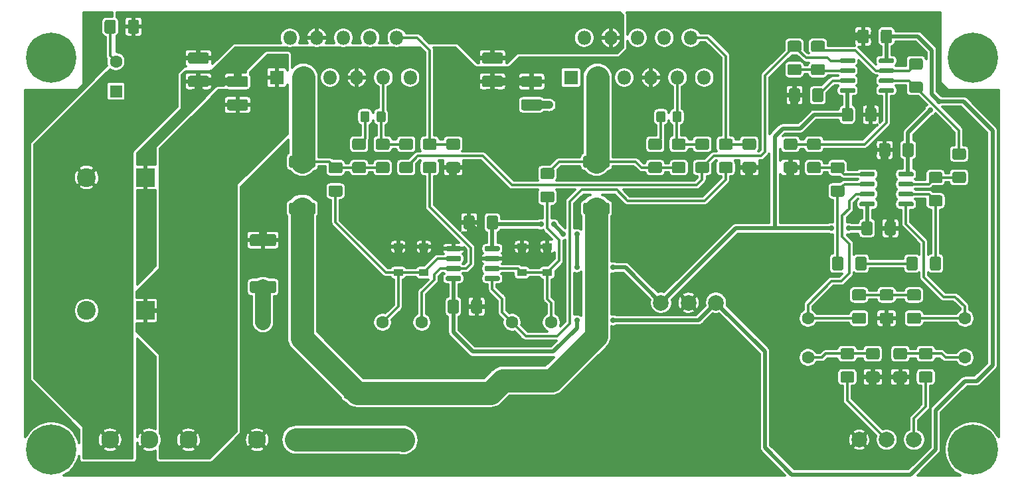
<source format=gbr>
%TF.GenerationSoftware,KiCad,Pcbnew,(5.1.6-0)*%
%TF.CreationDate,2023-07-03T12:35:29-07:00*%
%TF.ProjectId,LM3886x2_inv_bal_servo,4c4d3338-3836-4783-925f-696e765f6261,rev?*%
%TF.SameCoordinates,Original*%
%TF.FileFunction,Copper,L1,Top*%
%TF.FilePolarity,Positive*%
%FSLAX46Y46*%
G04 Gerber Fmt 4.6, Leading zero omitted, Abs format (unit mm)*
G04 Created by KiCad (PCBNEW (5.1.6-0)) date 2023-07-03 12:35:29*
%MOMM*%
%LPD*%
G01*
G04 APERTURE LIST*
%TA.AperFunction,ComponentPad*%
%ADD10C,0.800000*%
%TD*%
%TA.AperFunction,ComponentPad*%
%ADD11C,6.400000*%
%TD*%
%TA.AperFunction,ComponentPad*%
%ADD12O,1.800000X1.800000*%
%TD*%
%TA.AperFunction,ComponentPad*%
%ADD13R,1.800000X1.800000*%
%TD*%
%TA.AperFunction,ComponentPad*%
%ADD14C,2.500000*%
%TD*%
%TA.AperFunction,ComponentPad*%
%ADD15C,2.000000*%
%TD*%
%TA.AperFunction,ComponentPad*%
%ADD16C,2.300000*%
%TD*%
%TA.AperFunction,SMDPad,CuDef*%
%ADD17R,1.200000X0.900000*%
%TD*%
%TA.AperFunction,ComponentPad*%
%ADD18C,1.600000*%
%TD*%
%TA.AperFunction,ComponentPad*%
%ADD19R,1.600000X1.600000*%
%TD*%
%TA.AperFunction,ComponentPad*%
%ADD20C,2.400000*%
%TD*%
%TA.AperFunction,ComponentPad*%
%ADD21R,2.400000X2.400000*%
%TD*%
%TA.AperFunction,ViaPad*%
%ADD22C,0.700000*%
%TD*%
%TA.AperFunction,Conductor*%
%ADD23C,1.000000*%
%TD*%
%TA.AperFunction,Conductor*%
%ADD24C,0.500000*%
%TD*%
%TA.AperFunction,Conductor*%
%ADD25C,0.300000*%
%TD*%
%TA.AperFunction,Conductor*%
%ADD26C,2.000000*%
%TD*%
%TA.AperFunction,Conductor*%
%ADD27C,3.000000*%
%TD*%
G04 APERTURE END LIST*
D10*
%TO.P,H4,1*%
%TO.N,N/C*%
X180447056Y-54552944D03*
X178750000Y-53850000D03*
X177052944Y-54552944D03*
X176350000Y-56250000D03*
X177052944Y-57947056D03*
X178750000Y-58650000D03*
X180447056Y-57947056D03*
X181150000Y-56250000D03*
D11*
X178750000Y-56250000D03*
%TD*%
D10*
%TO.P,H3,1*%
%TO.N,N/C*%
X62947056Y-54552944D03*
X61250000Y-53850000D03*
X59552944Y-54552944D03*
X58850000Y-56250000D03*
X59552944Y-57947056D03*
X61250000Y-58650000D03*
X62947056Y-57947056D03*
X63650000Y-56250000D03*
D11*
X61250000Y-56250000D03*
%TD*%
D10*
%TO.P,H2,1*%
%TO.N,N/C*%
X180447056Y-104552944D03*
X178750000Y-103850000D03*
X177052944Y-104552944D03*
X176350000Y-106250000D03*
X177052944Y-107947056D03*
X178750000Y-108650000D03*
X180447056Y-107947056D03*
X181150000Y-106250000D03*
D11*
X178750000Y-106250000D03*
%TD*%
D10*
%TO.P,H1,1*%
%TO.N,N/C*%
X62947056Y-104552944D03*
X61250000Y-103850000D03*
X59552944Y-104552944D03*
X58850000Y-106250000D03*
X59552944Y-107947056D03*
X61250000Y-108650000D03*
X62947056Y-107947056D03*
X63650000Y-106250000D03*
D11*
X61250000Y-106250000D03*
%TD*%
%TO.P,R3,2*%
%TO.N,Net-(R10-Pad2)*%
%TA.AperFunction,SMDPad,CuDef*%
G36*
G01*
X173275000Y-83125000D02*
X173275000Y-81875000D01*
G75*
G02*
X173525000Y-81625000I250000J0D01*
G01*
X174450000Y-81625000D01*
G75*
G02*
X174700000Y-81875000I0J-250000D01*
G01*
X174700000Y-83125000D01*
G75*
G02*
X174450000Y-83375000I-250000J0D01*
G01*
X173525000Y-83375000D01*
G75*
G02*
X173275000Y-83125000I0J250000D01*
G01*
G37*
%TD.AperFunction*%
%TO.P,R3,1*%
%TO.N,Net-(R3-Pad1)*%
%TA.AperFunction,SMDPad,CuDef*%
G36*
G01*
X170300000Y-83125000D02*
X170300000Y-81875000D01*
G75*
G02*
X170550000Y-81625000I250000J0D01*
G01*
X171475000Y-81625000D01*
G75*
G02*
X171725000Y-81875000I0J-250000D01*
G01*
X171725000Y-83125000D01*
G75*
G02*
X171475000Y-83375000I-250000J0D01*
G01*
X170550000Y-83375000D01*
G75*
G02*
X170300000Y-83125000I0J250000D01*
G01*
G37*
%TD.AperFunction*%
%TD*%
%TO.P,DNP4,2*%
%TO.N,Net-(DNP2-Pad1)*%
%TA.AperFunction,SMDPad,CuDef*%
G36*
G01*
X101125000Y-67975000D02*
X99875000Y-67975000D01*
G75*
G02*
X99625000Y-67725000I0J250000D01*
G01*
X99625000Y-66800000D01*
G75*
G02*
X99875000Y-66550000I250000J0D01*
G01*
X101125000Y-66550000D01*
G75*
G02*
X101375000Y-66800000I0J-250000D01*
G01*
X101375000Y-67725000D01*
G75*
G02*
X101125000Y-67975000I-250000J0D01*
G01*
G37*
%TD.AperFunction*%
%TO.P,DNP4,1*%
%TO.N,/U5OUT*%
%TA.AperFunction,SMDPad,CuDef*%
G36*
G01*
X101125000Y-70950000D02*
X99875000Y-70950000D01*
G75*
G02*
X99625000Y-70700000I0J250000D01*
G01*
X99625000Y-69775000D01*
G75*
G02*
X99875000Y-69525000I250000J0D01*
G01*
X101125000Y-69525000D01*
G75*
G02*
X101375000Y-69775000I0J-250000D01*
G01*
X101375000Y-70700000D01*
G75*
G02*
X101125000Y-70950000I-250000J0D01*
G01*
G37*
%TD.AperFunction*%
%TD*%
%TO.P,DNP3,2*%
%TO.N,Net-(DNP1-Pad1)*%
%TA.AperFunction,SMDPad,CuDef*%
G36*
G01*
X138875000Y-67975000D02*
X137625000Y-67975000D01*
G75*
G02*
X137375000Y-67725000I0J250000D01*
G01*
X137375000Y-66800000D01*
G75*
G02*
X137625000Y-66550000I250000J0D01*
G01*
X138875000Y-66550000D01*
G75*
G02*
X139125000Y-66800000I0J-250000D01*
G01*
X139125000Y-67725000D01*
G75*
G02*
X138875000Y-67975000I-250000J0D01*
G01*
G37*
%TD.AperFunction*%
%TO.P,DNP3,1*%
%TO.N,/U4OUT*%
%TA.AperFunction,SMDPad,CuDef*%
G36*
G01*
X138875000Y-70950000D02*
X137625000Y-70950000D01*
G75*
G02*
X137375000Y-70700000I0J250000D01*
G01*
X137375000Y-69775000D01*
G75*
G02*
X137625000Y-69525000I250000J0D01*
G01*
X138875000Y-69525000D01*
G75*
G02*
X139125000Y-69775000I0J-250000D01*
G01*
X139125000Y-70700000D01*
G75*
G02*
X138875000Y-70950000I-250000J0D01*
G01*
G37*
%TD.AperFunction*%
%TD*%
%TO.P,DNP2,2*%
%TO.N,/U5INV*%
%TA.AperFunction,SMDPad,CuDef*%
G36*
G01*
X102725000Y-64200001D02*
X102725000Y-63299999D01*
G75*
G02*
X102974999Y-63050000I249999J0D01*
G01*
X103625001Y-63050000D01*
G75*
G02*
X103875000Y-63299999I0J-249999D01*
G01*
X103875000Y-64200001D01*
G75*
G02*
X103625001Y-64450000I-249999J0D01*
G01*
X102974999Y-64450000D01*
G75*
G02*
X102725000Y-64200001I0J249999D01*
G01*
G37*
%TD.AperFunction*%
%TO.P,DNP2,1*%
%TO.N,Net-(DNP2-Pad1)*%
%TA.AperFunction,SMDPad,CuDef*%
G36*
G01*
X100675000Y-64200001D02*
X100675000Y-63299999D01*
G75*
G02*
X100924999Y-63050000I249999J0D01*
G01*
X101575001Y-63050000D01*
G75*
G02*
X101825000Y-63299999I0J-249999D01*
G01*
X101825000Y-64200001D01*
G75*
G02*
X101575001Y-64450000I-249999J0D01*
G01*
X100924999Y-64450000D01*
G75*
G02*
X100675000Y-64200001I0J249999D01*
G01*
G37*
%TD.AperFunction*%
%TD*%
%TO.P,DNP1,2*%
%TO.N,/U4INV*%
%TA.AperFunction,SMDPad,CuDef*%
G36*
G01*
X140450000Y-64200001D02*
X140450000Y-63299999D01*
G75*
G02*
X140699999Y-63050000I249999J0D01*
G01*
X141350001Y-63050000D01*
G75*
G02*
X141600000Y-63299999I0J-249999D01*
G01*
X141600000Y-64200001D01*
G75*
G02*
X141350001Y-64450000I-249999J0D01*
G01*
X140699999Y-64450000D01*
G75*
G02*
X140450000Y-64200001I0J249999D01*
G01*
G37*
%TD.AperFunction*%
%TO.P,DNP1,1*%
%TO.N,Net-(DNP1-Pad1)*%
%TA.AperFunction,SMDPad,CuDef*%
G36*
G01*
X138400000Y-64200001D02*
X138400000Y-63299999D01*
G75*
G02*
X138649999Y-63050000I249999J0D01*
G01*
X139300001Y-63050000D01*
G75*
G02*
X139550000Y-63299999I0J-249999D01*
G01*
X139550000Y-64200001D01*
G75*
G02*
X139300001Y-64450000I-249999J0D01*
G01*
X138649999Y-64450000D01*
G75*
G02*
X138400000Y-64200001I0J249999D01*
G01*
G37*
%TD.AperFunction*%
%TD*%
D12*
%TO.P,U5,11*%
%TO.N,N/C*%
X107000000Y-58750000D03*
%TO.P,U5,10*%
%TO.N,/U5NINV*%
X105300000Y-53670000D03*
%TO.P,U5,9*%
%TO.N,/U5INV*%
X103600000Y-58750000D03*
%TO.P,U5,8*%
%TO.N,MUTE*%
X101900000Y-53670000D03*
%TO.P,U5,7*%
%TO.N,GND*%
X100200000Y-58750000D03*
%TO.P,U5,6*%
%TO.N,N/C*%
X98500000Y-53670000D03*
%TO.P,U5,5*%
%TO.N,+36V*%
X96800000Y-58750000D03*
%TO.P,U5,4*%
%TO.N,-36V*%
X95100000Y-53670000D03*
%TO.P,U5,3*%
%TO.N,/U5OUT*%
X93400000Y-58750000D03*
%TO.P,U5,2*%
%TO.N,N/C*%
X91700000Y-53670000D03*
D13*
%TO.P,U5,1*%
%TO.N,+36V*%
X90000000Y-58750000D03*
%TD*%
D12*
%TO.P,U4,11*%
%TO.N,N/C*%
X144500000Y-58750000D03*
%TO.P,U4,10*%
%TO.N,/U4NINV*%
X142800000Y-53670000D03*
%TO.P,U4,9*%
%TO.N,/U4INV*%
X141100000Y-58750000D03*
%TO.P,U4,8*%
%TO.N,MUTE*%
X139400000Y-53670000D03*
%TO.P,U4,7*%
%TO.N,GND*%
X137700000Y-58750000D03*
%TO.P,U4,6*%
%TO.N,N/C*%
X136000000Y-53670000D03*
%TO.P,U4,5*%
%TO.N,+36V*%
X134300000Y-58750000D03*
%TO.P,U4,4*%
%TO.N,-36V*%
X132600000Y-53670000D03*
%TO.P,U4,3*%
%TO.N,/U4OUT*%
X130900000Y-58750000D03*
%TO.P,U4,2*%
%TO.N,N/C*%
X129200000Y-53670000D03*
D13*
%TO.P,U4,1*%
%TO.N,+36V*%
X127500000Y-58750000D03*
%TD*%
%TO.P,U3,8*%
%TO.N,+15V*%
%TA.AperFunction,SMDPad,CuDef*%
G36*
G01*
X113500000Y-84255000D02*
X113500000Y-84555000D01*
G75*
G02*
X113350000Y-84705000I-150000J0D01*
G01*
X111700000Y-84705000D01*
G75*
G02*
X111550000Y-84555000I0J150000D01*
G01*
X111550000Y-84255000D01*
G75*
G02*
X111700000Y-84105000I150000J0D01*
G01*
X113350000Y-84105000D01*
G75*
G02*
X113500000Y-84255000I0J-150000D01*
G01*
G37*
%TD.AperFunction*%
%TO.P,U3,7*%
%TO.N,/SRVOUT2*%
%TA.AperFunction,SMDPad,CuDef*%
G36*
G01*
X113500000Y-82985000D02*
X113500000Y-83285000D01*
G75*
G02*
X113350000Y-83435000I-150000J0D01*
G01*
X111700000Y-83435000D01*
G75*
G02*
X111550000Y-83285000I0J150000D01*
G01*
X111550000Y-82985000D01*
G75*
G02*
X111700000Y-82835000I150000J0D01*
G01*
X113350000Y-82835000D01*
G75*
G02*
X113500000Y-82985000I0J-150000D01*
G01*
G37*
%TD.AperFunction*%
%TO.P,U3,6*%
%TO.N,Net-(C19-Pad1)*%
%TA.AperFunction,SMDPad,CuDef*%
G36*
G01*
X113500000Y-81715000D02*
X113500000Y-82015000D01*
G75*
G02*
X113350000Y-82165000I-150000J0D01*
G01*
X111700000Y-82165000D01*
G75*
G02*
X111550000Y-82015000I0J150000D01*
G01*
X111550000Y-81715000D01*
G75*
G02*
X111700000Y-81565000I150000J0D01*
G01*
X113350000Y-81565000D01*
G75*
G02*
X113500000Y-81715000I0J-150000D01*
G01*
G37*
%TD.AperFunction*%
%TO.P,U3,5*%
%TO.N,GND*%
%TA.AperFunction,SMDPad,CuDef*%
G36*
G01*
X113500000Y-80445000D02*
X113500000Y-80745000D01*
G75*
G02*
X113350000Y-80895000I-150000J0D01*
G01*
X111700000Y-80895000D01*
G75*
G02*
X111550000Y-80745000I0J150000D01*
G01*
X111550000Y-80445000D01*
G75*
G02*
X111700000Y-80295000I150000J0D01*
G01*
X113350000Y-80295000D01*
G75*
G02*
X113500000Y-80445000I0J-150000D01*
G01*
G37*
%TD.AperFunction*%
%TO.P,U3,4*%
%TO.N,-15V*%
%TA.AperFunction,SMDPad,CuDef*%
G36*
G01*
X118450000Y-80445000D02*
X118450000Y-80745000D01*
G75*
G02*
X118300000Y-80895000I-150000J0D01*
G01*
X116650000Y-80895000D01*
G75*
G02*
X116500000Y-80745000I0J150000D01*
G01*
X116500000Y-80445000D01*
G75*
G02*
X116650000Y-80295000I150000J0D01*
G01*
X118300000Y-80295000D01*
G75*
G02*
X118450000Y-80445000I0J-150000D01*
G01*
G37*
%TD.AperFunction*%
%TO.P,U3,3*%
%TO.N,GND*%
%TA.AperFunction,SMDPad,CuDef*%
G36*
G01*
X118450000Y-81715000D02*
X118450000Y-82015000D01*
G75*
G02*
X118300000Y-82165000I-150000J0D01*
G01*
X116650000Y-82165000D01*
G75*
G02*
X116500000Y-82015000I0J150000D01*
G01*
X116500000Y-81715000D01*
G75*
G02*
X116650000Y-81565000I150000J0D01*
G01*
X118300000Y-81565000D01*
G75*
G02*
X118450000Y-81715000I0J-150000D01*
G01*
G37*
%TD.AperFunction*%
%TO.P,U3,2*%
%TO.N,Net-(C18-Pad1)*%
%TA.AperFunction,SMDPad,CuDef*%
G36*
G01*
X118450000Y-82985000D02*
X118450000Y-83285000D01*
G75*
G02*
X118300000Y-83435000I-150000J0D01*
G01*
X116650000Y-83435000D01*
G75*
G02*
X116500000Y-83285000I0J150000D01*
G01*
X116500000Y-82985000D01*
G75*
G02*
X116650000Y-82835000I150000J0D01*
G01*
X118300000Y-82835000D01*
G75*
G02*
X118450000Y-82985000I0J-150000D01*
G01*
G37*
%TD.AperFunction*%
%TO.P,U3,1*%
%TO.N,/SRVOUT1*%
%TA.AperFunction,SMDPad,CuDef*%
G36*
G01*
X118450000Y-84255000D02*
X118450000Y-84555000D01*
G75*
G02*
X118300000Y-84705000I-150000J0D01*
G01*
X116650000Y-84705000D01*
G75*
G02*
X116500000Y-84555000I0J150000D01*
G01*
X116500000Y-84255000D01*
G75*
G02*
X116650000Y-84105000I150000J0D01*
G01*
X118300000Y-84105000D01*
G75*
G02*
X118450000Y-84255000I0J-150000D01*
G01*
G37*
%TD.AperFunction*%
%TD*%
%TO.P,U2,8*%
%TO.N,+15V*%
%TA.AperFunction,SMDPad,CuDef*%
G36*
G01*
X166750000Y-56745000D02*
X166750000Y-56445000D01*
G75*
G02*
X166900000Y-56295000I150000J0D01*
G01*
X168550000Y-56295000D01*
G75*
G02*
X168700000Y-56445000I0J-150000D01*
G01*
X168700000Y-56745000D01*
G75*
G02*
X168550000Y-56895000I-150000J0D01*
G01*
X166900000Y-56895000D01*
G75*
G02*
X166750000Y-56745000I0J150000D01*
G01*
G37*
%TD.AperFunction*%
%TO.P,U2,7*%
%TO.N,Net-(R14-Pad1)*%
%TA.AperFunction,SMDPad,CuDef*%
G36*
G01*
X166750000Y-58015000D02*
X166750000Y-57715000D01*
G75*
G02*
X166900000Y-57565000I150000J0D01*
G01*
X168550000Y-57565000D01*
G75*
G02*
X168700000Y-57715000I0J-150000D01*
G01*
X168700000Y-58015000D01*
G75*
G02*
X168550000Y-58165000I-150000J0D01*
G01*
X166900000Y-58165000D01*
G75*
G02*
X166750000Y-58015000I0J150000D01*
G01*
G37*
%TD.AperFunction*%
%TO.P,U2,6*%
%TO.N,Net-(R12-Pad1)*%
%TA.AperFunction,SMDPad,CuDef*%
G36*
G01*
X166750000Y-59285000D02*
X166750000Y-58985000D01*
G75*
G02*
X166900000Y-58835000I150000J0D01*
G01*
X168550000Y-58835000D01*
G75*
G02*
X168700000Y-58985000I0J-150000D01*
G01*
X168700000Y-59285000D01*
G75*
G02*
X168550000Y-59435000I-150000J0D01*
G01*
X166900000Y-59435000D01*
G75*
G02*
X166750000Y-59285000I0J150000D01*
G01*
G37*
%TD.AperFunction*%
%TO.P,U2,5*%
%TO.N,Net-(R11-Pad1)*%
%TA.AperFunction,SMDPad,CuDef*%
G36*
G01*
X166750000Y-60555000D02*
X166750000Y-60255000D01*
G75*
G02*
X166900000Y-60105000I150000J0D01*
G01*
X168550000Y-60105000D01*
G75*
G02*
X168700000Y-60255000I0J-150000D01*
G01*
X168700000Y-60555000D01*
G75*
G02*
X168550000Y-60705000I-150000J0D01*
G01*
X166900000Y-60705000D01*
G75*
G02*
X166750000Y-60555000I0J150000D01*
G01*
G37*
%TD.AperFunction*%
%TO.P,U2,4*%
%TO.N,-15V*%
%TA.AperFunction,SMDPad,CuDef*%
G36*
G01*
X161800000Y-60555000D02*
X161800000Y-60255000D01*
G75*
G02*
X161950000Y-60105000I150000J0D01*
G01*
X163600000Y-60105000D01*
G75*
G02*
X163750000Y-60255000I0J-150000D01*
G01*
X163750000Y-60555000D01*
G75*
G02*
X163600000Y-60705000I-150000J0D01*
G01*
X161950000Y-60705000D01*
G75*
G02*
X161800000Y-60555000I0J150000D01*
G01*
G37*
%TD.AperFunction*%
%TO.P,U2,3*%
%TO.N,Net-(R16-Pad1)*%
%TA.AperFunction,SMDPad,CuDef*%
G36*
G01*
X161800000Y-59285000D02*
X161800000Y-58985000D01*
G75*
G02*
X161950000Y-58835000I150000J0D01*
G01*
X163600000Y-58835000D01*
G75*
G02*
X163750000Y-58985000I0J-150000D01*
G01*
X163750000Y-59285000D01*
G75*
G02*
X163600000Y-59435000I-150000J0D01*
G01*
X161950000Y-59435000D01*
G75*
G02*
X161800000Y-59285000I0J150000D01*
G01*
G37*
%TD.AperFunction*%
%TO.P,U2,2*%
%TO.N,Net-(R15-Pad1)*%
%TA.AperFunction,SMDPad,CuDef*%
G36*
G01*
X161800000Y-58015000D02*
X161800000Y-57715000D01*
G75*
G02*
X161950000Y-57565000I150000J0D01*
G01*
X163600000Y-57565000D01*
G75*
G02*
X163750000Y-57715000I0J-150000D01*
G01*
X163750000Y-58015000D01*
G75*
G02*
X163600000Y-58165000I-150000J0D01*
G01*
X161950000Y-58165000D01*
G75*
G02*
X161800000Y-58015000I0J150000D01*
G01*
G37*
%TD.AperFunction*%
%TO.P,U2,1*%
%TO.N,/SUMIN*%
%TA.AperFunction,SMDPad,CuDef*%
G36*
G01*
X161800000Y-56745000D02*
X161800000Y-56445000D01*
G75*
G02*
X161950000Y-56295000I150000J0D01*
G01*
X163600000Y-56295000D01*
G75*
G02*
X163750000Y-56445000I0J-150000D01*
G01*
X163750000Y-56745000D01*
G75*
G02*
X163600000Y-56895000I-150000J0D01*
G01*
X161950000Y-56895000D01*
G75*
G02*
X161800000Y-56745000I0J150000D01*
G01*
G37*
%TD.AperFunction*%
%TD*%
%TO.P,U1,8*%
%TO.N,+15V*%
%TA.AperFunction,SMDPad,CuDef*%
G36*
G01*
X169250000Y-71245000D02*
X169250000Y-70945000D01*
G75*
G02*
X169400000Y-70795000I150000J0D01*
G01*
X171050000Y-70795000D01*
G75*
G02*
X171200000Y-70945000I0J-150000D01*
G01*
X171200000Y-71245000D01*
G75*
G02*
X171050000Y-71395000I-150000J0D01*
G01*
X169400000Y-71395000D01*
G75*
G02*
X169250000Y-71245000I0J150000D01*
G01*
G37*
%TD.AperFunction*%
%TO.P,U1,7*%
%TO.N,Net-(R10-Pad1)*%
%TA.AperFunction,SMDPad,CuDef*%
G36*
G01*
X169250000Y-72515000D02*
X169250000Y-72215000D01*
G75*
G02*
X169400000Y-72065000I150000J0D01*
G01*
X171050000Y-72065000D01*
G75*
G02*
X171200000Y-72215000I0J-150000D01*
G01*
X171200000Y-72515000D01*
G75*
G02*
X171050000Y-72665000I-150000J0D01*
G01*
X169400000Y-72665000D01*
G75*
G02*
X169250000Y-72515000I0J150000D01*
G01*
G37*
%TD.AperFunction*%
%TO.P,U1,6*%
%TO.N,Net-(R10-Pad2)*%
%TA.AperFunction,SMDPad,CuDef*%
G36*
G01*
X169250000Y-73785000D02*
X169250000Y-73485000D01*
G75*
G02*
X169400000Y-73335000I150000J0D01*
G01*
X171050000Y-73335000D01*
G75*
G02*
X171200000Y-73485000I0J-150000D01*
G01*
X171200000Y-73785000D01*
G75*
G02*
X171050000Y-73935000I-150000J0D01*
G01*
X169400000Y-73935000D01*
G75*
G02*
X169250000Y-73785000I0J150000D01*
G01*
G37*
%TD.AperFunction*%
%TO.P,U1,5*%
%TO.N,/U1SIG-*%
%TA.AperFunction,SMDPad,CuDef*%
G36*
G01*
X169250000Y-75055000D02*
X169250000Y-74755000D01*
G75*
G02*
X169400000Y-74605000I150000J0D01*
G01*
X171050000Y-74605000D01*
G75*
G02*
X171200000Y-74755000I0J-150000D01*
G01*
X171200000Y-75055000D01*
G75*
G02*
X171050000Y-75205000I-150000J0D01*
G01*
X169400000Y-75205000D01*
G75*
G02*
X169250000Y-75055000I0J150000D01*
G01*
G37*
%TD.AperFunction*%
%TO.P,U1,4*%
%TO.N,-15V*%
%TA.AperFunction,SMDPad,CuDef*%
G36*
G01*
X164300000Y-75055000D02*
X164300000Y-74755000D01*
G75*
G02*
X164450000Y-74605000I150000J0D01*
G01*
X166100000Y-74605000D01*
G75*
G02*
X166250000Y-74755000I0J-150000D01*
G01*
X166250000Y-75055000D01*
G75*
G02*
X166100000Y-75205000I-150000J0D01*
G01*
X164450000Y-75205000D01*
G75*
G02*
X164300000Y-75055000I0J150000D01*
G01*
G37*
%TD.AperFunction*%
%TO.P,U1,3*%
%TO.N,/U1SIG+*%
%TA.AperFunction,SMDPad,CuDef*%
G36*
G01*
X164300000Y-73785000D02*
X164300000Y-73485000D01*
G75*
G02*
X164450000Y-73335000I150000J0D01*
G01*
X166100000Y-73335000D01*
G75*
G02*
X166250000Y-73485000I0J-150000D01*
G01*
X166250000Y-73785000D01*
G75*
G02*
X166100000Y-73935000I-150000J0D01*
G01*
X164450000Y-73935000D01*
G75*
G02*
X164300000Y-73785000I0J150000D01*
G01*
G37*
%TD.AperFunction*%
%TO.P,U1,2*%
%TO.N,Net-(R8-Pad1)*%
%TA.AperFunction,SMDPad,CuDef*%
G36*
G01*
X164300000Y-72515000D02*
X164300000Y-72215000D01*
G75*
G02*
X164450000Y-72065000I150000J0D01*
G01*
X166100000Y-72065000D01*
G75*
G02*
X166250000Y-72215000I0J-150000D01*
G01*
X166250000Y-72515000D01*
G75*
G02*
X166100000Y-72665000I-150000J0D01*
G01*
X164450000Y-72665000D01*
G75*
G02*
X164300000Y-72515000I0J150000D01*
G01*
G37*
%TD.AperFunction*%
%TO.P,U1,1*%
%TO.N,Net-(R11-Pad2)*%
%TA.AperFunction,SMDPad,CuDef*%
G36*
G01*
X164300000Y-71245000D02*
X164300000Y-70945000D01*
G75*
G02*
X164450000Y-70795000I150000J0D01*
G01*
X166100000Y-70795000D01*
G75*
G02*
X166250000Y-70945000I0J-150000D01*
G01*
X166250000Y-71245000D01*
G75*
G02*
X166100000Y-71395000I-150000J0D01*
G01*
X164450000Y-71395000D01*
G75*
G02*
X164300000Y-71245000I0J150000D01*
G01*
G37*
%TD.AperFunction*%
%TD*%
%TO.P,R32,2*%
%TO.N,/SOUT*%
%TA.AperFunction,SMDPad,CuDef*%
G36*
G01*
X101675001Y-99775000D02*
X98824999Y-99775000D01*
G75*
G02*
X98575000Y-99525001I0J249999D01*
G01*
X98575000Y-98499999D01*
G75*
G02*
X98824999Y-98250000I249999J0D01*
G01*
X101675001Y-98250000D01*
G75*
G02*
X101925000Y-98499999I0J-249999D01*
G01*
X101925000Y-99525001D01*
G75*
G02*
X101675001Y-99775000I-249999J0D01*
G01*
G37*
%TD.AperFunction*%
%TO.P,R32,1*%
%TO.N,/OUTCONN*%
%TA.AperFunction,SMDPad,CuDef*%
G36*
G01*
X101675001Y-105750000D02*
X98824999Y-105750000D01*
G75*
G02*
X98575000Y-105500001I0J249999D01*
G01*
X98575000Y-104474999D01*
G75*
G02*
X98824999Y-104225000I249999J0D01*
G01*
X101675001Y-104225000D01*
G75*
G02*
X101925000Y-104474999I0J-249999D01*
G01*
X101925000Y-105500001D01*
G75*
G02*
X101675001Y-105750000I-249999J0D01*
G01*
G37*
%TD.AperFunction*%
%TD*%
%TO.P,R31,2*%
%TO.N,GND*%
%TA.AperFunction,SMDPad,CuDef*%
G36*
G01*
X89675001Y-80275000D02*
X86824999Y-80275000D01*
G75*
G02*
X86575000Y-80025001I0J249999D01*
G01*
X86575000Y-78999999D01*
G75*
G02*
X86824999Y-78750000I249999J0D01*
G01*
X89675001Y-78750000D01*
G75*
G02*
X89925000Y-78999999I0J-249999D01*
G01*
X89925000Y-80025001D01*
G75*
G02*
X89675001Y-80275000I-249999J0D01*
G01*
G37*
%TD.AperFunction*%
%TO.P,R31,1*%
%TO.N,Net-(C20-Pad2)*%
%TA.AperFunction,SMDPad,CuDef*%
G36*
G01*
X89675001Y-86250000D02*
X86824999Y-86250000D01*
G75*
G02*
X86575000Y-86000001I0J249999D01*
G01*
X86575000Y-84974999D01*
G75*
G02*
X86824999Y-84725000I249999J0D01*
G01*
X89675001Y-84725000D01*
G75*
G02*
X89925000Y-84974999I0J-249999D01*
G01*
X89925000Y-86000001D01*
G75*
G02*
X89675001Y-86250000I-249999J0D01*
G01*
G37*
%TD.AperFunction*%
%TD*%
%TO.P,R30,2*%
%TO.N,/U5OUT*%
%TA.AperFunction,SMDPad,CuDef*%
G36*
G01*
X94675001Y-70275000D02*
X91824999Y-70275000D01*
G75*
G02*
X91575000Y-70025001I0J249999D01*
G01*
X91575000Y-68999999D01*
G75*
G02*
X91824999Y-68750000I249999J0D01*
G01*
X94675001Y-68750000D01*
G75*
G02*
X94925000Y-68999999I0J-249999D01*
G01*
X94925000Y-70025001D01*
G75*
G02*
X94675001Y-70275000I-249999J0D01*
G01*
G37*
%TD.AperFunction*%
%TO.P,R30,1*%
%TO.N,/SOUT*%
%TA.AperFunction,SMDPad,CuDef*%
G36*
G01*
X94675001Y-76250000D02*
X91824999Y-76250000D01*
G75*
G02*
X91575000Y-76000001I0J249999D01*
G01*
X91575000Y-74974999D01*
G75*
G02*
X91824999Y-74725000I249999J0D01*
G01*
X94675001Y-74725000D01*
G75*
G02*
X94925000Y-74974999I0J-249999D01*
G01*
X94925000Y-76000001D01*
G75*
G02*
X94675001Y-76250000I-249999J0D01*
G01*
G37*
%TD.AperFunction*%
%TD*%
%TO.P,R29,2*%
%TO.N,/U4OUT*%
%TA.AperFunction,SMDPad,CuDef*%
G36*
G01*
X132175001Y-70275000D02*
X129324999Y-70275000D01*
G75*
G02*
X129075000Y-70025001I0J249999D01*
G01*
X129075000Y-68999999D01*
G75*
G02*
X129324999Y-68750000I249999J0D01*
G01*
X132175001Y-68750000D01*
G75*
G02*
X132425000Y-68999999I0J-249999D01*
G01*
X132425000Y-70025001D01*
G75*
G02*
X132175001Y-70275000I-249999J0D01*
G01*
G37*
%TD.AperFunction*%
%TO.P,R29,1*%
%TO.N,/SOUT*%
%TA.AperFunction,SMDPad,CuDef*%
G36*
G01*
X132175001Y-76250000D02*
X129324999Y-76250000D01*
G75*
G02*
X129075000Y-76000001I0J249999D01*
G01*
X129075000Y-74974999D01*
G75*
G02*
X129324999Y-74725000I249999J0D01*
G01*
X132175001Y-74725000D01*
G75*
G02*
X132425000Y-74974999I0J-249999D01*
G01*
X132425000Y-76000001D01*
G75*
G02*
X132175001Y-76250000I-249999J0D01*
G01*
G37*
%TD.AperFunction*%
%TD*%
%TO.P,R28,2*%
%TO.N,/U5OUT*%
%TA.AperFunction,SMDPad,CuDef*%
G36*
G01*
X98125000Y-70975000D02*
X96875000Y-70975000D01*
G75*
G02*
X96625000Y-70725000I0J250000D01*
G01*
X96625000Y-69800000D01*
G75*
G02*
X96875000Y-69550000I250000J0D01*
G01*
X98125000Y-69550000D01*
G75*
G02*
X98375000Y-69800000I0J-250000D01*
G01*
X98375000Y-70725000D01*
G75*
G02*
X98125000Y-70975000I-250000J0D01*
G01*
G37*
%TD.AperFunction*%
%TO.P,R28,1*%
%TO.N,Net-(C19-Pad1)*%
%TA.AperFunction,SMDPad,CuDef*%
G36*
G01*
X98125000Y-73950000D02*
X96875000Y-73950000D01*
G75*
G02*
X96625000Y-73700000I0J250000D01*
G01*
X96625000Y-72775000D01*
G75*
G02*
X96875000Y-72525000I250000J0D01*
G01*
X98125000Y-72525000D01*
G75*
G02*
X98375000Y-72775000I0J-250000D01*
G01*
X98375000Y-73700000D01*
G75*
G02*
X98125000Y-73950000I-250000J0D01*
G01*
G37*
%TD.AperFunction*%
%TD*%
%TO.P,R27,2*%
%TO.N,/U4OUT*%
%TA.AperFunction,SMDPad,CuDef*%
G36*
G01*
X125125000Y-71725000D02*
X123875000Y-71725000D01*
G75*
G02*
X123625000Y-71475000I0J250000D01*
G01*
X123625000Y-70550000D01*
G75*
G02*
X123875000Y-70300000I250000J0D01*
G01*
X125125000Y-70300000D01*
G75*
G02*
X125375000Y-70550000I0J-250000D01*
G01*
X125375000Y-71475000D01*
G75*
G02*
X125125000Y-71725000I-250000J0D01*
G01*
G37*
%TD.AperFunction*%
%TO.P,R27,1*%
%TO.N,Net-(C18-Pad1)*%
%TA.AperFunction,SMDPad,CuDef*%
G36*
G01*
X125125000Y-74700000D02*
X123875000Y-74700000D01*
G75*
G02*
X123625000Y-74450000I0J250000D01*
G01*
X123625000Y-73525000D01*
G75*
G02*
X123875000Y-73275000I250000J0D01*
G01*
X125125000Y-73275000D01*
G75*
G02*
X125375000Y-73525000I0J-250000D01*
G01*
X125375000Y-74450000D01*
G75*
G02*
X125125000Y-74700000I-250000J0D01*
G01*
G37*
%TD.AperFunction*%
%TD*%
%TO.P,R26,2*%
%TO.N,/U5INV*%
%TA.AperFunction,SMDPad,CuDef*%
G36*
G01*
X104125000Y-67975000D02*
X102875000Y-67975000D01*
G75*
G02*
X102625000Y-67725000I0J250000D01*
G01*
X102625000Y-66800000D01*
G75*
G02*
X102875000Y-66550000I250000J0D01*
G01*
X104125000Y-66550000D01*
G75*
G02*
X104375000Y-66800000I0J-250000D01*
G01*
X104375000Y-67725000D01*
G75*
G02*
X104125000Y-67975000I-250000J0D01*
G01*
G37*
%TD.AperFunction*%
%TO.P,R26,1*%
%TO.N,/U5OUT*%
%TA.AperFunction,SMDPad,CuDef*%
G36*
G01*
X104125000Y-70950000D02*
X102875000Y-70950000D01*
G75*
G02*
X102625000Y-70700000I0J250000D01*
G01*
X102625000Y-69775000D01*
G75*
G02*
X102875000Y-69525000I250000J0D01*
G01*
X104125000Y-69525000D01*
G75*
G02*
X104375000Y-69775000I0J-250000D01*
G01*
X104375000Y-70700000D01*
G75*
G02*
X104125000Y-70950000I-250000J0D01*
G01*
G37*
%TD.AperFunction*%
%TD*%
%TO.P,R25,2*%
%TO.N,/U4INV*%
%TA.AperFunction,SMDPad,CuDef*%
G36*
G01*
X141875000Y-67975000D02*
X140625000Y-67975000D01*
G75*
G02*
X140375000Y-67725000I0J250000D01*
G01*
X140375000Y-66800000D01*
G75*
G02*
X140625000Y-66550000I250000J0D01*
G01*
X141875000Y-66550000D01*
G75*
G02*
X142125000Y-66800000I0J-250000D01*
G01*
X142125000Y-67725000D01*
G75*
G02*
X141875000Y-67975000I-250000J0D01*
G01*
G37*
%TD.AperFunction*%
%TO.P,R25,1*%
%TO.N,/U4OUT*%
%TA.AperFunction,SMDPad,CuDef*%
G36*
G01*
X141875000Y-70950000D02*
X140625000Y-70950000D01*
G75*
G02*
X140375000Y-70700000I0J250000D01*
G01*
X140375000Y-69775000D01*
G75*
G02*
X140625000Y-69525000I250000J0D01*
G01*
X141875000Y-69525000D01*
G75*
G02*
X142125000Y-69775000I0J-250000D01*
G01*
X142125000Y-70700000D01*
G75*
G02*
X141875000Y-70950000I-250000J0D01*
G01*
G37*
%TD.AperFunction*%
%TD*%
%TO.P,R24,2*%
%TO.N,MUTE*%
%TA.AperFunction,SMDPad,CuDef*%
G36*
G01*
X69475000Y-51625000D02*
X69475000Y-52875000D01*
G75*
G02*
X69225000Y-53125000I-250000J0D01*
G01*
X68300000Y-53125000D01*
G75*
G02*
X68050000Y-52875000I0J250000D01*
G01*
X68050000Y-51625000D01*
G75*
G02*
X68300000Y-51375000I250000J0D01*
G01*
X69225000Y-51375000D01*
G75*
G02*
X69475000Y-51625000I0J-250000D01*
G01*
G37*
%TD.AperFunction*%
%TO.P,R24,1*%
%TO.N,-36V*%
%TA.AperFunction,SMDPad,CuDef*%
G36*
G01*
X72450000Y-51625000D02*
X72450000Y-52875000D01*
G75*
G02*
X72200000Y-53125000I-250000J0D01*
G01*
X71275000Y-53125000D01*
G75*
G02*
X71025000Y-52875000I0J250000D01*
G01*
X71025000Y-51625000D01*
G75*
G02*
X71275000Y-51375000I250000J0D01*
G01*
X72200000Y-51375000D01*
G75*
G02*
X72450000Y-51625000I0J-250000D01*
G01*
G37*
%TD.AperFunction*%
%TD*%
%TO.P,R23,2*%
%TO.N,/U5NINV*%
%TA.AperFunction,SMDPad,CuDef*%
G36*
G01*
X110125000Y-67975000D02*
X108875000Y-67975000D01*
G75*
G02*
X108625000Y-67725000I0J250000D01*
G01*
X108625000Y-66800000D01*
G75*
G02*
X108875000Y-66550000I250000J0D01*
G01*
X110125000Y-66550000D01*
G75*
G02*
X110375000Y-66800000I0J-250000D01*
G01*
X110375000Y-67725000D01*
G75*
G02*
X110125000Y-67975000I-250000J0D01*
G01*
G37*
%TD.AperFunction*%
%TO.P,R23,1*%
%TO.N,/SRVOUT2*%
%TA.AperFunction,SMDPad,CuDef*%
G36*
G01*
X110125000Y-70950000D02*
X108875000Y-70950000D01*
G75*
G02*
X108625000Y-70700000I0J250000D01*
G01*
X108625000Y-69775000D01*
G75*
G02*
X108875000Y-69525000I250000J0D01*
G01*
X110125000Y-69525000D01*
G75*
G02*
X110375000Y-69775000I0J-250000D01*
G01*
X110375000Y-70700000D01*
G75*
G02*
X110125000Y-70950000I-250000J0D01*
G01*
G37*
%TD.AperFunction*%
%TD*%
%TO.P,R22,2*%
%TO.N,/U4NINV*%
%TA.AperFunction,SMDPad,CuDef*%
G36*
G01*
X147875000Y-67975000D02*
X146625000Y-67975000D01*
G75*
G02*
X146375000Y-67725000I0J250000D01*
G01*
X146375000Y-66800000D01*
G75*
G02*
X146625000Y-66550000I250000J0D01*
G01*
X147875000Y-66550000D01*
G75*
G02*
X148125000Y-66800000I0J-250000D01*
G01*
X148125000Y-67725000D01*
G75*
G02*
X147875000Y-67975000I-250000J0D01*
G01*
G37*
%TD.AperFunction*%
%TO.P,R22,1*%
%TO.N,/SRVOUT1*%
%TA.AperFunction,SMDPad,CuDef*%
G36*
G01*
X147875000Y-70950000D02*
X146625000Y-70950000D01*
G75*
G02*
X146375000Y-70700000I0J250000D01*
G01*
X146375000Y-69775000D01*
G75*
G02*
X146625000Y-69525000I250000J0D01*
G01*
X147875000Y-69525000D01*
G75*
G02*
X148125000Y-69775000I0J-250000D01*
G01*
X148125000Y-70700000D01*
G75*
G02*
X147875000Y-70950000I-250000J0D01*
G01*
G37*
%TD.AperFunction*%
%TD*%
%TO.P,R21,2*%
%TO.N,/SUMIN*%
%TA.AperFunction,SMDPad,CuDef*%
G36*
G01*
X105875000Y-69525000D02*
X107125000Y-69525000D01*
G75*
G02*
X107375000Y-69775000I0J-250000D01*
G01*
X107375000Y-70700000D01*
G75*
G02*
X107125000Y-70950000I-250000J0D01*
G01*
X105875000Y-70950000D01*
G75*
G02*
X105625000Y-70700000I0J250000D01*
G01*
X105625000Y-69775000D01*
G75*
G02*
X105875000Y-69525000I250000J0D01*
G01*
G37*
%TD.AperFunction*%
%TO.P,R21,1*%
%TO.N,/U5INV*%
%TA.AperFunction,SMDPad,CuDef*%
G36*
G01*
X105875000Y-66550000D02*
X107125000Y-66550000D01*
G75*
G02*
X107375000Y-66800000I0J-250000D01*
G01*
X107375000Y-67725000D01*
G75*
G02*
X107125000Y-67975000I-250000J0D01*
G01*
X105875000Y-67975000D01*
G75*
G02*
X105625000Y-67725000I0J250000D01*
G01*
X105625000Y-66800000D01*
G75*
G02*
X105875000Y-66550000I250000J0D01*
G01*
G37*
%TD.AperFunction*%
%TD*%
%TO.P,R20,2*%
%TO.N,/SUMIN*%
%TA.AperFunction,SMDPad,CuDef*%
G36*
G01*
X143625000Y-69525000D02*
X144875000Y-69525000D01*
G75*
G02*
X145125000Y-69775000I0J-250000D01*
G01*
X145125000Y-70700000D01*
G75*
G02*
X144875000Y-70950000I-250000J0D01*
G01*
X143625000Y-70950000D01*
G75*
G02*
X143375000Y-70700000I0J250000D01*
G01*
X143375000Y-69775000D01*
G75*
G02*
X143625000Y-69525000I250000J0D01*
G01*
G37*
%TD.AperFunction*%
%TO.P,R20,1*%
%TO.N,/U4INV*%
%TA.AperFunction,SMDPad,CuDef*%
G36*
G01*
X143625000Y-66550000D02*
X144875000Y-66550000D01*
G75*
G02*
X145125000Y-66800000I0J-250000D01*
G01*
X145125000Y-67725000D01*
G75*
G02*
X144875000Y-67975000I-250000J0D01*
G01*
X143625000Y-67975000D01*
G75*
G02*
X143375000Y-67725000I0J250000D01*
G01*
X143375000Y-66800000D01*
G75*
G02*
X143625000Y-66550000I250000J0D01*
G01*
G37*
%TD.AperFunction*%
%TD*%
%TO.P,R19,2*%
%TO.N,GND*%
%TA.AperFunction,SMDPad,CuDef*%
G36*
G01*
X111875000Y-69525000D02*
X113125000Y-69525000D01*
G75*
G02*
X113375000Y-69775000I0J-250000D01*
G01*
X113375000Y-70700000D01*
G75*
G02*
X113125000Y-70950000I-250000J0D01*
G01*
X111875000Y-70950000D01*
G75*
G02*
X111625000Y-70700000I0J250000D01*
G01*
X111625000Y-69775000D01*
G75*
G02*
X111875000Y-69525000I250000J0D01*
G01*
G37*
%TD.AperFunction*%
%TO.P,R19,1*%
%TO.N,/U5NINV*%
%TA.AperFunction,SMDPad,CuDef*%
G36*
G01*
X111875000Y-66550000D02*
X113125000Y-66550000D01*
G75*
G02*
X113375000Y-66800000I0J-250000D01*
G01*
X113375000Y-67725000D01*
G75*
G02*
X113125000Y-67975000I-250000J0D01*
G01*
X111875000Y-67975000D01*
G75*
G02*
X111625000Y-67725000I0J250000D01*
G01*
X111625000Y-66800000D01*
G75*
G02*
X111875000Y-66550000I250000J0D01*
G01*
G37*
%TD.AperFunction*%
%TD*%
%TO.P,R18,2*%
%TO.N,GND*%
%TA.AperFunction,SMDPad,CuDef*%
G36*
G01*
X149625000Y-69525000D02*
X150875000Y-69525000D01*
G75*
G02*
X151125000Y-69775000I0J-250000D01*
G01*
X151125000Y-70700000D01*
G75*
G02*
X150875000Y-70950000I-250000J0D01*
G01*
X149625000Y-70950000D01*
G75*
G02*
X149375000Y-70700000I0J250000D01*
G01*
X149375000Y-69775000D01*
G75*
G02*
X149625000Y-69525000I250000J0D01*
G01*
G37*
%TD.AperFunction*%
%TO.P,R18,1*%
%TO.N,/U4NINV*%
%TA.AperFunction,SMDPad,CuDef*%
G36*
G01*
X149625000Y-66550000D02*
X150875000Y-66550000D01*
G75*
G02*
X151125000Y-66800000I0J-250000D01*
G01*
X151125000Y-67725000D01*
G75*
G02*
X150875000Y-67975000I-250000J0D01*
G01*
X149625000Y-67975000D01*
G75*
G02*
X149375000Y-67725000I0J250000D01*
G01*
X149375000Y-66800000D01*
G75*
G02*
X149625000Y-66550000I250000J0D01*
G01*
G37*
%TD.AperFunction*%
%TD*%
%TO.P,R17,2*%
%TO.N,Net-(R15-Pad1)*%
%TA.AperFunction,SMDPad,CuDef*%
G36*
G01*
X155375000Y-57025000D02*
X156625000Y-57025000D01*
G75*
G02*
X156875000Y-57275000I0J-250000D01*
G01*
X156875000Y-58200000D01*
G75*
G02*
X156625000Y-58450000I-250000J0D01*
G01*
X155375000Y-58450000D01*
G75*
G02*
X155125000Y-58200000I0J250000D01*
G01*
X155125000Y-57275000D01*
G75*
G02*
X155375000Y-57025000I250000J0D01*
G01*
G37*
%TD.AperFunction*%
%TO.P,R17,1*%
%TO.N,/SUMIN*%
%TA.AperFunction,SMDPad,CuDef*%
G36*
G01*
X155375000Y-54050000D02*
X156625000Y-54050000D01*
G75*
G02*
X156875000Y-54300000I0J-250000D01*
G01*
X156875000Y-55225000D01*
G75*
G02*
X156625000Y-55475000I-250000J0D01*
G01*
X155375000Y-55475000D01*
G75*
G02*
X155125000Y-55225000I0J250000D01*
G01*
X155125000Y-54300000D01*
G75*
G02*
X155375000Y-54050000I250000J0D01*
G01*
G37*
%TD.AperFunction*%
%TD*%
%TO.P,R16,2*%
%TO.N,GND*%
%TA.AperFunction,SMDPad,CuDef*%
G36*
G01*
X156725000Y-60375000D02*
X156725000Y-61625000D01*
G75*
G02*
X156475000Y-61875000I-250000J0D01*
G01*
X155550000Y-61875000D01*
G75*
G02*
X155300000Y-61625000I0J250000D01*
G01*
X155300000Y-60375000D01*
G75*
G02*
X155550000Y-60125000I250000J0D01*
G01*
X156475000Y-60125000D01*
G75*
G02*
X156725000Y-60375000I0J-250000D01*
G01*
G37*
%TD.AperFunction*%
%TO.P,R16,1*%
%TO.N,Net-(R16-Pad1)*%
%TA.AperFunction,SMDPad,CuDef*%
G36*
G01*
X159700000Y-60375000D02*
X159700000Y-61625000D01*
G75*
G02*
X159450000Y-61875000I-250000J0D01*
G01*
X158525000Y-61875000D01*
G75*
G02*
X158275000Y-61625000I0J250000D01*
G01*
X158275000Y-60375000D01*
G75*
G02*
X158525000Y-60125000I250000J0D01*
G01*
X159450000Y-60125000D01*
G75*
G02*
X159700000Y-60375000I0J-250000D01*
G01*
G37*
%TD.AperFunction*%
%TD*%
%TO.P,R15,2*%
%TO.N,Net-(R14-Pad1)*%
%TA.AperFunction,SMDPad,CuDef*%
G36*
G01*
X159625000Y-55475000D02*
X158375000Y-55475000D01*
G75*
G02*
X158125000Y-55225000I0J250000D01*
G01*
X158125000Y-54300000D01*
G75*
G02*
X158375000Y-54050000I250000J0D01*
G01*
X159625000Y-54050000D01*
G75*
G02*
X159875000Y-54300000I0J-250000D01*
G01*
X159875000Y-55225000D01*
G75*
G02*
X159625000Y-55475000I-250000J0D01*
G01*
G37*
%TD.AperFunction*%
%TO.P,R15,1*%
%TO.N,Net-(R15-Pad1)*%
%TA.AperFunction,SMDPad,CuDef*%
G36*
G01*
X159625000Y-58450000D02*
X158375000Y-58450000D01*
G75*
G02*
X158125000Y-58200000I0J250000D01*
G01*
X158125000Y-57275000D01*
G75*
G02*
X158375000Y-57025000I250000J0D01*
G01*
X159625000Y-57025000D01*
G75*
G02*
X159875000Y-57275000I0J-250000D01*
G01*
X159875000Y-58200000D01*
G75*
G02*
X159625000Y-58450000I-250000J0D01*
G01*
G37*
%TD.AperFunction*%
%TD*%
%TO.P,R14,2*%
%TO.N,Net-(R12-Pad1)*%
%TA.AperFunction,SMDPad,CuDef*%
G36*
G01*
X170875000Y-59275000D02*
X172125000Y-59275000D01*
G75*
G02*
X172375000Y-59525000I0J-250000D01*
G01*
X172375000Y-60450000D01*
G75*
G02*
X172125000Y-60700000I-250000J0D01*
G01*
X170875000Y-60700000D01*
G75*
G02*
X170625000Y-60450000I0J250000D01*
G01*
X170625000Y-59525000D01*
G75*
G02*
X170875000Y-59275000I250000J0D01*
G01*
G37*
%TD.AperFunction*%
%TO.P,R14,1*%
%TO.N,Net-(R14-Pad1)*%
%TA.AperFunction,SMDPad,CuDef*%
G36*
G01*
X170875000Y-56300000D02*
X172125000Y-56300000D01*
G75*
G02*
X172375000Y-56550000I0J-250000D01*
G01*
X172375000Y-57475000D01*
G75*
G02*
X172125000Y-57725000I-250000J0D01*
G01*
X170875000Y-57725000D01*
G75*
G02*
X170625000Y-57475000I0J250000D01*
G01*
X170625000Y-56550000D01*
G75*
G02*
X170875000Y-56300000I250000J0D01*
G01*
G37*
%TD.AperFunction*%
%TD*%
%TO.P,R13,2*%
%TO.N,Net-(R11-Pad1)*%
%TA.AperFunction,SMDPad,CuDef*%
G36*
G01*
X156125000Y-67975000D02*
X154875000Y-67975000D01*
G75*
G02*
X154625000Y-67725000I0J250000D01*
G01*
X154625000Y-66800000D01*
G75*
G02*
X154875000Y-66550000I250000J0D01*
G01*
X156125000Y-66550000D01*
G75*
G02*
X156375000Y-66800000I0J-250000D01*
G01*
X156375000Y-67725000D01*
G75*
G02*
X156125000Y-67975000I-250000J0D01*
G01*
G37*
%TD.AperFunction*%
%TO.P,R13,1*%
%TO.N,GND*%
%TA.AperFunction,SMDPad,CuDef*%
G36*
G01*
X156125000Y-70950000D02*
X154875000Y-70950000D01*
G75*
G02*
X154625000Y-70700000I0J250000D01*
G01*
X154625000Y-69775000D01*
G75*
G02*
X154875000Y-69525000I250000J0D01*
G01*
X156125000Y-69525000D01*
G75*
G02*
X156375000Y-69775000I0J-250000D01*
G01*
X156375000Y-70700000D01*
G75*
G02*
X156125000Y-70950000I-250000J0D01*
G01*
G37*
%TD.AperFunction*%
%TD*%
%TO.P,R12,2*%
%TO.N,Net-(R10-Pad1)*%
%TA.AperFunction,SMDPad,CuDef*%
G36*
G01*
X176375000Y-70775000D02*
X177625000Y-70775000D01*
G75*
G02*
X177875000Y-71025000I0J-250000D01*
G01*
X177875000Y-71950000D01*
G75*
G02*
X177625000Y-72200000I-250000J0D01*
G01*
X176375000Y-72200000D01*
G75*
G02*
X176125000Y-71950000I0J250000D01*
G01*
X176125000Y-71025000D01*
G75*
G02*
X176375000Y-70775000I250000J0D01*
G01*
G37*
%TD.AperFunction*%
%TO.P,R12,1*%
%TO.N,Net-(R12-Pad1)*%
%TA.AperFunction,SMDPad,CuDef*%
G36*
G01*
X176375000Y-67800000D02*
X177625000Y-67800000D01*
G75*
G02*
X177875000Y-68050000I0J-250000D01*
G01*
X177875000Y-68975000D01*
G75*
G02*
X177625000Y-69225000I-250000J0D01*
G01*
X176375000Y-69225000D01*
G75*
G02*
X176125000Y-68975000I0J250000D01*
G01*
X176125000Y-68050000D01*
G75*
G02*
X176375000Y-67800000I250000J0D01*
G01*
G37*
%TD.AperFunction*%
%TD*%
%TO.P,R11,2*%
%TO.N,Net-(R11-Pad2)*%
%TA.AperFunction,SMDPad,CuDef*%
G36*
G01*
X157875000Y-69525000D02*
X159125000Y-69525000D01*
G75*
G02*
X159375000Y-69775000I0J-250000D01*
G01*
X159375000Y-70700000D01*
G75*
G02*
X159125000Y-70950000I-250000J0D01*
G01*
X157875000Y-70950000D01*
G75*
G02*
X157625000Y-70700000I0J250000D01*
G01*
X157625000Y-69775000D01*
G75*
G02*
X157875000Y-69525000I250000J0D01*
G01*
G37*
%TD.AperFunction*%
%TO.P,R11,1*%
%TO.N,Net-(R11-Pad1)*%
%TA.AperFunction,SMDPad,CuDef*%
G36*
G01*
X157875000Y-66550000D02*
X159125000Y-66550000D01*
G75*
G02*
X159375000Y-66800000I0J-250000D01*
G01*
X159375000Y-67725000D01*
G75*
G02*
X159125000Y-67975000I-250000J0D01*
G01*
X157875000Y-67975000D01*
G75*
G02*
X157625000Y-67725000I0J250000D01*
G01*
X157625000Y-66800000D01*
G75*
G02*
X157875000Y-66550000I250000J0D01*
G01*
G37*
%TD.AperFunction*%
%TD*%
%TO.P,R10,2*%
%TO.N,Net-(R10-Pad2)*%
%TA.AperFunction,SMDPad,CuDef*%
G36*
G01*
X173375000Y-73775000D02*
X174625000Y-73775000D01*
G75*
G02*
X174875000Y-74025000I0J-250000D01*
G01*
X174875000Y-74950000D01*
G75*
G02*
X174625000Y-75200000I-250000J0D01*
G01*
X173375000Y-75200000D01*
G75*
G02*
X173125000Y-74950000I0J250000D01*
G01*
X173125000Y-74025000D01*
G75*
G02*
X173375000Y-73775000I250000J0D01*
G01*
G37*
%TD.AperFunction*%
%TO.P,R10,1*%
%TO.N,Net-(R10-Pad1)*%
%TA.AperFunction,SMDPad,CuDef*%
G36*
G01*
X173375000Y-70800000D02*
X174625000Y-70800000D01*
G75*
G02*
X174875000Y-71050000I0J-250000D01*
G01*
X174875000Y-71975000D01*
G75*
G02*
X174625000Y-72225000I-250000J0D01*
G01*
X173375000Y-72225000D01*
G75*
G02*
X173125000Y-71975000I0J250000D01*
G01*
X173125000Y-71050000D01*
G75*
G02*
X173375000Y-70800000I250000J0D01*
G01*
G37*
%TD.AperFunction*%
%TD*%
%TO.P,R9,2*%
%TO.N,Net-(R8-Pad1)*%
%TA.AperFunction,SMDPad,CuDef*%
G36*
G01*
X160875000Y-72525000D02*
X162125000Y-72525000D01*
G75*
G02*
X162375000Y-72775000I0J-250000D01*
G01*
X162375000Y-73700000D01*
G75*
G02*
X162125000Y-73950000I-250000J0D01*
G01*
X160875000Y-73950000D01*
G75*
G02*
X160625000Y-73700000I0J250000D01*
G01*
X160625000Y-72775000D01*
G75*
G02*
X160875000Y-72525000I250000J0D01*
G01*
G37*
%TD.AperFunction*%
%TO.P,R9,1*%
%TO.N,Net-(R11-Pad2)*%
%TA.AperFunction,SMDPad,CuDef*%
G36*
G01*
X160875000Y-69550000D02*
X162125000Y-69550000D01*
G75*
G02*
X162375000Y-69800000I0J-250000D01*
G01*
X162375000Y-70725000D01*
G75*
G02*
X162125000Y-70975000I-250000J0D01*
G01*
X160875000Y-70975000D01*
G75*
G02*
X160625000Y-70725000I0J250000D01*
G01*
X160625000Y-69800000D01*
G75*
G02*
X160875000Y-69550000I250000J0D01*
G01*
G37*
%TD.AperFunction*%
%TD*%
%TO.P,R8,2*%
%TO.N,Net-(R3-Pad1)*%
%TA.AperFunction,SMDPad,CuDef*%
G36*
G01*
X163775000Y-83125000D02*
X163775000Y-81875000D01*
G75*
G02*
X164025000Y-81625000I250000J0D01*
G01*
X164950000Y-81625000D01*
G75*
G02*
X165200000Y-81875000I0J-250000D01*
G01*
X165200000Y-83125000D01*
G75*
G02*
X164950000Y-83375000I-250000J0D01*
G01*
X164025000Y-83375000D01*
G75*
G02*
X163775000Y-83125000I0J250000D01*
G01*
G37*
%TD.AperFunction*%
%TO.P,R8,1*%
%TO.N,Net-(R8-Pad1)*%
%TA.AperFunction,SMDPad,CuDef*%
G36*
G01*
X160800000Y-83125000D02*
X160800000Y-81875000D01*
G75*
G02*
X161050000Y-81625000I250000J0D01*
G01*
X161975000Y-81625000D01*
G75*
G02*
X162225000Y-81875000I0J-250000D01*
G01*
X162225000Y-83125000D01*
G75*
G02*
X161975000Y-83375000I-250000J0D01*
G01*
X161050000Y-83375000D01*
G75*
G02*
X160800000Y-83125000I0J250000D01*
G01*
G37*
%TD.AperFunction*%
%TD*%
%TO.P,R7,2*%
%TO.N,/U1SIG-*%
%TA.AperFunction,SMDPad,CuDef*%
G36*
G01*
X170625000Y-88775000D02*
X171875000Y-88775000D01*
G75*
G02*
X172125000Y-89025000I0J-250000D01*
G01*
X172125000Y-89950000D01*
G75*
G02*
X171875000Y-90200000I-250000J0D01*
G01*
X170625000Y-90200000D01*
G75*
G02*
X170375000Y-89950000I0J250000D01*
G01*
X170375000Y-89025000D01*
G75*
G02*
X170625000Y-88775000I250000J0D01*
G01*
G37*
%TD.AperFunction*%
%TO.P,R7,1*%
%TO.N,Net-(R5-Pad1)*%
%TA.AperFunction,SMDPad,CuDef*%
G36*
G01*
X170625000Y-85800000D02*
X171875000Y-85800000D01*
G75*
G02*
X172125000Y-86050000I0J-250000D01*
G01*
X172125000Y-86975000D01*
G75*
G02*
X171875000Y-87225000I-250000J0D01*
G01*
X170625000Y-87225000D01*
G75*
G02*
X170375000Y-86975000I0J250000D01*
G01*
X170375000Y-86050000D01*
G75*
G02*
X170625000Y-85800000I250000J0D01*
G01*
G37*
%TD.AperFunction*%
%TD*%
%TO.P,R6,2*%
%TO.N,Net-(R5-Pad1)*%
%TA.AperFunction,SMDPad,CuDef*%
G36*
G01*
X164875000Y-87225000D02*
X163625000Y-87225000D01*
G75*
G02*
X163375000Y-86975000I0J250000D01*
G01*
X163375000Y-86050000D01*
G75*
G02*
X163625000Y-85800000I250000J0D01*
G01*
X164875000Y-85800000D01*
G75*
G02*
X165125000Y-86050000I0J-250000D01*
G01*
X165125000Y-86975000D01*
G75*
G02*
X164875000Y-87225000I-250000J0D01*
G01*
G37*
%TD.AperFunction*%
%TO.P,R6,1*%
%TO.N,/U1SIG+*%
%TA.AperFunction,SMDPad,CuDef*%
G36*
G01*
X164875000Y-90200000D02*
X163625000Y-90200000D01*
G75*
G02*
X163375000Y-89950000I0J250000D01*
G01*
X163375000Y-89025000D01*
G75*
G02*
X163625000Y-88775000I250000J0D01*
G01*
X164875000Y-88775000D01*
G75*
G02*
X165125000Y-89025000I0J-250000D01*
G01*
X165125000Y-89950000D01*
G75*
G02*
X164875000Y-90200000I-250000J0D01*
G01*
G37*
%TD.AperFunction*%
%TD*%
%TO.P,R5,2*%
%TO.N,GND*%
%TA.AperFunction,SMDPad,CuDef*%
G36*
G01*
X167125000Y-88775000D02*
X168375000Y-88775000D01*
G75*
G02*
X168625000Y-89025000I0J-250000D01*
G01*
X168625000Y-89950000D01*
G75*
G02*
X168375000Y-90200000I-250000J0D01*
G01*
X167125000Y-90200000D01*
G75*
G02*
X166875000Y-89950000I0J250000D01*
G01*
X166875000Y-89025000D01*
G75*
G02*
X167125000Y-88775000I250000J0D01*
G01*
G37*
%TD.AperFunction*%
%TO.P,R5,1*%
%TO.N,Net-(R5-Pad1)*%
%TA.AperFunction,SMDPad,CuDef*%
G36*
G01*
X167125000Y-85800000D02*
X168375000Y-85800000D01*
G75*
G02*
X168625000Y-86050000I0J-250000D01*
G01*
X168625000Y-86975000D01*
G75*
G02*
X168375000Y-87225000I-250000J0D01*
G01*
X167125000Y-87225000D01*
G75*
G02*
X166875000Y-86975000I0J250000D01*
G01*
X166875000Y-86050000D01*
G75*
G02*
X167125000Y-85800000I250000J0D01*
G01*
G37*
%TD.AperFunction*%
%TD*%
%TO.P,R2,2*%
%TO.N,/SIG-*%
%TA.AperFunction,SMDPad,CuDef*%
G36*
G01*
X172125000Y-96275000D02*
X173375000Y-96275000D01*
G75*
G02*
X173625000Y-96525000I0J-250000D01*
G01*
X173625000Y-97450000D01*
G75*
G02*
X173375000Y-97700000I-250000J0D01*
G01*
X172125000Y-97700000D01*
G75*
G02*
X171875000Y-97450000I0J250000D01*
G01*
X171875000Y-96525000D01*
G75*
G02*
X172125000Y-96275000I250000J0D01*
G01*
G37*
%TD.AperFunction*%
%TO.P,R2,1*%
%TO.N,Net-(C14-Pad2)*%
%TA.AperFunction,SMDPad,CuDef*%
G36*
G01*
X172125000Y-93300000D02*
X173375000Y-93300000D01*
G75*
G02*
X173625000Y-93550000I0J-250000D01*
G01*
X173625000Y-94475000D01*
G75*
G02*
X173375000Y-94725000I-250000J0D01*
G01*
X172125000Y-94725000D01*
G75*
G02*
X171875000Y-94475000I0J250000D01*
G01*
X171875000Y-93550000D01*
G75*
G02*
X172125000Y-93300000I250000J0D01*
G01*
G37*
%TD.AperFunction*%
%TD*%
%TO.P,R1,2*%
%TO.N,/SIG+*%
%TA.AperFunction,SMDPad,CuDef*%
G36*
G01*
X162125000Y-96275000D02*
X163375000Y-96275000D01*
G75*
G02*
X163625000Y-96525000I0J-250000D01*
G01*
X163625000Y-97450000D01*
G75*
G02*
X163375000Y-97700000I-250000J0D01*
G01*
X162125000Y-97700000D01*
G75*
G02*
X161875000Y-97450000I0J250000D01*
G01*
X161875000Y-96525000D01*
G75*
G02*
X162125000Y-96275000I250000J0D01*
G01*
G37*
%TD.AperFunction*%
%TO.P,R1,1*%
%TO.N,Net-(C13-Pad1)*%
%TA.AperFunction,SMDPad,CuDef*%
G36*
G01*
X162125000Y-93300000D02*
X163375000Y-93300000D01*
G75*
G02*
X163625000Y-93550000I0J-250000D01*
G01*
X163625000Y-94475000D01*
G75*
G02*
X163375000Y-94725000I-250000J0D01*
G01*
X162125000Y-94725000D01*
G75*
G02*
X161875000Y-94475000I0J250000D01*
G01*
X161875000Y-93550000D01*
G75*
G02*
X162125000Y-93300000I250000J0D01*
G01*
G37*
%TD.AperFunction*%
%TD*%
D14*
%TO.P,L1,2*%
%TO.N,/OUTCONN*%
X106150000Y-105060000D03*
%TO.P,L1,1*%
%TO.N,/SOUT*%
X118850000Y-97440000D03*
%TD*%
D15*
%TO.P,J4,3*%
%TO.N,+15V*%
X146000000Y-87500000D03*
%TO.P,J4,2*%
%TO.N,GND*%
X142500000Y-87500000D03*
%TO.P,J4,1*%
%TO.N,-15V*%
X139000000Y-87500000D03*
%TD*%
D16*
%TO.P,J3,3*%
%TO.N,+36V*%
X78750000Y-105000000D03*
%TO.P,J3,2*%
%TO.N,GND*%
X73750000Y-105000000D03*
%TO.P,J3,1*%
%TO.N,-36V*%
X68750000Y-105000000D03*
%TD*%
%TO.P,J2,2*%
%TO.N,/OUTCONN*%
X92500000Y-105000000D03*
%TO.P,J2,1*%
%TO.N,GND*%
X87500000Y-105000000D03*
%TD*%
D15*
%TO.P,J1,3*%
%TO.N,/SIG-*%
X171250000Y-105000000D03*
%TO.P,J1,2*%
%TO.N,/SIG+*%
X167750000Y-105000000D03*
%TO.P,J1,1*%
%TO.N,GND*%
X164250000Y-105000000D03*
%TD*%
D17*
%TO.P,D4,2*%
%TO.N,GND*%
X105500000Y-80350000D03*
%TO.P,D4,1*%
%TO.N,Net-(C19-Pad1)*%
X105500000Y-83650000D03*
%TD*%
%TO.P,D3,2*%
%TO.N,GND*%
X121250000Y-80350000D03*
%TO.P,D3,1*%
%TO.N,Net-(C18-Pad1)*%
X121250000Y-83650000D03*
%TD*%
%TO.P,D2,2*%
%TO.N,Net-(C19-Pad1)*%
X108750000Y-83650000D03*
%TO.P,D2,1*%
%TO.N,GND*%
X108750000Y-80350000D03*
%TD*%
%TO.P,D1,2*%
%TO.N,Net-(C18-Pad1)*%
X124500000Y-83650000D03*
%TO.P,D1,1*%
%TO.N,GND*%
X124500000Y-80350000D03*
%TD*%
D18*
%TO.P,C20,2*%
%TO.N,Net-(C20-Pad2)*%
X88250000Y-90000000D03*
%TO.P,C20,1*%
%TO.N,/SOUT*%
X93250000Y-90000000D03*
%TD*%
%TO.P,C19,2*%
%TO.N,/SRVOUT2*%
X108500000Y-90000000D03*
%TO.P,C19,1*%
%TO.N,Net-(C19-Pad1)*%
X103500000Y-90000000D03*
%TD*%
%TO.P,C18,2*%
%TO.N,/SRVOUT1*%
X120000000Y-90000000D03*
%TO.P,C18,1*%
%TO.N,Net-(C18-Pad1)*%
X125000000Y-90000000D03*
%TD*%
%TO.P,C17,2*%
%TO.N,MUTE*%
X69500000Y-56700000D03*
D19*
%TO.P,C17,1*%
%TO.N,GND*%
X69500000Y-60500000D03*
%TD*%
D18*
%TO.P,C16,2*%
%TO.N,Net-(C14-Pad2)*%
X177750000Y-94500000D03*
%TO.P,C16,1*%
%TO.N,/U1SIG-*%
X177750000Y-89500000D03*
%TD*%
%TO.P,C15,2*%
%TO.N,Net-(C13-Pad1)*%
X157750000Y-94500000D03*
%TO.P,C15,1*%
%TO.N,/U1SIG+*%
X157750000Y-89500000D03*
%TD*%
%TO.P,C14,2*%
%TO.N,Net-(C14-Pad2)*%
%TA.AperFunction,SMDPad,CuDef*%
G36*
G01*
X170125000Y-94725000D02*
X168875000Y-94725000D01*
G75*
G02*
X168625000Y-94475000I0J250000D01*
G01*
X168625000Y-93550000D01*
G75*
G02*
X168875000Y-93300000I250000J0D01*
G01*
X170125000Y-93300000D01*
G75*
G02*
X170375000Y-93550000I0J-250000D01*
G01*
X170375000Y-94475000D01*
G75*
G02*
X170125000Y-94725000I-250000J0D01*
G01*
G37*
%TD.AperFunction*%
%TO.P,C14,1*%
%TO.N,GND*%
%TA.AperFunction,SMDPad,CuDef*%
G36*
G01*
X170125000Y-97700000D02*
X168875000Y-97700000D01*
G75*
G02*
X168625000Y-97450000I0J250000D01*
G01*
X168625000Y-96525000D01*
G75*
G02*
X168875000Y-96275000I250000J0D01*
G01*
X170125000Y-96275000D01*
G75*
G02*
X170375000Y-96525000I0J-250000D01*
G01*
X170375000Y-97450000D01*
G75*
G02*
X170125000Y-97700000I-250000J0D01*
G01*
G37*
%TD.AperFunction*%
%TD*%
%TO.P,C13,2*%
%TO.N,GND*%
%TA.AperFunction,SMDPad,CuDef*%
G36*
G01*
X165375000Y-96275000D02*
X166625000Y-96275000D01*
G75*
G02*
X166875000Y-96525000I0J-250000D01*
G01*
X166875000Y-97450000D01*
G75*
G02*
X166625000Y-97700000I-250000J0D01*
G01*
X165375000Y-97700000D01*
G75*
G02*
X165125000Y-97450000I0J250000D01*
G01*
X165125000Y-96525000D01*
G75*
G02*
X165375000Y-96275000I250000J0D01*
G01*
G37*
%TD.AperFunction*%
%TO.P,C13,1*%
%TO.N,Net-(C13-Pad1)*%
%TA.AperFunction,SMDPad,CuDef*%
G36*
G01*
X165375000Y-93300000D02*
X166625000Y-93300000D01*
G75*
G02*
X166875000Y-93550000I0J-250000D01*
G01*
X166875000Y-94475000D01*
G75*
G02*
X166625000Y-94725000I-250000J0D01*
G01*
X165375000Y-94725000D01*
G75*
G02*
X165125000Y-94475000I0J250000D01*
G01*
X165125000Y-93550000D01*
G75*
G02*
X165375000Y-93300000I250000J0D01*
G01*
G37*
%TD.AperFunction*%
%TD*%
D20*
%TO.P,C12,2*%
%TO.N,-36V*%
X65750000Y-71500000D03*
D21*
%TO.P,C12,1*%
%TO.N,GND*%
X73250000Y-71500000D03*
%TD*%
D20*
%TO.P,C11,2*%
%TO.N,GND*%
X65750000Y-88500000D03*
D21*
%TO.P,C11,1*%
%TO.N,+36V*%
X73250000Y-88500000D03*
%TD*%
%TO.P,C10,2*%
%TO.N,-36V*%
%TA.AperFunction,SMDPad,CuDef*%
G36*
G01*
X81075000Y-56975000D02*
X78925000Y-56975000D01*
G75*
G02*
X78675000Y-56725000I0J250000D01*
G01*
X78675000Y-55800000D01*
G75*
G02*
X78925000Y-55550000I250000J0D01*
G01*
X81075000Y-55550000D01*
G75*
G02*
X81325000Y-55800000I0J-250000D01*
G01*
X81325000Y-56725000D01*
G75*
G02*
X81075000Y-56975000I-250000J0D01*
G01*
G37*
%TD.AperFunction*%
%TO.P,C10,1*%
%TO.N,GND*%
%TA.AperFunction,SMDPad,CuDef*%
G36*
G01*
X81075000Y-59950000D02*
X78925000Y-59950000D01*
G75*
G02*
X78675000Y-59700000I0J250000D01*
G01*
X78675000Y-58775000D01*
G75*
G02*
X78925000Y-58525000I250000J0D01*
G01*
X81075000Y-58525000D01*
G75*
G02*
X81325000Y-58775000I0J-250000D01*
G01*
X81325000Y-59700000D01*
G75*
G02*
X81075000Y-59950000I-250000J0D01*
G01*
G37*
%TD.AperFunction*%
%TD*%
%TO.P,C9,2*%
%TO.N,GND*%
%TA.AperFunction,SMDPad,CuDef*%
G36*
G01*
X86075000Y-59975000D02*
X83925000Y-59975000D01*
G75*
G02*
X83675000Y-59725000I0J250000D01*
G01*
X83675000Y-58800000D01*
G75*
G02*
X83925000Y-58550000I250000J0D01*
G01*
X86075000Y-58550000D01*
G75*
G02*
X86325000Y-58800000I0J-250000D01*
G01*
X86325000Y-59725000D01*
G75*
G02*
X86075000Y-59975000I-250000J0D01*
G01*
G37*
%TD.AperFunction*%
%TO.P,C9,1*%
%TO.N,+36V*%
%TA.AperFunction,SMDPad,CuDef*%
G36*
G01*
X86075000Y-62950000D02*
X83925000Y-62950000D01*
G75*
G02*
X83675000Y-62700000I0J250000D01*
G01*
X83675000Y-61775000D01*
G75*
G02*
X83925000Y-61525000I250000J0D01*
G01*
X86075000Y-61525000D01*
G75*
G02*
X86325000Y-61775000I0J-250000D01*
G01*
X86325000Y-62700000D01*
G75*
G02*
X86075000Y-62950000I-250000J0D01*
G01*
G37*
%TD.AperFunction*%
%TD*%
%TO.P,C8,2*%
%TO.N,-36V*%
%TA.AperFunction,SMDPad,CuDef*%
G36*
G01*
X118575000Y-56975000D02*
X116425000Y-56975000D01*
G75*
G02*
X116175000Y-56725000I0J250000D01*
G01*
X116175000Y-55800000D01*
G75*
G02*
X116425000Y-55550000I250000J0D01*
G01*
X118575000Y-55550000D01*
G75*
G02*
X118825000Y-55800000I0J-250000D01*
G01*
X118825000Y-56725000D01*
G75*
G02*
X118575000Y-56975000I-250000J0D01*
G01*
G37*
%TD.AperFunction*%
%TO.P,C8,1*%
%TO.N,GND*%
%TA.AperFunction,SMDPad,CuDef*%
G36*
G01*
X118575000Y-59950000D02*
X116425000Y-59950000D01*
G75*
G02*
X116175000Y-59700000I0J250000D01*
G01*
X116175000Y-58775000D01*
G75*
G02*
X116425000Y-58525000I250000J0D01*
G01*
X118575000Y-58525000D01*
G75*
G02*
X118825000Y-58775000I0J-250000D01*
G01*
X118825000Y-59700000D01*
G75*
G02*
X118575000Y-59950000I-250000J0D01*
G01*
G37*
%TD.AperFunction*%
%TD*%
%TO.P,C7,2*%
%TO.N,GND*%
%TA.AperFunction,SMDPad,CuDef*%
G36*
G01*
X123575000Y-59975000D02*
X121425000Y-59975000D01*
G75*
G02*
X121175000Y-59725000I0J250000D01*
G01*
X121175000Y-58800000D01*
G75*
G02*
X121425000Y-58550000I250000J0D01*
G01*
X123575000Y-58550000D01*
G75*
G02*
X123825000Y-58800000I0J-250000D01*
G01*
X123825000Y-59725000D01*
G75*
G02*
X123575000Y-59975000I-250000J0D01*
G01*
G37*
%TD.AperFunction*%
%TO.P,C7,1*%
%TO.N,+36V*%
%TA.AperFunction,SMDPad,CuDef*%
G36*
G01*
X123575000Y-62950000D02*
X121425000Y-62950000D01*
G75*
G02*
X121175000Y-62700000I0J250000D01*
G01*
X121175000Y-61775000D01*
G75*
G02*
X121425000Y-61525000I250000J0D01*
G01*
X123575000Y-61525000D01*
G75*
G02*
X123825000Y-61775000I0J-250000D01*
G01*
X123825000Y-62700000D01*
G75*
G02*
X123575000Y-62950000I-250000J0D01*
G01*
G37*
%TD.AperFunction*%
%TD*%
%TO.P,C6,2*%
%TO.N,-15V*%
%TA.AperFunction,SMDPad,CuDef*%
G36*
G01*
X116775000Y-77875000D02*
X116775000Y-76625000D01*
G75*
G02*
X117025000Y-76375000I250000J0D01*
G01*
X117950000Y-76375000D01*
G75*
G02*
X118200000Y-76625000I0J-250000D01*
G01*
X118200000Y-77875000D01*
G75*
G02*
X117950000Y-78125000I-250000J0D01*
G01*
X117025000Y-78125000D01*
G75*
G02*
X116775000Y-77875000I0J250000D01*
G01*
G37*
%TD.AperFunction*%
%TO.P,C6,1*%
%TO.N,GND*%
%TA.AperFunction,SMDPad,CuDef*%
G36*
G01*
X113800000Y-77875000D02*
X113800000Y-76625000D01*
G75*
G02*
X114050000Y-76375000I250000J0D01*
G01*
X114975000Y-76375000D01*
G75*
G02*
X115225000Y-76625000I0J-250000D01*
G01*
X115225000Y-77875000D01*
G75*
G02*
X114975000Y-78125000I-250000J0D01*
G01*
X114050000Y-78125000D01*
G75*
G02*
X113800000Y-77875000I0J250000D01*
G01*
G37*
%TD.AperFunction*%
%TD*%
%TO.P,C5,2*%
%TO.N,GND*%
%TA.AperFunction,SMDPad,CuDef*%
G36*
G01*
X114775000Y-88625000D02*
X114775000Y-87375000D01*
G75*
G02*
X115025000Y-87125000I250000J0D01*
G01*
X115950000Y-87125000D01*
G75*
G02*
X116200000Y-87375000I0J-250000D01*
G01*
X116200000Y-88625000D01*
G75*
G02*
X115950000Y-88875000I-250000J0D01*
G01*
X115025000Y-88875000D01*
G75*
G02*
X114775000Y-88625000I0J250000D01*
G01*
G37*
%TD.AperFunction*%
%TO.P,C5,1*%
%TO.N,+15V*%
%TA.AperFunction,SMDPad,CuDef*%
G36*
G01*
X111800000Y-88625000D02*
X111800000Y-87375000D01*
G75*
G02*
X112050000Y-87125000I250000J0D01*
G01*
X112975000Y-87125000D01*
G75*
G02*
X113225000Y-87375000I0J-250000D01*
G01*
X113225000Y-88625000D01*
G75*
G02*
X112975000Y-88875000I-250000J0D01*
G01*
X112050000Y-88875000D01*
G75*
G02*
X111800000Y-88625000I0J250000D01*
G01*
G37*
%TD.AperFunction*%
%TD*%
%TO.P,C4,2*%
%TO.N,-15V*%
%TA.AperFunction,SMDPad,CuDef*%
G36*
G01*
X163475000Y-62875000D02*
X163475000Y-64125000D01*
G75*
G02*
X163225000Y-64375000I-250000J0D01*
G01*
X162300000Y-64375000D01*
G75*
G02*
X162050000Y-64125000I0J250000D01*
G01*
X162050000Y-62875000D01*
G75*
G02*
X162300000Y-62625000I250000J0D01*
G01*
X163225000Y-62625000D01*
G75*
G02*
X163475000Y-62875000I0J-250000D01*
G01*
G37*
%TD.AperFunction*%
%TO.P,C4,1*%
%TO.N,GND*%
%TA.AperFunction,SMDPad,CuDef*%
G36*
G01*
X166450000Y-62875000D02*
X166450000Y-64125000D01*
G75*
G02*
X166200000Y-64375000I-250000J0D01*
G01*
X165275000Y-64375000D01*
G75*
G02*
X165025000Y-64125000I0J250000D01*
G01*
X165025000Y-62875000D01*
G75*
G02*
X165275000Y-62625000I250000J0D01*
G01*
X166200000Y-62625000D01*
G75*
G02*
X166450000Y-62875000I0J-250000D01*
G01*
G37*
%TD.AperFunction*%
%TD*%
%TO.P,C3,2*%
%TO.N,GND*%
%TA.AperFunction,SMDPad,CuDef*%
G36*
G01*
X165475000Y-52875000D02*
X165475000Y-54125000D01*
G75*
G02*
X165225000Y-54375000I-250000J0D01*
G01*
X164300000Y-54375000D01*
G75*
G02*
X164050000Y-54125000I0J250000D01*
G01*
X164050000Y-52875000D01*
G75*
G02*
X164300000Y-52625000I250000J0D01*
G01*
X165225000Y-52625000D01*
G75*
G02*
X165475000Y-52875000I0J-250000D01*
G01*
G37*
%TD.AperFunction*%
%TO.P,C3,1*%
%TO.N,+15V*%
%TA.AperFunction,SMDPad,CuDef*%
G36*
G01*
X168450000Y-52875000D02*
X168450000Y-54125000D01*
G75*
G02*
X168200000Y-54375000I-250000J0D01*
G01*
X167275000Y-54375000D01*
G75*
G02*
X167025000Y-54125000I0J250000D01*
G01*
X167025000Y-52875000D01*
G75*
G02*
X167275000Y-52625000I250000J0D01*
G01*
X168200000Y-52625000D01*
G75*
G02*
X168450000Y-52875000I0J-250000D01*
G01*
G37*
%TD.AperFunction*%
%TD*%
%TO.P,C2,2*%
%TO.N,-15V*%
%TA.AperFunction,SMDPad,CuDef*%
G36*
G01*
X165975000Y-77375000D02*
X165975000Y-78625000D01*
G75*
G02*
X165725000Y-78875000I-250000J0D01*
G01*
X164800000Y-78875000D01*
G75*
G02*
X164550000Y-78625000I0J250000D01*
G01*
X164550000Y-77375000D01*
G75*
G02*
X164800000Y-77125000I250000J0D01*
G01*
X165725000Y-77125000D01*
G75*
G02*
X165975000Y-77375000I0J-250000D01*
G01*
G37*
%TD.AperFunction*%
%TO.P,C2,1*%
%TO.N,GND*%
%TA.AperFunction,SMDPad,CuDef*%
G36*
G01*
X168950000Y-77375000D02*
X168950000Y-78625000D01*
G75*
G02*
X168700000Y-78875000I-250000J0D01*
G01*
X167775000Y-78875000D01*
G75*
G02*
X167525000Y-78625000I0J250000D01*
G01*
X167525000Y-77375000D01*
G75*
G02*
X167775000Y-77125000I250000J0D01*
G01*
X168700000Y-77125000D01*
G75*
G02*
X168950000Y-77375000I0J-250000D01*
G01*
G37*
%TD.AperFunction*%
%TD*%
%TO.P,C1,2*%
%TO.N,GND*%
%TA.AperFunction,SMDPad,CuDef*%
G36*
G01*
X168225000Y-67375000D02*
X168225000Y-68625000D01*
G75*
G02*
X167975000Y-68875000I-250000J0D01*
G01*
X167050000Y-68875000D01*
G75*
G02*
X166800000Y-68625000I0J250000D01*
G01*
X166800000Y-67375000D01*
G75*
G02*
X167050000Y-67125000I250000J0D01*
G01*
X167975000Y-67125000D01*
G75*
G02*
X168225000Y-67375000I0J-250000D01*
G01*
G37*
%TD.AperFunction*%
%TO.P,C1,1*%
%TO.N,+15V*%
%TA.AperFunction,SMDPad,CuDef*%
G36*
G01*
X171200000Y-67375000D02*
X171200000Y-68625000D01*
G75*
G02*
X170950000Y-68875000I-250000J0D01*
G01*
X170025000Y-68875000D01*
G75*
G02*
X169775000Y-68625000I0J250000D01*
G01*
X169775000Y-67375000D01*
G75*
G02*
X170025000Y-67125000I250000J0D01*
G01*
X170950000Y-67125000D01*
G75*
G02*
X171200000Y-67375000I0J-250000D01*
G01*
G37*
%TD.AperFunction*%
%TD*%
D22*
%TO.N,GND*%
X166000000Y-98750000D03*
X169500000Y-98750000D03*
X167750000Y-91000000D03*
X167500000Y-69750000D03*
X168250000Y-76250000D03*
X165750000Y-61750000D03*
X163250000Y-53500000D03*
X156000000Y-62750000D03*
X155500000Y-72000000D03*
X150250000Y-72000000D03*
X112500000Y-71750000D03*
X115750000Y-78750000D03*
X121250000Y-81750000D03*
X124500000Y-81750000D03*
X108750000Y-81750000D03*
X105500000Y-81750000D03*
X115500000Y-86250000D03*
X88250000Y-77750000D03*
X82500000Y-59250000D03*
X110500000Y-80500000D03*
X119500000Y-81750000D03*
X80000000Y-60750000D03*
X85000000Y-56500000D03*
X59151191Y-61292500D03*
X59151191Y-65292500D03*
X59151191Y-99292500D03*
X61151191Y-63292500D03*
X61151191Y-101292500D03*
X63151191Y-61292500D03*
X66151191Y-51292500D03*
X66151191Y-55292500D03*
X66151191Y-108292500D03*
X70151191Y-108292500D03*
X73151191Y-68292500D03*
X73151191Y-74292500D03*
X73151191Y-78292500D03*
X73151191Y-82292500D03*
X73151191Y-94292500D03*
X73151191Y-98292500D03*
X73151191Y-102292500D03*
X73151191Y-107292500D03*
X76151191Y-108292500D03*
X78151191Y-61292500D03*
X80151191Y-108292500D03*
X83151191Y-57292500D03*
X83151191Y-107292500D03*
X85151191Y-105292500D03*
X86151191Y-73292500D03*
X86151191Y-77292500D03*
X86151191Y-81292500D03*
X86151191Y-87292500D03*
X86151191Y-91292500D03*
X86151191Y-95292500D03*
X86151191Y-99292500D03*
X86151191Y-108292500D03*
X87151191Y-102292500D03*
X88151191Y-71292500D03*
X88151191Y-75292500D03*
X88151191Y-83292500D03*
X88151191Y-93292500D03*
X88151191Y-97292500D03*
X89151191Y-100292500D03*
X89151191Y-107292500D03*
X90151191Y-69292500D03*
X90151191Y-73292500D03*
X90151191Y-77292500D03*
X90151191Y-81292500D03*
X90151191Y-87292500D03*
X90151191Y-91292500D03*
X90151191Y-95292500D03*
X90151191Y-103292500D03*
X91151191Y-98292500D03*
X92151191Y-101292500D03*
X92151191Y-108292500D03*
X93151191Y-72292500D03*
X93151191Y-96292500D03*
X94151191Y-99292500D03*
X95151191Y-102292500D03*
X95151191Y-107292500D03*
X96151191Y-64292500D03*
X96151191Y-68292500D03*
X96151191Y-75292500D03*
X96151191Y-79292500D03*
X96151191Y-83292500D03*
X96151191Y-87292500D03*
X97151191Y-90292500D03*
X97151191Y-100292500D03*
X98151191Y-66292500D03*
X98151191Y-81292500D03*
X98151191Y-85292500D03*
X98151191Y-108292500D03*
X99151191Y-72292500D03*
X99151191Y-76292500D03*
X99151191Y-88292500D03*
X99151191Y-92292500D03*
X99151191Y-102292500D03*
X100151191Y-83292500D03*
X101151191Y-74292500D03*
X101151191Y-78292500D03*
X101151191Y-86292500D03*
X101151191Y-90292500D03*
X101151191Y-94292500D03*
X101151191Y-107292500D03*
X102151191Y-65292500D03*
X102151191Y-101292500D03*
X103151191Y-72292500D03*
X103151191Y-76292500D03*
X103151191Y-80292500D03*
X103151191Y-92292500D03*
X103151191Y-96292500D03*
X104151191Y-85292500D03*
X104151191Y-108292500D03*
X105151191Y-64292500D03*
X105151191Y-74292500D03*
X105151191Y-78292500D03*
X105151191Y-94292500D03*
X105151191Y-102292500D03*
X106151191Y-89292500D03*
X107151191Y-72292500D03*
X107151191Y-76292500D03*
X107151191Y-80292500D03*
X107151191Y-86292500D03*
X107151191Y-92292500D03*
X107151191Y-96292500D03*
X108151191Y-65292500D03*
X108151191Y-101292500D03*
X108151191Y-107292500D03*
X109151191Y-78292500D03*
X109151191Y-94292500D03*
X109151191Y-104292500D03*
X110151191Y-87292500D03*
X111151191Y-64292500D03*
X111151191Y-73292500D03*
X111151191Y-90292500D03*
X111151191Y-96292500D03*
X111151191Y-102292500D03*
X111151191Y-106292500D03*
X112151191Y-76292500D03*
X112151191Y-93292500D03*
X113151191Y-104292500D03*
X113151191Y-108292500D03*
X114151191Y-65292500D03*
X114151191Y-70292500D03*
X114151191Y-74292500D03*
X114151191Y-84292500D03*
X114151191Y-95292500D03*
X114151191Y-101292500D03*
X115151191Y-90292500D03*
X115151191Y-106292500D03*
X116151191Y-67292500D03*
X116151191Y-72292500D03*
X116151191Y-103292500D03*
X117151191Y-64292500D03*
X117151191Y-75292500D03*
X117151191Y-87292500D03*
X117151191Y-92292500D03*
X117151191Y-108292500D03*
X118151191Y-101292500D03*
X118151191Y-105292500D03*
X119151191Y-66292500D03*
X119151191Y-73292500D03*
X119151191Y-79292500D03*
X119151191Y-84292500D03*
X120151191Y-69292500D03*
X120151191Y-76292500D03*
X120151191Y-103292500D03*
X120151191Y-107292500D03*
X121151191Y-64292500D03*
X121151191Y-86292500D03*
X121151191Y-100292500D03*
X122151191Y-67292500D03*
X122151191Y-71292500D03*
X122151191Y-89292500D03*
X122151191Y-105292500D03*
X123151191Y-79292500D03*
X123151191Y-102292500D03*
X123151191Y-108292500D03*
X124151191Y-65292500D03*
X124151191Y-69292500D03*
X125151191Y-100292500D03*
X125151191Y-104292500D03*
X126151191Y-67292500D03*
X126151191Y-71292500D03*
X126151191Y-75292500D03*
X126151191Y-84292500D03*
X126151191Y-107292500D03*
X127151191Y-64292500D03*
X127151191Y-102292500D03*
X128151191Y-77292500D03*
X128250000Y-88500000D03*
X128151191Y-99292500D03*
X128151191Y-105292500D03*
X129151191Y-108292500D03*
X130151191Y-97292500D03*
X130151191Y-101292500D03*
X131151191Y-104292500D03*
X132151191Y-95292500D03*
X132151191Y-99292500D03*
X132151191Y-107292500D03*
X133151191Y-65292500D03*
X133151191Y-71292500D03*
X133151191Y-75292500D03*
X133151191Y-79292500D03*
X133151191Y-85292500D03*
X133151191Y-91292500D03*
X133151191Y-102292500D03*
X134151191Y-68292500D03*
X133250000Y-88250000D03*
X134151191Y-97292500D03*
X134151191Y-105292500D03*
X135151191Y-77292500D03*
X135151191Y-81292500D03*
X135151191Y-93292500D03*
X135151191Y-100292500D03*
X135151191Y-108292500D03*
X136151191Y-51292500D03*
X136151191Y-64292500D03*
X136151191Y-103292500D03*
X137250000Y-56292500D03*
X137250000Y-61292500D03*
X137151191Y-75500000D03*
X137151191Y-79292500D03*
X137151191Y-83292500D03*
X137151191Y-91292500D03*
X137151191Y-95292500D03*
X137151191Y-106292500D03*
X138151191Y-98292500D03*
X139151191Y-77292500D03*
X139151191Y-81292500D03*
X139151191Y-85292500D03*
X139151191Y-93292500D03*
X139151191Y-101292500D03*
X139151191Y-108292500D03*
X140151191Y-51292500D03*
X140151191Y-62292500D03*
X140151191Y-96292500D03*
X140151191Y-104292500D03*
X141151191Y-55292500D03*
X141151191Y-75500000D03*
X141151191Y-79292500D03*
X141151191Y-83292500D03*
X141151191Y-91292500D03*
X141151191Y-99292500D03*
X142151191Y-65292500D03*
X142151191Y-94292500D03*
X142151191Y-102292500D03*
X142151191Y-106292500D03*
X143151191Y-61292500D03*
X143151191Y-77292500D03*
X143151191Y-81292500D03*
X143151191Y-85292500D03*
X143151191Y-97292500D03*
X144151191Y-51292500D03*
X144151191Y-56292500D03*
X144151191Y-92292500D03*
X144151191Y-100292500D03*
X144151191Y-104292500D03*
X144151191Y-108292500D03*
X145151191Y-63292500D03*
X145151191Y-75292500D03*
X145151191Y-79292500D03*
X145151191Y-83292500D03*
X145151191Y-95292500D03*
X146151191Y-53292500D03*
X146151191Y-90292500D03*
X146151191Y-98292500D03*
X146151191Y-102292500D03*
X146151191Y-106292500D03*
X147151191Y-77292500D03*
X147151191Y-81292500D03*
X147151191Y-85292500D03*
X147151191Y-93292500D03*
X148151191Y-51292500D03*
X148151191Y-55292500D03*
X148151191Y-59292500D03*
X148151191Y-64292500D03*
X148151191Y-72292500D03*
X148151191Y-96292500D03*
X148151191Y-100292500D03*
X148151191Y-104292500D03*
X148151191Y-108292500D03*
X149151191Y-75292500D03*
X149151191Y-79292500D03*
X149151191Y-83292500D03*
X149151191Y-87292500D03*
X150151191Y-53292500D03*
X150151191Y-57292500D03*
X150151191Y-61292500D03*
X150151191Y-94292500D03*
X150151191Y-98292500D03*
X150151191Y-102292500D03*
X150151191Y-106292500D03*
X151151191Y-65292500D03*
X151151191Y-81292500D03*
X151151191Y-85292500D03*
X151151191Y-89292500D03*
X152151191Y-51292500D03*
X152151191Y-55292500D03*
X152151191Y-70292500D03*
X152151191Y-74292500D03*
X152151191Y-108292500D03*
X153151191Y-59292500D03*
X153151191Y-63292500D03*
X153151191Y-79292500D03*
X153151191Y-83292500D03*
X153151191Y-87292500D03*
X153151191Y-91292500D03*
X153250000Y-95292500D03*
X153250000Y-99292500D03*
X153250000Y-103292500D03*
X154151191Y-53292500D03*
X155151191Y-75292500D03*
X155151191Y-81292500D03*
X155151191Y-85292500D03*
X155151191Y-89292500D03*
X155151191Y-93292500D03*
X155151191Y-97292500D03*
X155151191Y-101292500D03*
X155151191Y-105292500D03*
X156151191Y-51292500D03*
X157151191Y-59292500D03*
X157151191Y-72292500D03*
X157151191Y-79292500D03*
X157151191Y-83292500D03*
X157151191Y-99292500D03*
X157151191Y-103292500D03*
X157151191Y-107292500D03*
X158151191Y-53292500D03*
X158151191Y-76292500D03*
X158151191Y-92292500D03*
X159151191Y-65292500D03*
X159151191Y-81292500D03*
X159151191Y-96292500D03*
X159151191Y-101292500D03*
X159151191Y-105292500D03*
X160151191Y-51292500D03*
X160151191Y-68292500D03*
X160151191Y-87292500D03*
X160151191Y-108292500D03*
X161151191Y-54292500D03*
X161151191Y-61292500D03*
X161151191Y-91292500D03*
X161151191Y-98292500D03*
X161151191Y-103292500D03*
X162151191Y-66292500D03*
X162151191Y-106292500D03*
X163151191Y-69292500D03*
X164151191Y-51292500D03*
X164151191Y-62292500D03*
X164151191Y-76292500D03*
X164151191Y-80292500D03*
X164151191Y-84292500D03*
X164151191Y-92292500D03*
X164151191Y-99292500D03*
X164151191Y-108292500D03*
X165151191Y-58292500D03*
X165151191Y-65292500D03*
X166151191Y-53292500D03*
X166151191Y-88292500D03*
X166151191Y-101292500D03*
X167151191Y-71292500D03*
X167151191Y-81292500D03*
X167151191Y-107292500D03*
X168151191Y-51292500D03*
X168151191Y-66292500D03*
X168151191Y-74292500D03*
X168151191Y-84292500D03*
X169151191Y-55292500D03*
X169151191Y-62292500D03*
X169151191Y-91292500D03*
X169151191Y-100292500D03*
X170151191Y-79292500D03*
X170151191Y-108292500D03*
X171151191Y-52292500D03*
X171151191Y-76292500D03*
X171151191Y-95292500D03*
X172151191Y-66292500D03*
X172151191Y-70292500D03*
X172151191Y-92292500D03*
X173151191Y-78292500D03*
X173151191Y-87292500D03*
X174151191Y-68292500D03*
X174151191Y-84292500D03*
X174151191Y-99292500D03*
X174151191Y-108292500D03*
X175151191Y-65292500D03*
X175151191Y-76292500D03*
X175151191Y-80292500D03*
X175151191Y-91292500D03*
X175151191Y-96292500D03*
X175151191Y-102292500D03*
X176151191Y-73292500D03*
X177151191Y-63292500D03*
X177151191Y-78292500D03*
X177151191Y-82292500D03*
X177151191Y-100292500D03*
X178151191Y-66292500D03*
X178151191Y-75292500D03*
X178151191Y-85292500D03*
X178151191Y-92292500D03*
X179151191Y-61292500D03*
X179151191Y-69292500D03*
X179151191Y-80292500D03*
X180151191Y-72292500D03*
X180151191Y-77292500D03*
X180151191Y-83292500D03*
X180151191Y-87292500D03*
X180151191Y-94292500D03*
X180151191Y-99292500D03*
X181151191Y-63292500D03*
X181151191Y-102292500D03*
X58250000Y-68250000D03*
X58250000Y-69500000D03*
X58250000Y-70750000D03*
X58250000Y-72000000D03*
X58250000Y-73250000D03*
X58250000Y-74500000D03*
X58250000Y-75750000D03*
X58250000Y-77000000D03*
X58250000Y-78250000D03*
X58250000Y-79500000D03*
X58250000Y-80750000D03*
X58250000Y-82000000D03*
X58250000Y-83250000D03*
X58250000Y-84500000D03*
X58250000Y-85750000D03*
X58250000Y-87000000D03*
X58250000Y-88250000D03*
X58250000Y-89500000D03*
X58250000Y-90750000D03*
X58250000Y-92000000D03*
X58250000Y-93250000D03*
X58250000Y-94500000D03*
X58250000Y-95750000D03*
X58250000Y-97000000D03*
X78250000Y-63000000D03*
X77250000Y-64000000D03*
X76250000Y-65000000D03*
X75250000Y-66000000D03*
X74250000Y-67000000D03*
X99000000Y-64250000D03*
X136250000Y-73500000D03*
X140000000Y-73500000D03*
X143500000Y-73500000D03*
X145500000Y-72000000D03*
X128250000Y-84250000D03*
X126500000Y-77250000D03*
X133250000Y-81750000D03*
X123250000Y-76250000D03*
X160500000Y-79250000D03*
X163250000Y-79000000D03*
X172250000Y-62500000D03*
X174750000Y-60750000D03*
%TO.N,+15V*%
X128250000Y-89750000D03*
X132900000Y-89750000D03*
X173315564Y-62934436D03*
X174446936Y-61803064D03*
%TO.N,-15V*%
X132900000Y-83000000D03*
X128250000Y-83000000D03*
X128250000Y-78750000D03*
X126550010Y-78750000D03*
X125300000Y-77500000D03*
X123700000Y-77500000D03*
X162912510Y-78000000D03*
X160712500Y-78000000D03*
%TO.N,+36V*%
X124750000Y-62250000D03*
X90000000Y-61000000D03*
X90000000Y-62250000D03*
X90000000Y-63500000D03*
X90000000Y-64750000D03*
X90000000Y-66000000D03*
X88750000Y-66000000D03*
X88750000Y-64750000D03*
X88750000Y-63500000D03*
X88750000Y-62250000D03*
X88750000Y-61000000D03*
X87500000Y-64750000D03*
X87500000Y-66000000D03*
X87500000Y-67250000D03*
X86250000Y-67250000D03*
X85000000Y-67250000D03*
X83750000Y-67250000D03*
X83750000Y-66000000D03*
X85000000Y-66000000D03*
X86250000Y-66000000D03*
X86250000Y-64750000D03*
X85000000Y-64750000D03*
X83750000Y-64750000D03*
X82500000Y-64750000D03*
X81250000Y-64750000D03*
X80000000Y-64750000D03*
X80000000Y-66000000D03*
X81250000Y-66000000D03*
X82500000Y-66000000D03*
X82500000Y-67250000D03*
X81250000Y-67250000D03*
X80000000Y-67250000D03*
X78750000Y-66000000D03*
X78750000Y-67250000D03*
X77500000Y-67250000D03*
X88750000Y-67250000D03*
%TO.N,-36V*%
X75000000Y-51000000D03*
X75000000Y-52250000D03*
X75000000Y-53500000D03*
X76250000Y-53500000D03*
X76250000Y-52250000D03*
X76250000Y-51000000D03*
X77500000Y-51000000D03*
X77500000Y-52250000D03*
X77500000Y-53500000D03*
X78750000Y-53500000D03*
X78750000Y-52250000D03*
X78750000Y-51000000D03*
X80000000Y-51000000D03*
X80000000Y-52250000D03*
X80000000Y-53500000D03*
X81250000Y-53500000D03*
X81250000Y-52250000D03*
X81250000Y-51000000D03*
X82500000Y-51000000D03*
X82500000Y-52250000D03*
X82500000Y-53500000D03*
X83750000Y-53500000D03*
X83750000Y-52250000D03*
X83750000Y-51000000D03*
%TD*%
D23*
%TO.N,GND*%
X166000000Y-96987500D02*
X166000000Y-98750000D01*
X169500000Y-96987500D02*
X169500000Y-98750000D01*
X167750000Y-89487500D02*
X167750000Y-91000000D01*
X167512500Y-69737500D02*
X167500000Y-69750000D01*
X167512500Y-68000000D02*
X167512500Y-69737500D01*
X168237500Y-76262500D02*
X168250000Y-76250000D01*
X168237500Y-78000000D02*
X168237500Y-76262500D01*
X165737500Y-61762500D02*
X165750000Y-61750000D01*
X165737500Y-63500000D02*
X165737500Y-61762500D01*
X164762500Y-53500000D02*
X163250000Y-53500000D01*
X156012500Y-62737500D02*
X156000000Y-62750000D01*
X156012500Y-61000000D02*
X156012500Y-62737500D01*
X155500000Y-70237500D02*
X155500000Y-72000000D01*
X150250000Y-70237500D02*
X150250000Y-72000000D01*
X112500000Y-70237500D02*
X112500000Y-71750000D01*
X114512500Y-77512500D02*
X115750000Y-78750000D01*
X114512500Y-77250000D02*
X114512500Y-77512500D01*
X121250000Y-80350000D02*
X121250000Y-81750000D01*
X124500000Y-80350000D02*
X124500000Y-81750000D01*
X108750000Y-80350000D02*
X108750000Y-81750000D01*
X105500000Y-80350000D02*
X105500000Y-81750000D01*
X115487500Y-86262500D02*
X115500000Y-86250000D01*
X115487500Y-88000000D02*
X115487500Y-86262500D01*
X88250000Y-79512500D02*
X88250000Y-77750000D01*
X82512500Y-59262500D02*
X82500000Y-59250000D01*
X85000000Y-59262500D02*
X82512500Y-59262500D01*
X82487500Y-59237500D02*
X82500000Y-59250000D01*
X80000000Y-59237500D02*
X82487500Y-59237500D01*
D24*
X110595000Y-80595000D02*
X110500000Y-80500000D01*
X112525000Y-80595000D02*
X110595000Y-80595000D01*
X119385000Y-81865000D02*
X119500000Y-81750000D01*
X117475000Y-81865000D02*
X119385000Y-81865000D01*
D23*
X80000000Y-59237500D02*
X80000000Y-60750000D01*
X117525000Y-59262500D02*
X117500000Y-59237500D01*
X122500000Y-59262500D02*
X117525000Y-59262500D01*
X85000000Y-59262500D02*
X85000000Y-56500000D01*
D24*
%TO.N,+15V*%
X167737500Y-56582500D02*
X167725000Y-56595000D01*
X167737500Y-53500000D02*
X167737500Y-56582500D01*
X170487500Y-70832500D02*
X170225000Y-71095000D01*
X170487500Y-68000000D02*
X170487500Y-70832500D01*
X112525000Y-87987500D02*
X112512500Y-88000000D01*
X112525000Y-84405000D02*
X112525000Y-87987500D01*
X112512500Y-88000000D02*
X112512500Y-91262500D01*
X115000000Y-93750000D02*
X124500000Y-93750000D01*
X112512500Y-91262500D02*
X115000000Y-93750000D01*
X170487500Y-68000000D02*
X170487500Y-65762500D01*
X170487500Y-65762500D02*
X172000000Y-64250000D01*
X124500000Y-93750000D02*
X125250000Y-93750000D01*
X125250000Y-93750000D02*
X128250000Y-90750000D01*
X128250000Y-90750000D02*
X128250000Y-89750000D01*
X143750000Y-89750000D02*
X146000000Y-87500000D01*
X132900000Y-89750000D02*
X143750000Y-89750000D01*
X172000000Y-64250000D02*
X173315564Y-62934436D01*
X167737500Y-53500000D02*
X171750000Y-53500000D01*
X181250000Y-65500000D02*
X181250000Y-95500000D01*
X155674990Y-109424990D02*
X152250000Y-106000000D01*
X170825010Y-109424990D02*
X155674990Y-109424990D01*
X177750000Y-97500000D02*
X174000000Y-101250000D01*
X174000000Y-106250000D02*
X170825010Y-109424990D01*
X179250000Y-97500000D02*
X177750000Y-97500000D01*
X174000000Y-101250000D02*
X174000000Y-106250000D01*
X152250000Y-106000000D02*
X152250000Y-93750000D01*
X152250000Y-93750000D02*
X146000000Y-87500000D01*
X181250000Y-95500000D02*
X179250000Y-97500000D01*
X171750000Y-53500000D02*
X173500000Y-55250000D01*
X173500000Y-60856128D02*
X174446936Y-61803064D01*
X173500000Y-55250000D02*
X173500000Y-60856128D01*
X177553064Y-61803064D02*
X181250000Y-65500000D01*
X174446936Y-61803064D02*
X177553064Y-61803064D01*
%TO.N,-15V*%
X162775000Y-63487500D02*
X162762500Y-63500000D01*
X162775000Y-60405000D02*
X162775000Y-63487500D01*
X165275000Y-77987500D02*
X165262500Y-78000000D01*
X165275000Y-74905000D02*
X165275000Y-77987500D01*
X117487500Y-80582500D02*
X117475000Y-80595000D01*
X117487500Y-77250000D02*
X117487500Y-80582500D01*
X148500000Y-78000000D02*
X139000000Y-87500000D01*
X134500000Y-83000000D02*
X139000000Y-87500000D01*
X162762500Y-63500000D02*
X158500000Y-63500000D01*
X158500000Y-63500000D02*
X156750000Y-65250000D01*
X156750000Y-65250000D02*
X154500000Y-65250000D01*
X154500000Y-65250000D02*
X153500000Y-66250000D01*
X153500000Y-66250000D02*
X153500000Y-78000000D01*
X153500000Y-78000000D02*
X148500000Y-78000000D01*
X156750000Y-78000000D02*
X153500000Y-78000000D01*
X134500000Y-83000000D02*
X132900000Y-83000000D01*
X128250000Y-83000000D02*
X128250000Y-78750000D01*
X126550000Y-78750000D02*
X125300000Y-77500000D01*
X126550010Y-78750000D02*
X126550000Y-78750000D01*
X117737500Y-77500000D02*
X117487500Y-77250000D01*
X123700000Y-77500000D02*
X117737500Y-77500000D01*
X165262500Y-78000000D02*
X162912510Y-78000000D01*
X160712500Y-78000000D02*
X156750000Y-78000000D01*
D23*
%TO.N,+36V*%
X124737500Y-62237500D02*
X124750000Y-62250000D01*
X122500000Y-62237500D02*
X124737500Y-62237500D01*
D25*
%TO.N,Net-(C13-Pad1)*%
X166000000Y-94012500D02*
X162750000Y-94012500D01*
X162750000Y-94012500D02*
X159987500Y-94012500D01*
X159500000Y-94500000D02*
X157750000Y-94500000D01*
X159987500Y-94012500D02*
X159500000Y-94500000D01*
%TO.N,Net-(C14-Pad2)*%
X169500000Y-94012500D02*
X172750000Y-94012500D01*
X172750000Y-94012500D02*
X174762500Y-94012500D01*
X175250000Y-94500000D02*
X177750000Y-94500000D01*
X174762500Y-94012500D02*
X175250000Y-94500000D01*
%TO.N,/U1SIG+*%
X164237500Y-89500000D02*
X164250000Y-89487500D01*
X157750000Y-89500000D02*
X164237500Y-89500000D01*
X163000000Y-74500000D02*
X163865000Y-73635000D01*
X162112510Y-76387490D02*
X163000000Y-75500000D01*
X162112510Y-79112510D02*
X162112510Y-76387490D01*
X163865000Y-73635000D02*
X165275000Y-73635000D01*
X163000000Y-80000000D02*
X162112510Y-79112510D01*
X163000000Y-83750000D02*
X163000000Y-80000000D01*
X162000000Y-84750000D02*
X163000000Y-83750000D01*
X160750000Y-84750000D02*
X162000000Y-84750000D01*
X163000000Y-75500000D02*
X163000000Y-74500000D01*
X157750000Y-87750000D02*
X160750000Y-84750000D01*
X157750000Y-89500000D02*
X157750000Y-87750000D01*
%TO.N,/U1SIG-*%
X171262500Y-89500000D02*
X171250000Y-89487500D01*
X177750000Y-89500000D02*
X171262500Y-89500000D01*
X170225000Y-74905000D02*
X170225000Y-77475000D01*
X170225000Y-77475000D02*
X172500000Y-79750000D01*
X172500000Y-79750000D02*
X172500000Y-84250000D01*
X172500000Y-84250000D02*
X175000000Y-86750000D01*
X175000000Y-86750000D02*
X176500000Y-86750000D01*
X177750000Y-88000000D02*
X177750000Y-89500000D01*
X176500000Y-86750000D02*
X177750000Y-88000000D01*
%TO.N,/SRVOUT1*%
X118750000Y-87000000D02*
X118750000Y-88750000D01*
X117475000Y-85725000D02*
X118750000Y-87000000D01*
X118750000Y-88750000D02*
X120000000Y-90000000D01*
X117475000Y-84405000D02*
X117475000Y-85725000D01*
X121750000Y-91750000D02*
X120000000Y-90000000D01*
X125750000Y-91750000D02*
X121750000Y-91750000D01*
X128847074Y-73100010D02*
X127350010Y-74597074D01*
X127350010Y-90149990D02*
X125750000Y-91750000D01*
X147250000Y-71750000D02*
X144507501Y-74492499D01*
X134742499Y-74492499D02*
X133350010Y-73100010D01*
X144507501Y-74492499D02*
X134742499Y-74492499D01*
X133350010Y-73100010D02*
X128847074Y-73100010D01*
X127350010Y-74597074D02*
X127350010Y-90149990D01*
X147250000Y-70237500D02*
X147250000Y-71750000D01*
%TO.N,Net-(C18-Pad1)*%
X120735000Y-83135000D02*
X121250000Y-83650000D01*
X117475000Y-83135000D02*
X120735000Y-83135000D01*
X121250000Y-83650000D02*
X124500000Y-83650000D01*
X124500000Y-83650000D02*
X124500000Y-87000000D01*
X125000000Y-87500000D02*
X125000000Y-90000000D01*
X124500000Y-87000000D02*
X125000000Y-87500000D01*
X124500000Y-83650000D02*
X126000000Y-82150000D01*
X126000000Y-82150000D02*
X126000000Y-79500000D01*
X124500000Y-78000000D02*
X124500000Y-73987500D01*
X126000000Y-79500000D02*
X124500000Y-78000000D01*
%TO.N,/SRVOUT2*%
X108500000Y-90000000D02*
X108500000Y-86185000D01*
X112525000Y-83135000D02*
X110865000Y-83135000D01*
X110092500Y-83907500D02*
X110092500Y-84592500D01*
X110865000Y-83135000D02*
X110092500Y-83907500D01*
X108500000Y-86185000D02*
X110092500Y-84592500D01*
X112525000Y-83135000D02*
X114115000Y-83135000D01*
X114115000Y-83135000D02*
X114750000Y-82500000D01*
X114750000Y-82500000D02*
X114750000Y-80500000D01*
X109500000Y-75250000D02*
X109500000Y-70237500D01*
X114750000Y-80500000D02*
X109500000Y-75250000D01*
%TO.N,Net-(C19-Pad1)*%
X110535000Y-81865000D02*
X108750000Y-83650000D01*
X112525000Y-81865000D02*
X110535000Y-81865000D01*
X105500000Y-83650000D02*
X108750000Y-83650000D01*
X105500000Y-88000000D02*
X103500000Y-90000000D01*
X105500000Y-83650000D02*
X105500000Y-88000000D01*
X103900000Y-83650000D02*
X105500000Y-83650000D01*
X97500000Y-77250000D02*
X103900000Y-83650000D01*
X97500000Y-73987500D02*
X97500000Y-77250000D01*
X97500000Y-73987500D02*
X97500000Y-73237500D01*
D26*
%TO.N,Net-(C20-Pad2)*%
X88250000Y-85487500D02*
X88250000Y-90000000D01*
D27*
%TO.N,/SOUT*%
X93250000Y-75487500D02*
X93250000Y-90000000D01*
X93250000Y-92012500D02*
X100250000Y-99012500D01*
X93250000Y-90000000D02*
X93250000Y-92012500D01*
X117277500Y-99012500D02*
X118850000Y-97440000D01*
X100250000Y-99012500D02*
X117277500Y-99012500D01*
X118850000Y-97440000D02*
X125060000Y-97440000D01*
X130750000Y-91750000D02*
X130750000Y-75487500D01*
X125060000Y-97440000D02*
X130750000Y-91750000D01*
D25*
%TO.N,/SIG-*%
X171250000Y-105000000D02*
X171250000Y-102250000D01*
X172750000Y-100750000D02*
X172750000Y-96987500D01*
X171250000Y-102250000D02*
X172750000Y-100750000D01*
%TO.N,/SIG+*%
X167750000Y-105000000D02*
X162750000Y-100000000D01*
X162750000Y-100000000D02*
X162750000Y-96987500D01*
D27*
%TO.N,/OUTCONN*%
X100237500Y-105000000D02*
X100250000Y-104987500D01*
X92500000Y-105000000D02*
X100237500Y-105000000D01*
X106077500Y-104987500D02*
X106150000Y-105060000D01*
X100250000Y-104987500D02*
X106077500Y-104987500D01*
D25*
%TO.N,Net-(R5-Pad1)*%
X164250000Y-86512500D02*
X167750000Y-86512500D01*
X167750000Y-86512500D02*
X171250000Y-86512500D01*
%TO.N,Net-(R10-Pad2)*%
X173147500Y-73635000D02*
X174000000Y-74487500D01*
X170225000Y-73635000D02*
X173147500Y-73635000D01*
X173987500Y-74500000D02*
X174000000Y-74487500D01*
X173987500Y-82500000D02*
X173987500Y-74500000D01*
%TO.N,Net-(R8-Pad1)*%
X162372500Y-72365000D02*
X161500000Y-73237500D01*
X165275000Y-72365000D02*
X162372500Y-72365000D01*
X161512500Y-73250000D02*
X161500000Y-73237500D01*
X161512500Y-82500000D02*
X161512500Y-73250000D01*
%TO.N,Net-(R11-Pad2)*%
X162332500Y-71095000D02*
X161500000Y-70262500D01*
X165275000Y-71095000D02*
X162332500Y-71095000D01*
X161475000Y-70237500D02*
X161500000Y-70262500D01*
X158500000Y-70237500D02*
X161475000Y-70237500D01*
%TO.N,Net-(R10-Pad1)*%
X176975000Y-71512500D02*
X177000000Y-71487500D01*
X174000000Y-71512500D02*
X176975000Y-71512500D01*
X173147500Y-72365000D02*
X174000000Y-71512500D01*
X170225000Y-72365000D02*
X173147500Y-72365000D01*
%TO.N,Net-(R11-Pad1)*%
X167725000Y-60405000D02*
X167725000Y-64525000D01*
X164987500Y-67262500D02*
X158500000Y-67262500D01*
X167725000Y-64525000D02*
X164987500Y-67262500D01*
X158500000Y-67262500D02*
X155500000Y-67262500D01*
%TO.N,Net-(R12-Pad1)*%
X170647500Y-59135000D02*
X171500000Y-59987500D01*
X167725000Y-59135000D02*
X170647500Y-59135000D01*
X177000000Y-65487500D02*
X171500000Y-59987500D01*
X177000000Y-68512500D02*
X177000000Y-65487500D01*
%TO.N,Net-(R14-Pad1)*%
X170647500Y-57865000D02*
X167725000Y-57865000D01*
X171500000Y-57012500D02*
X170647500Y-57865000D01*
X167725000Y-57865000D02*
X166365000Y-57865000D01*
X166365000Y-57865000D02*
X163750000Y-55250000D01*
X159487500Y-55250000D02*
X159000000Y-54762500D01*
X163750000Y-55250000D02*
X159487500Y-55250000D01*
%TO.N,Net-(R15-Pad1)*%
X156000000Y-57737500D02*
X159000000Y-57737500D01*
X159127500Y-57865000D02*
X159000000Y-57737500D01*
X162775000Y-57865000D02*
X159127500Y-57865000D01*
%TO.N,Net-(R16-Pad1)*%
X160852500Y-59135000D02*
X158987500Y-61000000D01*
X162775000Y-59135000D02*
X160852500Y-59135000D01*
%TO.N,/SUMIN*%
X162775000Y-56595000D02*
X160595000Y-56595000D01*
X160595000Y-56595000D02*
X160250000Y-56250000D01*
X157487500Y-56250000D02*
X156000000Y-54762500D01*
X160250000Y-56250000D02*
X157487500Y-56250000D01*
X144250000Y-70237500D02*
X145737500Y-68750000D01*
X145737500Y-68750000D02*
X151750000Y-68750000D01*
X153000000Y-57762500D02*
X156000000Y-54762500D01*
X107987500Y-68750000D02*
X106500000Y-70237500D01*
X120000000Y-72500000D02*
X116250000Y-68750000D01*
X116250000Y-68750000D02*
X107987500Y-68750000D01*
X144250000Y-71750000D02*
X143500000Y-72500000D01*
X143500000Y-72500000D02*
X120000000Y-72500000D01*
X144250000Y-70237500D02*
X144250000Y-71750000D01*
X152250000Y-58512500D02*
X153000000Y-57762500D01*
X152250000Y-68250000D02*
X152250000Y-58512500D01*
X151750000Y-68750000D02*
X152250000Y-68250000D01*
%TO.N,/U4NINV*%
X142800000Y-53670000D02*
X144920000Y-53670000D01*
X147250000Y-56000000D02*
X147250000Y-67262500D01*
X144920000Y-53670000D02*
X147250000Y-56000000D01*
X147250000Y-67262500D02*
X150250000Y-67262500D01*
%TO.N,/U5NINV*%
X105300000Y-53670000D02*
X107920000Y-53670000D01*
X109500000Y-55250000D02*
X109500000Y-67262500D01*
X107920000Y-53670000D02*
X109500000Y-55250000D01*
X109500000Y-67262500D02*
X112500000Y-67262500D01*
%TO.N,/U4INV*%
X141100000Y-63675000D02*
X141025000Y-63750000D01*
X141100000Y-58750000D02*
X141100000Y-63675000D01*
X141025000Y-67037500D02*
X141250000Y-67262500D01*
X141025000Y-63750000D02*
X141025000Y-67037500D01*
X141250000Y-67262500D02*
X144250000Y-67262500D01*
%TO.N,/U5INV*%
X103600000Y-63450000D02*
X103300000Y-63750000D01*
X103600000Y-58750000D02*
X103600000Y-63450000D01*
X103300000Y-67062500D02*
X103500000Y-67262500D01*
X103300000Y-63750000D02*
X103300000Y-67062500D01*
X103500000Y-67262500D02*
X106500000Y-67262500D01*
%TO.N,MUTE*%
X68762500Y-55962500D02*
X69500000Y-56700000D01*
X68762500Y-52250000D02*
X68762500Y-55962500D01*
%TO.N,/U4OUT*%
X138250000Y-70237500D02*
X141250000Y-70237500D01*
X126000000Y-69512500D02*
X124500000Y-71012500D01*
X130750000Y-69512500D02*
X126000000Y-69512500D01*
X138250000Y-70237500D02*
X136487500Y-70237500D01*
X135762500Y-69512500D02*
X130750000Y-69512500D01*
X136487500Y-70237500D02*
X135762500Y-69512500D01*
D27*
X130900000Y-69362500D02*
X130750000Y-69512500D01*
X130900000Y-58750000D02*
X130900000Y-69362500D01*
%TO.N,/U5OUT*%
X93400000Y-69362500D02*
X93250000Y-69512500D01*
X93400000Y-58750000D02*
X93400000Y-69362500D01*
D25*
X103500000Y-70237500D02*
X100500000Y-70237500D01*
X97525000Y-70237500D02*
X97500000Y-70262500D01*
X100500000Y-70237500D02*
X97525000Y-70237500D01*
X96750000Y-69512500D02*
X97500000Y-70262500D01*
X93250000Y-69512500D02*
X96750000Y-69512500D01*
%TO.N,Net-(DNP1-Pad1)*%
X138975000Y-66537500D02*
X138250000Y-67262500D01*
X138975000Y-63750000D02*
X138975000Y-66537500D01*
%TO.N,Net-(DNP2-Pad1)*%
X101250000Y-66512500D02*
X100500000Y-67262500D01*
X101250000Y-63750000D02*
X101250000Y-66512500D01*
%TO.N,Net-(R3-Pad1)*%
X164487500Y-82500000D02*
X171012500Y-82500000D01*
%TD*%
%TO.N,-36V*%
G36*
X134100000Y-50812132D02*
G01*
X134100000Y-54937868D01*
X133437868Y-55600000D01*
X120750000Y-55600000D01*
X120720736Y-55602882D01*
X120692597Y-55611418D01*
X120666664Y-55625280D01*
X120643934Y-55643934D01*
X119437868Y-56850000D01*
X119276633Y-56850000D01*
X119275000Y-56475000D01*
X119162500Y-56362500D01*
X117600000Y-56362500D01*
X117600000Y-56382500D01*
X117400000Y-56382500D01*
X117400000Y-56362500D01*
X115837500Y-56362500D01*
X115725000Y-56475000D01*
X115723367Y-56850000D01*
X115562132Y-56850000D01*
X114262132Y-55550000D01*
X115722823Y-55550000D01*
X115725000Y-56050000D01*
X115837500Y-56162500D01*
X117400000Y-56162500D01*
X117400000Y-55212500D01*
X117600000Y-55212500D01*
X117600000Y-56162500D01*
X119162500Y-56162500D01*
X119275000Y-56050000D01*
X119277177Y-55550000D01*
X119268489Y-55461785D01*
X119242757Y-55376959D01*
X119200971Y-55298784D01*
X119144737Y-55230263D01*
X119076216Y-55174029D01*
X118998041Y-55132243D01*
X118913215Y-55106511D01*
X118825000Y-55097823D01*
X117712500Y-55100000D01*
X117600000Y-55212500D01*
X117400000Y-55212500D01*
X117287500Y-55100000D01*
X116175000Y-55097823D01*
X116086785Y-55106511D01*
X116001959Y-55132243D01*
X115923784Y-55174029D01*
X115855263Y-55230263D01*
X115799029Y-55298784D01*
X115757243Y-55376959D01*
X115731511Y-55461785D01*
X115722823Y-55550000D01*
X114262132Y-55550000D01*
X113106066Y-54393934D01*
X113083336Y-54375280D01*
X113057403Y-54361418D01*
X113029264Y-54352882D01*
X113000000Y-54350000D01*
X109448528Y-54350000D01*
X108635565Y-53537037D01*
X127850000Y-53537037D01*
X127850000Y-53802963D01*
X127901880Y-54063780D01*
X128003646Y-54309465D01*
X128151387Y-54530575D01*
X128339425Y-54718613D01*
X128560535Y-54866354D01*
X128806220Y-54968120D01*
X129067037Y-55020000D01*
X129332963Y-55020000D01*
X129593780Y-54968120D01*
X129839465Y-54866354D01*
X130060575Y-54718613D01*
X130248613Y-54530575D01*
X130396354Y-54309465D01*
X130498120Y-54063780D01*
X130514909Y-53979375D01*
X131285928Y-53979375D01*
X131335506Y-54142825D01*
X131452046Y-54380430D01*
X131612702Y-54590734D01*
X131811299Y-54765655D01*
X132040205Y-54898470D01*
X132290624Y-54984076D01*
X132500000Y-54903795D01*
X132500000Y-53770000D01*
X132700000Y-53770000D01*
X132700000Y-54903795D01*
X132909376Y-54984076D01*
X133159795Y-54898470D01*
X133388701Y-54765655D01*
X133587298Y-54590734D01*
X133747954Y-54380430D01*
X133864494Y-54142825D01*
X133914072Y-53979375D01*
X133833453Y-53770000D01*
X132700000Y-53770000D01*
X132500000Y-53770000D01*
X131366547Y-53770000D01*
X131285928Y-53979375D01*
X130514909Y-53979375D01*
X130550000Y-53802963D01*
X130550000Y-53537037D01*
X130514910Y-53360625D01*
X131285928Y-53360625D01*
X131366547Y-53570000D01*
X132500000Y-53570000D01*
X132500000Y-52436205D01*
X132700000Y-52436205D01*
X132700000Y-53570000D01*
X133833453Y-53570000D01*
X133914072Y-53360625D01*
X133864494Y-53197175D01*
X133747954Y-52959570D01*
X133587298Y-52749266D01*
X133388701Y-52574345D01*
X133159795Y-52441530D01*
X132909376Y-52355924D01*
X132700000Y-52436205D01*
X132500000Y-52436205D01*
X132290624Y-52355924D01*
X132040205Y-52441530D01*
X131811299Y-52574345D01*
X131612702Y-52749266D01*
X131452046Y-52959570D01*
X131335506Y-53197175D01*
X131285928Y-53360625D01*
X130514910Y-53360625D01*
X130498120Y-53276220D01*
X130396354Y-53030535D01*
X130248613Y-52809425D01*
X130060575Y-52621387D01*
X129839465Y-52473646D01*
X129593780Y-52371880D01*
X129332963Y-52320000D01*
X129067037Y-52320000D01*
X128806220Y-52371880D01*
X128560535Y-52473646D01*
X128339425Y-52621387D01*
X128151387Y-52809425D01*
X128003646Y-53030535D01*
X127901880Y-53276220D01*
X127850000Y-53537037D01*
X108635565Y-53537037D01*
X108365113Y-53266586D01*
X108346317Y-53243683D01*
X108254955Y-53168704D01*
X108150721Y-53112990D01*
X108037621Y-53078682D01*
X107949474Y-53070000D01*
X107920000Y-53067097D01*
X107890526Y-53070000D01*
X106512701Y-53070000D01*
X106496354Y-53030535D01*
X106348613Y-52809425D01*
X106160575Y-52621387D01*
X105939465Y-52473646D01*
X105693780Y-52371880D01*
X105432963Y-52320000D01*
X105167037Y-52320000D01*
X104906220Y-52371880D01*
X104660535Y-52473646D01*
X104439425Y-52621387D01*
X104251387Y-52809425D01*
X104103646Y-53030535D01*
X104001880Y-53276220D01*
X103950000Y-53537037D01*
X103950000Y-53802963D01*
X104001880Y-54063780D01*
X104103646Y-54309465D01*
X104130731Y-54350000D01*
X103069269Y-54350000D01*
X103096354Y-54309465D01*
X103198120Y-54063780D01*
X103250000Y-53802963D01*
X103250000Y-53537037D01*
X103198120Y-53276220D01*
X103096354Y-53030535D01*
X102948613Y-52809425D01*
X102760575Y-52621387D01*
X102539465Y-52473646D01*
X102293780Y-52371880D01*
X102032963Y-52320000D01*
X101767037Y-52320000D01*
X101506220Y-52371880D01*
X101260535Y-52473646D01*
X101039425Y-52621387D01*
X100851387Y-52809425D01*
X100703646Y-53030535D01*
X100601880Y-53276220D01*
X100550000Y-53537037D01*
X100550000Y-53802963D01*
X100601880Y-54063780D01*
X100703646Y-54309465D01*
X100730731Y-54350000D01*
X99669269Y-54350000D01*
X99696354Y-54309465D01*
X99798120Y-54063780D01*
X99850000Y-53802963D01*
X99850000Y-53537037D01*
X99798120Y-53276220D01*
X99696354Y-53030535D01*
X99548613Y-52809425D01*
X99360575Y-52621387D01*
X99139465Y-52473646D01*
X98893780Y-52371880D01*
X98632963Y-52320000D01*
X98367037Y-52320000D01*
X98106220Y-52371880D01*
X97860535Y-52473646D01*
X97639425Y-52621387D01*
X97451387Y-52809425D01*
X97303646Y-53030535D01*
X97201880Y-53276220D01*
X97150000Y-53537037D01*
X97150000Y-53802963D01*
X97201880Y-54063780D01*
X97303646Y-54309465D01*
X97330731Y-54350000D01*
X96262879Y-54350000D01*
X96364494Y-54142825D01*
X96414072Y-53979375D01*
X96333453Y-53770000D01*
X95200000Y-53770000D01*
X95200000Y-53790000D01*
X95000000Y-53790000D01*
X95000000Y-53770000D01*
X93866547Y-53770000D01*
X93785928Y-53979375D01*
X93835506Y-54142825D01*
X93937121Y-54350000D01*
X92869269Y-54350000D01*
X92896354Y-54309465D01*
X92998120Y-54063780D01*
X93050000Y-53802963D01*
X93050000Y-53537037D01*
X93014910Y-53360625D01*
X93785928Y-53360625D01*
X93866547Y-53570000D01*
X95000000Y-53570000D01*
X95000000Y-52436205D01*
X95200000Y-52436205D01*
X95200000Y-53570000D01*
X96333453Y-53570000D01*
X96414072Y-53360625D01*
X96364494Y-53197175D01*
X96247954Y-52959570D01*
X96087298Y-52749266D01*
X95888701Y-52574345D01*
X95659795Y-52441530D01*
X95409376Y-52355924D01*
X95200000Y-52436205D01*
X95000000Y-52436205D01*
X94790624Y-52355924D01*
X94540205Y-52441530D01*
X94311299Y-52574345D01*
X94112702Y-52749266D01*
X93952046Y-52959570D01*
X93835506Y-53197175D01*
X93785928Y-53360625D01*
X93014910Y-53360625D01*
X92998120Y-53276220D01*
X92896354Y-53030535D01*
X92748613Y-52809425D01*
X92560575Y-52621387D01*
X92339465Y-52473646D01*
X92093780Y-52371880D01*
X91832963Y-52320000D01*
X91567037Y-52320000D01*
X91306220Y-52371880D01*
X91060535Y-52473646D01*
X90839425Y-52621387D01*
X90651387Y-52809425D01*
X90503646Y-53030535D01*
X90401880Y-53276220D01*
X90350000Y-53537037D01*
X90350000Y-53802963D01*
X90401880Y-54063780D01*
X90503646Y-54309465D01*
X90530731Y-54350000D01*
X84500000Y-54350000D01*
X84470736Y-54352882D01*
X84442597Y-54361418D01*
X84416664Y-54375280D01*
X84393934Y-54393934D01*
X81773278Y-57014590D01*
X81777177Y-56975000D01*
X81775000Y-56475000D01*
X81662500Y-56362500D01*
X80100000Y-56362500D01*
X80100000Y-56382500D01*
X79900000Y-56382500D01*
X79900000Y-56362500D01*
X78337500Y-56362500D01*
X78225000Y-56475000D01*
X78222823Y-56975000D01*
X78231511Y-57063215D01*
X78257243Y-57148041D01*
X78299029Y-57226216D01*
X78355263Y-57294737D01*
X78422601Y-57350000D01*
X78250000Y-57350000D01*
X78220736Y-57352882D01*
X78192597Y-57361418D01*
X78166664Y-57375280D01*
X78143934Y-57393934D01*
X77393934Y-58143934D01*
X77375280Y-58166664D01*
X77361418Y-58192597D01*
X77352882Y-58220736D01*
X77350000Y-58250000D01*
X77350000Y-62437868D01*
X71643934Y-68143934D01*
X71625280Y-68166664D01*
X71611418Y-68192597D01*
X71602882Y-68220736D01*
X71600000Y-68250000D01*
X71600000Y-70277895D01*
X71597823Y-70300000D01*
X71597823Y-72700000D01*
X71600000Y-72722105D01*
X71600000Y-87277895D01*
X71597823Y-87300000D01*
X71597823Y-89700000D01*
X71600000Y-89722105D01*
X71600000Y-107350000D01*
X65400000Y-107350000D01*
X65400000Y-106125639D01*
X67765782Y-106125639D01*
X67887724Y-106356951D01*
X68169021Y-106499099D01*
X68472644Y-106583638D01*
X68786926Y-106607318D01*
X69099789Y-106569230D01*
X69399209Y-106470837D01*
X69612276Y-106356951D01*
X69734218Y-106125639D01*
X68750000Y-105141421D01*
X67765782Y-106125639D01*
X65400000Y-106125639D01*
X65400000Y-105036926D01*
X67142682Y-105036926D01*
X67180770Y-105349789D01*
X67279163Y-105649209D01*
X67393049Y-105862276D01*
X67624361Y-105984218D01*
X68608579Y-105000000D01*
X68891421Y-105000000D01*
X69875639Y-105984218D01*
X70106951Y-105862276D01*
X70249099Y-105580979D01*
X70333638Y-105277356D01*
X70357318Y-104963074D01*
X70319230Y-104650211D01*
X70220837Y-104350791D01*
X70106951Y-104137724D01*
X69875639Y-104015782D01*
X68891421Y-105000000D01*
X68608579Y-105000000D01*
X67624361Y-104015782D01*
X67393049Y-104137724D01*
X67250901Y-104419021D01*
X67166362Y-104722644D01*
X67142682Y-105036926D01*
X65400000Y-105036926D01*
X65400000Y-103874361D01*
X67765782Y-103874361D01*
X68750000Y-104858579D01*
X69734218Y-103874361D01*
X69612276Y-103643049D01*
X69330979Y-103500901D01*
X69027356Y-103416362D01*
X68713074Y-103392682D01*
X68400211Y-103430770D01*
X68100791Y-103529163D01*
X67887724Y-103643049D01*
X67765782Y-103874361D01*
X65400000Y-103874361D01*
X65400000Y-103500000D01*
X65397118Y-103470736D01*
X65388582Y-103442597D01*
X65374720Y-103416664D01*
X65356066Y-103393934D01*
X59150000Y-97187868D01*
X59150000Y-88337489D01*
X64100000Y-88337489D01*
X64100000Y-88662511D01*
X64163408Y-88981287D01*
X64287789Y-89281568D01*
X64468361Y-89551814D01*
X64698186Y-89781639D01*
X64968432Y-89962211D01*
X65268713Y-90086592D01*
X65587489Y-90150000D01*
X65912511Y-90150000D01*
X66231287Y-90086592D01*
X66531568Y-89962211D01*
X66801814Y-89781639D01*
X67031639Y-89551814D01*
X67212211Y-89281568D01*
X67336592Y-88981287D01*
X67400000Y-88662511D01*
X67400000Y-88337489D01*
X67336592Y-88018713D01*
X67212211Y-87718432D01*
X67031639Y-87448186D01*
X66801814Y-87218361D01*
X66531568Y-87037789D01*
X66231287Y-86913408D01*
X65912511Y-86850000D01*
X65587489Y-86850000D01*
X65268713Y-86913408D01*
X64968432Y-87037789D01*
X64698186Y-87218361D01*
X64468361Y-87448186D01*
X64287789Y-87718432D01*
X64163408Y-88018713D01*
X64100000Y-88337489D01*
X59150000Y-88337489D01*
X59150000Y-72661243D01*
X64730179Y-72661243D01*
X64858138Y-72897674D01*
X65147947Y-73044812D01*
X65460892Y-73132584D01*
X65784949Y-73157616D01*
X66107662Y-73118947D01*
X66416631Y-73018063D01*
X66641862Y-72897674D01*
X66769821Y-72661243D01*
X65750000Y-71641421D01*
X64730179Y-72661243D01*
X59150000Y-72661243D01*
X59150000Y-71534949D01*
X64092384Y-71534949D01*
X64131053Y-71857662D01*
X64231937Y-72166631D01*
X64352326Y-72391862D01*
X64588757Y-72519821D01*
X65608579Y-71500000D01*
X65891421Y-71500000D01*
X66911243Y-72519821D01*
X67147674Y-72391862D01*
X67294812Y-72102053D01*
X67382584Y-71789108D01*
X67407616Y-71465051D01*
X67368947Y-71142338D01*
X67268063Y-70833369D01*
X67147674Y-70608138D01*
X66911243Y-70480179D01*
X65891421Y-71500000D01*
X65608579Y-71500000D01*
X64588757Y-70480179D01*
X64352326Y-70608138D01*
X64205188Y-70897947D01*
X64117416Y-71210892D01*
X64092384Y-71534949D01*
X59150000Y-71534949D01*
X59150000Y-70338757D01*
X64730179Y-70338757D01*
X65750000Y-71358579D01*
X66769821Y-70338757D01*
X66641862Y-70102326D01*
X66352053Y-69955188D01*
X66039108Y-69867416D01*
X65715051Y-69842384D01*
X65392338Y-69881053D01*
X65083369Y-69981937D01*
X64858138Y-70102326D01*
X64730179Y-70338757D01*
X59150000Y-70338757D01*
X59150000Y-67312132D01*
X66762132Y-59700000D01*
X68247823Y-59700000D01*
X68247823Y-61300000D01*
X68256511Y-61388215D01*
X68282243Y-61473041D01*
X68324029Y-61551216D01*
X68380263Y-61619737D01*
X68448784Y-61675971D01*
X68526959Y-61717757D01*
X68611785Y-61743489D01*
X68700000Y-61752177D01*
X70300000Y-61752177D01*
X70388215Y-61743489D01*
X70473041Y-61717757D01*
X70551216Y-61675971D01*
X70619737Y-61619737D01*
X70675971Y-61551216D01*
X70717757Y-61473041D01*
X70743489Y-61388215D01*
X70752177Y-61300000D01*
X70752177Y-59700000D01*
X70743489Y-59611785D01*
X70717757Y-59526959D01*
X70675971Y-59448784D01*
X70619737Y-59380263D01*
X70551216Y-59324029D01*
X70473041Y-59282243D01*
X70388215Y-59256511D01*
X70300000Y-59247823D01*
X68700000Y-59247823D01*
X68611785Y-59256511D01*
X68526959Y-59282243D01*
X68448784Y-59324029D01*
X68380263Y-59380263D01*
X68324029Y-59448784D01*
X68282243Y-59526959D01*
X68256511Y-59611785D01*
X68247823Y-59700000D01*
X66762132Y-59700000D01*
X68755937Y-57706195D01*
X68907903Y-57807735D01*
X69135389Y-57901963D01*
X69376886Y-57950000D01*
X69623114Y-57950000D01*
X69864611Y-57901963D01*
X70092097Y-57807735D01*
X70296828Y-57670938D01*
X70470938Y-57496828D01*
X70607735Y-57292097D01*
X70701963Y-57064611D01*
X70750000Y-56823114D01*
X70750000Y-56576886D01*
X70701963Y-56335389D01*
X70607735Y-56107903D01*
X70470938Y-55903172D01*
X70296828Y-55729062D01*
X70092097Y-55592265D01*
X69990061Y-55550000D01*
X78222823Y-55550000D01*
X78225000Y-56050000D01*
X78337500Y-56162500D01*
X79900000Y-56162500D01*
X79900000Y-55212500D01*
X80100000Y-55212500D01*
X80100000Y-56162500D01*
X81662500Y-56162500D01*
X81775000Y-56050000D01*
X81777177Y-55550000D01*
X81768489Y-55461785D01*
X81742757Y-55376959D01*
X81700971Y-55298784D01*
X81644737Y-55230263D01*
X81576216Y-55174029D01*
X81498041Y-55132243D01*
X81413215Y-55106511D01*
X81325000Y-55097823D01*
X80212500Y-55100000D01*
X80100000Y-55212500D01*
X79900000Y-55212500D01*
X79787500Y-55100000D01*
X78675000Y-55097823D01*
X78586785Y-55106511D01*
X78501959Y-55132243D01*
X78423784Y-55174029D01*
X78355263Y-55230263D01*
X78299029Y-55298784D01*
X78257243Y-55376959D01*
X78231511Y-55461785D01*
X78222823Y-55550000D01*
X69990061Y-55550000D01*
X69864611Y-55498037D01*
X69650000Y-55455348D01*
X69650000Y-53430204D01*
X69721514Y-53371514D01*
X69808839Y-53265109D01*
X69873727Y-53143712D01*
X69879403Y-53125000D01*
X70572823Y-53125000D01*
X70581511Y-53213215D01*
X70607243Y-53298041D01*
X70649029Y-53376216D01*
X70705263Y-53444737D01*
X70773784Y-53500971D01*
X70851959Y-53542757D01*
X70936785Y-53568489D01*
X71025000Y-53577177D01*
X71525000Y-53575000D01*
X71637500Y-53462500D01*
X71637500Y-52350000D01*
X71837500Y-52350000D01*
X71837500Y-53462500D01*
X71950000Y-53575000D01*
X72450000Y-53577177D01*
X72538215Y-53568489D01*
X72623041Y-53542757D01*
X72701216Y-53500971D01*
X72769737Y-53444737D01*
X72825971Y-53376216D01*
X72867757Y-53298041D01*
X72893489Y-53213215D01*
X72902177Y-53125000D01*
X72900000Y-52462500D01*
X72787500Y-52350000D01*
X71837500Y-52350000D01*
X71637500Y-52350000D01*
X70687500Y-52350000D01*
X70575000Y-52462500D01*
X70572823Y-53125000D01*
X69879403Y-53125000D01*
X69913685Y-53011988D01*
X69927177Y-52875000D01*
X69927177Y-51625000D01*
X69913685Y-51488012D01*
X69879404Y-51375000D01*
X70572823Y-51375000D01*
X70575000Y-52037500D01*
X70687500Y-52150000D01*
X71637500Y-52150000D01*
X71637500Y-51037500D01*
X71837500Y-51037500D01*
X71837500Y-52150000D01*
X72787500Y-52150000D01*
X72900000Y-52037500D01*
X72902177Y-51375000D01*
X72893489Y-51286785D01*
X72867757Y-51201959D01*
X72825971Y-51123784D01*
X72769737Y-51055263D01*
X72701216Y-50999029D01*
X72623041Y-50957243D01*
X72538215Y-50931511D01*
X72450000Y-50922823D01*
X71950000Y-50925000D01*
X71837500Y-51037500D01*
X71637500Y-51037500D01*
X71525000Y-50925000D01*
X71025000Y-50922823D01*
X70936785Y-50931511D01*
X70851959Y-50957243D01*
X70773784Y-50999029D01*
X70705263Y-51055263D01*
X70649029Y-51123784D01*
X70607243Y-51201959D01*
X70581511Y-51286785D01*
X70572823Y-51375000D01*
X69879404Y-51375000D01*
X69873727Y-51356288D01*
X69808839Y-51234891D01*
X69721514Y-51128486D01*
X69650000Y-51069796D01*
X69650000Y-50475000D01*
X133762868Y-50475000D01*
X134100000Y-50812132D01*
G37*
X134100000Y-50812132D02*
X134100000Y-54937868D01*
X133437868Y-55600000D01*
X120750000Y-55600000D01*
X120720736Y-55602882D01*
X120692597Y-55611418D01*
X120666664Y-55625280D01*
X120643934Y-55643934D01*
X119437868Y-56850000D01*
X119276633Y-56850000D01*
X119275000Y-56475000D01*
X119162500Y-56362500D01*
X117600000Y-56362500D01*
X117600000Y-56382500D01*
X117400000Y-56382500D01*
X117400000Y-56362500D01*
X115837500Y-56362500D01*
X115725000Y-56475000D01*
X115723367Y-56850000D01*
X115562132Y-56850000D01*
X114262132Y-55550000D01*
X115722823Y-55550000D01*
X115725000Y-56050000D01*
X115837500Y-56162500D01*
X117400000Y-56162500D01*
X117400000Y-55212500D01*
X117600000Y-55212500D01*
X117600000Y-56162500D01*
X119162500Y-56162500D01*
X119275000Y-56050000D01*
X119277177Y-55550000D01*
X119268489Y-55461785D01*
X119242757Y-55376959D01*
X119200971Y-55298784D01*
X119144737Y-55230263D01*
X119076216Y-55174029D01*
X118998041Y-55132243D01*
X118913215Y-55106511D01*
X118825000Y-55097823D01*
X117712500Y-55100000D01*
X117600000Y-55212500D01*
X117400000Y-55212500D01*
X117287500Y-55100000D01*
X116175000Y-55097823D01*
X116086785Y-55106511D01*
X116001959Y-55132243D01*
X115923784Y-55174029D01*
X115855263Y-55230263D01*
X115799029Y-55298784D01*
X115757243Y-55376959D01*
X115731511Y-55461785D01*
X115722823Y-55550000D01*
X114262132Y-55550000D01*
X113106066Y-54393934D01*
X113083336Y-54375280D01*
X113057403Y-54361418D01*
X113029264Y-54352882D01*
X113000000Y-54350000D01*
X109448528Y-54350000D01*
X108635565Y-53537037D01*
X127850000Y-53537037D01*
X127850000Y-53802963D01*
X127901880Y-54063780D01*
X128003646Y-54309465D01*
X128151387Y-54530575D01*
X128339425Y-54718613D01*
X128560535Y-54866354D01*
X128806220Y-54968120D01*
X129067037Y-55020000D01*
X129332963Y-55020000D01*
X129593780Y-54968120D01*
X129839465Y-54866354D01*
X130060575Y-54718613D01*
X130248613Y-54530575D01*
X130396354Y-54309465D01*
X130498120Y-54063780D01*
X130514909Y-53979375D01*
X131285928Y-53979375D01*
X131335506Y-54142825D01*
X131452046Y-54380430D01*
X131612702Y-54590734D01*
X131811299Y-54765655D01*
X132040205Y-54898470D01*
X132290624Y-54984076D01*
X132500000Y-54903795D01*
X132500000Y-53770000D01*
X132700000Y-53770000D01*
X132700000Y-54903795D01*
X132909376Y-54984076D01*
X133159795Y-54898470D01*
X133388701Y-54765655D01*
X133587298Y-54590734D01*
X133747954Y-54380430D01*
X133864494Y-54142825D01*
X133914072Y-53979375D01*
X133833453Y-53770000D01*
X132700000Y-53770000D01*
X132500000Y-53770000D01*
X131366547Y-53770000D01*
X131285928Y-53979375D01*
X130514909Y-53979375D01*
X130550000Y-53802963D01*
X130550000Y-53537037D01*
X130514910Y-53360625D01*
X131285928Y-53360625D01*
X131366547Y-53570000D01*
X132500000Y-53570000D01*
X132500000Y-52436205D01*
X132700000Y-52436205D01*
X132700000Y-53570000D01*
X133833453Y-53570000D01*
X133914072Y-53360625D01*
X133864494Y-53197175D01*
X133747954Y-52959570D01*
X133587298Y-52749266D01*
X133388701Y-52574345D01*
X133159795Y-52441530D01*
X132909376Y-52355924D01*
X132700000Y-52436205D01*
X132500000Y-52436205D01*
X132290624Y-52355924D01*
X132040205Y-52441530D01*
X131811299Y-52574345D01*
X131612702Y-52749266D01*
X131452046Y-52959570D01*
X131335506Y-53197175D01*
X131285928Y-53360625D01*
X130514910Y-53360625D01*
X130498120Y-53276220D01*
X130396354Y-53030535D01*
X130248613Y-52809425D01*
X130060575Y-52621387D01*
X129839465Y-52473646D01*
X129593780Y-52371880D01*
X129332963Y-52320000D01*
X129067037Y-52320000D01*
X128806220Y-52371880D01*
X128560535Y-52473646D01*
X128339425Y-52621387D01*
X128151387Y-52809425D01*
X128003646Y-53030535D01*
X127901880Y-53276220D01*
X127850000Y-53537037D01*
X108635565Y-53537037D01*
X108365113Y-53266586D01*
X108346317Y-53243683D01*
X108254955Y-53168704D01*
X108150721Y-53112990D01*
X108037621Y-53078682D01*
X107949474Y-53070000D01*
X107920000Y-53067097D01*
X107890526Y-53070000D01*
X106512701Y-53070000D01*
X106496354Y-53030535D01*
X106348613Y-52809425D01*
X106160575Y-52621387D01*
X105939465Y-52473646D01*
X105693780Y-52371880D01*
X105432963Y-52320000D01*
X105167037Y-52320000D01*
X104906220Y-52371880D01*
X104660535Y-52473646D01*
X104439425Y-52621387D01*
X104251387Y-52809425D01*
X104103646Y-53030535D01*
X104001880Y-53276220D01*
X103950000Y-53537037D01*
X103950000Y-53802963D01*
X104001880Y-54063780D01*
X104103646Y-54309465D01*
X104130731Y-54350000D01*
X103069269Y-54350000D01*
X103096354Y-54309465D01*
X103198120Y-54063780D01*
X103250000Y-53802963D01*
X103250000Y-53537037D01*
X103198120Y-53276220D01*
X103096354Y-53030535D01*
X102948613Y-52809425D01*
X102760575Y-52621387D01*
X102539465Y-52473646D01*
X102293780Y-52371880D01*
X102032963Y-52320000D01*
X101767037Y-52320000D01*
X101506220Y-52371880D01*
X101260535Y-52473646D01*
X101039425Y-52621387D01*
X100851387Y-52809425D01*
X100703646Y-53030535D01*
X100601880Y-53276220D01*
X100550000Y-53537037D01*
X100550000Y-53802963D01*
X100601880Y-54063780D01*
X100703646Y-54309465D01*
X100730731Y-54350000D01*
X99669269Y-54350000D01*
X99696354Y-54309465D01*
X99798120Y-54063780D01*
X99850000Y-53802963D01*
X99850000Y-53537037D01*
X99798120Y-53276220D01*
X99696354Y-53030535D01*
X99548613Y-52809425D01*
X99360575Y-52621387D01*
X99139465Y-52473646D01*
X98893780Y-52371880D01*
X98632963Y-52320000D01*
X98367037Y-52320000D01*
X98106220Y-52371880D01*
X97860535Y-52473646D01*
X97639425Y-52621387D01*
X97451387Y-52809425D01*
X97303646Y-53030535D01*
X97201880Y-53276220D01*
X97150000Y-53537037D01*
X97150000Y-53802963D01*
X97201880Y-54063780D01*
X97303646Y-54309465D01*
X97330731Y-54350000D01*
X96262879Y-54350000D01*
X96364494Y-54142825D01*
X96414072Y-53979375D01*
X96333453Y-53770000D01*
X95200000Y-53770000D01*
X95200000Y-53790000D01*
X95000000Y-53790000D01*
X95000000Y-53770000D01*
X93866547Y-53770000D01*
X93785928Y-53979375D01*
X93835506Y-54142825D01*
X93937121Y-54350000D01*
X92869269Y-54350000D01*
X92896354Y-54309465D01*
X92998120Y-54063780D01*
X93050000Y-53802963D01*
X93050000Y-53537037D01*
X93014910Y-53360625D01*
X93785928Y-53360625D01*
X93866547Y-53570000D01*
X95000000Y-53570000D01*
X95000000Y-52436205D01*
X95200000Y-52436205D01*
X95200000Y-53570000D01*
X96333453Y-53570000D01*
X96414072Y-53360625D01*
X96364494Y-53197175D01*
X96247954Y-52959570D01*
X96087298Y-52749266D01*
X95888701Y-52574345D01*
X95659795Y-52441530D01*
X95409376Y-52355924D01*
X95200000Y-52436205D01*
X95000000Y-52436205D01*
X94790624Y-52355924D01*
X94540205Y-52441530D01*
X94311299Y-52574345D01*
X94112702Y-52749266D01*
X93952046Y-52959570D01*
X93835506Y-53197175D01*
X93785928Y-53360625D01*
X93014910Y-53360625D01*
X92998120Y-53276220D01*
X92896354Y-53030535D01*
X92748613Y-52809425D01*
X92560575Y-52621387D01*
X92339465Y-52473646D01*
X92093780Y-52371880D01*
X91832963Y-52320000D01*
X91567037Y-52320000D01*
X91306220Y-52371880D01*
X91060535Y-52473646D01*
X90839425Y-52621387D01*
X90651387Y-52809425D01*
X90503646Y-53030535D01*
X90401880Y-53276220D01*
X90350000Y-53537037D01*
X90350000Y-53802963D01*
X90401880Y-54063780D01*
X90503646Y-54309465D01*
X90530731Y-54350000D01*
X84500000Y-54350000D01*
X84470736Y-54352882D01*
X84442597Y-54361418D01*
X84416664Y-54375280D01*
X84393934Y-54393934D01*
X81773278Y-57014590D01*
X81777177Y-56975000D01*
X81775000Y-56475000D01*
X81662500Y-56362500D01*
X80100000Y-56362500D01*
X80100000Y-56382500D01*
X79900000Y-56382500D01*
X79900000Y-56362500D01*
X78337500Y-56362500D01*
X78225000Y-56475000D01*
X78222823Y-56975000D01*
X78231511Y-57063215D01*
X78257243Y-57148041D01*
X78299029Y-57226216D01*
X78355263Y-57294737D01*
X78422601Y-57350000D01*
X78250000Y-57350000D01*
X78220736Y-57352882D01*
X78192597Y-57361418D01*
X78166664Y-57375280D01*
X78143934Y-57393934D01*
X77393934Y-58143934D01*
X77375280Y-58166664D01*
X77361418Y-58192597D01*
X77352882Y-58220736D01*
X77350000Y-58250000D01*
X77350000Y-62437868D01*
X71643934Y-68143934D01*
X71625280Y-68166664D01*
X71611418Y-68192597D01*
X71602882Y-68220736D01*
X71600000Y-68250000D01*
X71600000Y-70277895D01*
X71597823Y-70300000D01*
X71597823Y-72700000D01*
X71600000Y-72722105D01*
X71600000Y-87277895D01*
X71597823Y-87300000D01*
X71597823Y-89700000D01*
X71600000Y-89722105D01*
X71600000Y-107350000D01*
X65400000Y-107350000D01*
X65400000Y-106125639D01*
X67765782Y-106125639D01*
X67887724Y-106356951D01*
X68169021Y-106499099D01*
X68472644Y-106583638D01*
X68786926Y-106607318D01*
X69099789Y-106569230D01*
X69399209Y-106470837D01*
X69612276Y-106356951D01*
X69734218Y-106125639D01*
X68750000Y-105141421D01*
X67765782Y-106125639D01*
X65400000Y-106125639D01*
X65400000Y-105036926D01*
X67142682Y-105036926D01*
X67180770Y-105349789D01*
X67279163Y-105649209D01*
X67393049Y-105862276D01*
X67624361Y-105984218D01*
X68608579Y-105000000D01*
X68891421Y-105000000D01*
X69875639Y-105984218D01*
X70106951Y-105862276D01*
X70249099Y-105580979D01*
X70333638Y-105277356D01*
X70357318Y-104963074D01*
X70319230Y-104650211D01*
X70220837Y-104350791D01*
X70106951Y-104137724D01*
X69875639Y-104015782D01*
X68891421Y-105000000D01*
X68608579Y-105000000D01*
X67624361Y-104015782D01*
X67393049Y-104137724D01*
X67250901Y-104419021D01*
X67166362Y-104722644D01*
X67142682Y-105036926D01*
X65400000Y-105036926D01*
X65400000Y-103874361D01*
X67765782Y-103874361D01*
X68750000Y-104858579D01*
X69734218Y-103874361D01*
X69612276Y-103643049D01*
X69330979Y-103500901D01*
X69027356Y-103416362D01*
X68713074Y-103392682D01*
X68400211Y-103430770D01*
X68100791Y-103529163D01*
X67887724Y-103643049D01*
X67765782Y-103874361D01*
X65400000Y-103874361D01*
X65400000Y-103500000D01*
X65397118Y-103470736D01*
X65388582Y-103442597D01*
X65374720Y-103416664D01*
X65356066Y-103393934D01*
X59150000Y-97187868D01*
X59150000Y-88337489D01*
X64100000Y-88337489D01*
X64100000Y-88662511D01*
X64163408Y-88981287D01*
X64287789Y-89281568D01*
X64468361Y-89551814D01*
X64698186Y-89781639D01*
X64968432Y-89962211D01*
X65268713Y-90086592D01*
X65587489Y-90150000D01*
X65912511Y-90150000D01*
X66231287Y-90086592D01*
X66531568Y-89962211D01*
X66801814Y-89781639D01*
X67031639Y-89551814D01*
X67212211Y-89281568D01*
X67336592Y-88981287D01*
X67400000Y-88662511D01*
X67400000Y-88337489D01*
X67336592Y-88018713D01*
X67212211Y-87718432D01*
X67031639Y-87448186D01*
X66801814Y-87218361D01*
X66531568Y-87037789D01*
X66231287Y-86913408D01*
X65912511Y-86850000D01*
X65587489Y-86850000D01*
X65268713Y-86913408D01*
X64968432Y-87037789D01*
X64698186Y-87218361D01*
X64468361Y-87448186D01*
X64287789Y-87718432D01*
X64163408Y-88018713D01*
X64100000Y-88337489D01*
X59150000Y-88337489D01*
X59150000Y-72661243D01*
X64730179Y-72661243D01*
X64858138Y-72897674D01*
X65147947Y-73044812D01*
X65460892Y-73132584D01*
X65784949Y-73157616D01*
X66107662Y-73118947D01*
X66416631Y-73018063D01*
X66641862Y-72897674D01*
X66769821Y-72661243D01*
X65750000Y-71641421D01*
X64730179Y-72661243D01*
X59150000Y-72661243D01*
X59150000Y-71534949D01*
X64092384Y-71534949D01*
X64131053Y-71857662D01*
X64231937Y-72166631D01*
X64352326Y-72391862D01*
X64588757Y-72519821D01*
X65608579Y-71500000D01*
X65891421Y-71500000D01*
X66911243Y-72519821D01*
X67147674Y-72391862D01*
X67294812Y-72102053D01*
X67382584Y-71789108D01*
X67407616Y-71465051D01*
X67368947Y-71142338D01*
X67268063Y-70833369D01*
X67147674Y-70608138D01*
X66911243Y-70480179D01*
X65891421Y-71500000D01*
X65608579Y-71500000D01*
X64588757Y-70480179D01*
X64352326Y-70608138D01*
X64205188Y-70897947D01*
X64117416Y-71210892D01*
X64092384Y-71534949D01*
X59150000Y-71534949D01*
X59150000Y-70338757D01*
X64730179Y-70338757D01*
X65750000Y-71358579D01*
X66769821Y-70338757D01*
X66641862Y-70102326D01*
X66352053Y-69955188D01*
X66039108Y-69867416D01*
X65715051Y-69842384D01*
X65392338Y-69881053D01*
X65083369Y-69981937D01*
X64858138Y-70102326D01*
X64730179Y-70338757D01*
X59150000Y-70338757D01*
X59150000Y-67312132D01*
X66762132Y-59700000D01*
X68247823Y-59700000D01*
X68247823Y-61300000D01*
X68256511Y-61388215D01*
X68282243Y-61473041D01*
X68324029Y-61551216D01*
X68380263Y-61619737D01*
X68448784Y-61675971D01*
X68526959Y-61717757D01*
X68611785Y-61743489D01*
X68700000Y-61752177D01*
X70300000Y-61752177D01*
X70388215Y-61743489D01*
X70473041Y-61717757D01*
X70551216Y-61675971D01*
X70619737Y-61619737D01*
X70675971Y-61551216D01*
X70717757Y-61473041D01*
X70743489Y-61388215D01*
X70752177Y-61300000D01*
X70752177Y-59700000D01*
X70743489Y-59611785D01*
X70717757Y-59526959D01*
X70675971Y-59448784D01*
X70619737Y-59380263D01*
X70551216Y-59324029D01*
X70473041Y-59282243D01*
X70388215Y-59256511D01*
X70300000Y-59247823D01*
X68700000Y-59247823D01*
X68611785Y-59256511D01*
X68526959Y-59282243D01*
X68448784Y-59324029D01*
X68380263Y-59380263D01*
X68324029Y-59448784D01*
X68282243Y-59526959D01*
X68256511Y-59611785D01*
X68247823Y-59700000D01*
X66762132Y-59700000D01*
X68755937Y-57706195D01*
X68907903Y-57807735D01*
X69135389Y-57901963D01*
X69376886Y-57950000D01*
X69623114Y-57950000D01*
X69864611Y-57901963D01*
X70092097Y-57807735D01*
X70296828Y-57670938D01*
X70470938Y-57496828D01*
X70607735Y-57292097D01*
X70701963Y-57064611D01*
X70750000Y-56823114D01*
X70750000Y-56576886D01*
X70701963Y-56335389D01*
X70607735Y-56107903D01*
X70470938Y-55903172D01*
X70296828Y-55729062D01*
X70092097Y-55592265D01*
X69990061Y-55550000D01*
X78222823Y-55550000D01*
X78225000Y-56050000D01*
X78337500Y-56162500D01*
X79900000Y-56162500D01*
X79900000Y-55212500D01*
X80100000Y-55212500D01*
X80100000Y-56162500D01*
X81662500Y-56162500D01*
X81775000Y-56050000D01*
X81777177Y-55550000D01*
X81768489Y-55461785D01*
X81742757Y-55376959D01*
X81700971Y-55298784D01*
X81644737Y-55230263D01*
X81576216Y-55174029D01*
X81498041Y-55132243D01*
X81413215Y-55106511D01*
X81325000Y-55097823D01*
X80212500Y-55100000D01*
X80100000Y-55212500D01*
X79900000Y-55212500D01*
X79787500Y-55100000D01*
X78675000Y-55097823D01*
X78586785Y-55106511D01*
X78501959Y-55132243D01*
X78423784Y-55174029D01*
X78355263Y-55230263D01*
X78299029Y-55298784D01*
X78257243Y-55376959D01*
X78231511Y-55461785D01*
X78222823Y-55550000D01*
X69990061Y-55550000D01*
X69864611Y-55498037D01*
X69650000Y-55455348D01*
X69650000Y-53430204D01*
X69721514Y-53371514D01*
X69808839Y-53265109D01*
X69873727Y-53143712D01*
X69879403Y-53125000D01*
X70572823Y-53125000D01*
X70581511Y-53213215D01*
X70607243Y-53298041D01*
X70649029Y-53376216D01*
X70705263Y-53444737D01*
X70773784Y-53500971D01*
X70851959Y-53542757D01*
X70936785Y-53568489D01*
X71025000Y-53577177D01*
X71525000Y-53575000D01*
X71637500Y-53462500D01*
X71637500Y-52350000D01*
X71837500Y-52350000D01*
X71837500Y-53462500D01*
X71950000Y-53575000D01*
X72450000Y-53577177D01*
X72538215Y-53568489D01*
X72623041Y-53542757D01*
X72701216Y-53500971D01*
X72769737Y-53444737D01*
X72825971Y-53376216D01*
X72867757Y-53298041D01*
X72893489Y-53213215D01*
X72902177Y-53125000D01*
X72900000Y-52462500D01*
X72787500Y-52350000D01*
X71837500Y-52350000D01*
X71637500Y-52350000D01*
X70687500Y-52350000D01*
X70575000Y-52462500D01*
X70572823Y-53125000D01*
X69879403Y-53125000D01*
X69913685Y-53011988D01*
X69927177Y-52875000D01*
X69927177Y-51625000D01*
X69913685Y-51488012D01*
X69879404Y-51375000D01*
X70572823Y-51375000D01*
X70575000Y-52037500D01*
X70687500Y-52150000D01*
X71637500Y-52150000D01*
X71637500Y-51037500D01*
X71837500Y-51037500D01*
X71837500Y-52150000D01*
X72787500Y-52150000D01*
X72900000Y-52037500D01*
X72902177Y-51375000D01*
X72893489Y-51286785D01*
X72867757Y-51201959D01*
X72825971Y-51123784D01*
X72769737Y-51055263D01*
X72701216Y-50999029D01*
X72623041Y-50957243D01*
X72538215Y-50931511D01*
X72450000Y-50922823D01*
X71950000Y-50925000D01*
X71837500Y-51037500D01*
X71637500Y-51037500D01*
X71525000Y-50925000D01*
X71025000Y-50922823D01*
X70936785Y-50931511D01*
X70851959Y-50957243D01*
X70773784Y-50999029D01*
X70705263Y-51055263D01*
X70649029Y-51123784D01*
X70607243Y-51201959D01*
X70581511Y-51286785D01*
X70572823Y-51375000D01*
X69879404Y-51375000D01*
X69873727Y-51356288D01*
X69808839Y-51234891D01*
X69721514Y-51128486D01*
X69650000Y-51069796D01*
X69650000Y-50475000D01*
X133762868Y-50475000D01*
X134100000Y-50812132D01*
%TO.N,+36V*%
G36*
X91350000Y-57827895D02*
G01*
X91343489Y-57761785D01*
X91317757Y-57676959D01*
X91275971Y-57598784D01*
X91219737Y-57530263D01*
X91151216Y-57474029D01*
X91073041Y-57432243D01*
X90988215Y-57406511D01*
X90900000Y-57397823D01*
X90212500Y-57400000D01*
X90100000Y-57512500D01*
X90100000Y-58650000D01*
X90120000Y-58650000D01*
X90120000Y-58850000D01*
X90100000Y-58850000D01*
X90100000Y-59987500D01*
X90212500Y-60100000D01*
X90900000Y-60102177D01*
X90988215Y-60093489D01*
X91073041Y-60067757D01*
X91151216Y-60025971D01*
X91219737Y-59969737D01*
X91275971Y-59901216D01*
X91317757Y-59823041D01*
X91343489Y-59738215D01*
X91350000Y-59672105D01*
X91350000Y-65937868D01*
X84893934Y-72393934D01*
X84875280Y-72416664D01*
X84861418Y-72442597D01*
X84852882Y-72470736D01*
X84850000Y-72500000D01*
X84850000Y-103937868D01*
X81437868Y-107350000D01*
X75150000Y-107350000D01*
X75150000Y-106125639D01*
X77765782Y-106125639D01*
X77887724Y-106356951D01*
X78169021Y-106499099D01*
X78472644Y-106583638D01*
X78786926Y-106607318D01*
X79099789Y-106569230D01*
X79399209Y-106470837D01*
X79612276Y-106356951D01*
X79734218Y-106125639D01*
X78750000Y-105141421D01*
X77765782Y-106125639D01*
X75150000Y-106125639D01*
X75150000Y-105784676D01*
X75167902Y-105757884D01*
X75288513Y-105466703D01*
X75350000Y-105157586D01*
X75350000Y-105036926D01*
X77142682Y-105036926D01*
X77180770Y-105349789D01*
X77279163Y-105649209D01*
X77393049Y-105862276D01*
X77624361Y-105984218D01*
X78608579Y-105000000D01*
X78891421Y-105000000D01*
X79875639Y-105984218D01*
X80106951Y-105862276D01*
X80249099Y-105580979D01*
X80333638Y-105277356D01*
X80357318Y-104963074D01*
X80319230Y-104650211D01*
X80220837Y-104350791D01*
X80106951Y-104137724D01*
X79875639Y-104015782D01*
X78891421Y-105000000D01*
X78608579Y-105000000D01*
X77624361Y-104015782D01*
X77393049Y-104137724D01*
X77250901Y-104419021D01*
X77166362Y-104722644D01*
X77142682Y-105036926D01*
X75350000Y-105036926D01*
X75350000Y-104842414D01*
X75288513Y-104533297D01*
X75167902Y-104242116D01*
X75150000Y-104215324D01*
X75150000Y-103874361D01*
X77765782Y-103874361D01*
X78750000Y-104858579D01*
X79734218Y-103874361D01*
X79612276Y-103643049D01*
X79330979Y-103500901D01*
X79027356Y-103416362D01*
X78713074Y-103392682D01*
X78400211Y-103430770D01*
X78100791Y-103529163D01*
X77887724Y-103643049D01*
X77765782Y-103874361D01*
X75150000Y-103874361D01*
X75150000Y-94250000D01*
X75147118Y-94220736D01*
X75138582Y-94192597D01*
X75124720Y-94166664D01*
X75106066Y-94143934D01*
X72150000Y-91187868D01*
X72150000Y-90151957D01*
X73037500Y-90150000D01*
X73150000Y-90037500D01*
X73150000Y-88600000D01*
X73350000Y-88600000D01*
X73350000Y-90037500D01*
X73462500Y-90150000D01*
X74450000Y-90152177D01*
X74538215Y-90143489D01*
X74623041Y-90117757D01*
X74701216Y-90075971D01*
X74769737Y-90019737D01*
X74825971Y-89951216D01*
X74867757Y-89873041D01*
X74893489Y-89788215D01*
X74902177Y-89700000D01*
X74900000Y-88712500D01*
X74787500Y-88600000D01*
X73350000Y-88600000D01*
X73150000Y-88600000D01*
X73130000Y-88600000D01*
X73130000Y-88400000D01*
X73150000Y-88400000D01*
X73150000Y-86962500D01*
X73350000Y-86962500D01*
X73350000Y-88400000D01*
X74787500Y-88400000D01*
X74900000Y-88287500D01*
X74902177Y-87300000D01*
X74893489Y-87211785D01*
X74867757Y-87126959D01*
X74825971Y-87048784D01*
X74769737Y-86980263D01*
X74701216Y-86924029D01*
X74623041Y-86882243D01*
X74538215Y-86856511D01*
X74450000Y-86847823D01*
X73462500Y-86850000D01*
X73350000Y-86962500D01*
X73150000Y-86962500D01*
X73037500Y-86850000D01*
X72150000Y-86848043D01*
X72150000Y-86062132D01*
X75106066Y-83106066D01*
X75124720Y-83083336D01*
X75138582Y-83057403D01*
X75147118Y-83029264D01*
X75150000Y-83000000D01*
X75150000Y-67812132D01*
X80012132Y-62950000D01*
X83222823Y-62950000D01*
X83231511Y-63038215D01*
X83257243Y-63123041D01*
X83299029Y-63201216D01*
X83355263Y-63269737D01*
X83423784Y-63325971D01*
X83501959Y-63367757D01*
X83586785Y-63393489D01*
X83675000Y-63402177D01*
X84787500Y-63400000D01*
X84900000Y-63287500D01*
X84900000Y-62337500D01*
X85100000Y-62337500D01*
X85100000Y-63287500D01*
X85212500Y-63400000D01*
X86325000Y-63402177D01*
X86413215Y-63393489D01*
X86498041Y-63367757D01*
X86576216Y-63325971D01*
X86644737Y-63269737D01*
X86700971Y-63201216D01*
X86742757Y-63123041D01*
X86768489Y-63038215D01*
X86777177Y-62950000D01*
X86775000Y-62450000D01*
X86662500Y-62337500D01*
X85100000Y-62337500D01*
X84900000Y-62337500D01*
X83337500Y-62337500D01*
X83225000Y-62450000D01*
X83222823Y-62950000D01*
X80012132Y-62950000D01*
X81437132Y-61525000D01*
X83222823Y-61525000D01*
X83225000Y-62025000D01*
X83337500Y-62137500D01*
X84900000Y-62137500D01*
X84900000Y-61187500D01*
X85100000Y-61187500D01*
X85100000Y-62137500D01*
X86662500Y-62137500D01*
X86775000Y-62025000D01*
X86777177Y-61525000D01*
X86768489Y-61436785D01*
X86742757Y-61351959D01*
X86700971Y-61273784D01*
X86644737Y-61205263D01*
X86576216Y-61149029D01*
X86498041Y-61107243D01*
X86413215Y-61081511D01*
X86325000Y-61072823D01*
X85212500Y-61075000D01*
X85100000Y-61187500D01*
X84900000Y-61187500D01*
X84787500Y-61075000D01*
X83675000Y-61072823D01*
X83586785Y-61081511D01*
X83501959Y-61107243D01*
X83423784Y-61149029D01*
X83355263Y-61205263D01*
X83299029Y-61273784D01*
X83257243Y-61351959D01*
X83231511Y-61436785D01*
X83222823Y-61525000D01*
X81437132Y-61525000D01*
X82562132Y-60400000D01*
X83742899Y-60400000D01*
X83788012Y-60413685D01*
X83925000Y-60427177D01*
X86075000Y-60427177D01*
X86211988Y-60413685D01*
X86257101Y-60400000D01*
X86500000Y-60400000D01*
X86529264Y-60397118D01*
X86557403Y-60388582D01*
X86583336Y-60374720D01*
X86606066Y-60356066D01*
X86624720Y-60333336D01*
X86638582Y-60307403D01*
X86647118Y-60279264D01*
X86650000Y-60250000D01*
X86650000Y-60125879D01*
X86658839Y-60115109D01*
X86723727Y-59993712D01*
X86763685Y-59861988D01*
X86777177Y-59725000D01*
X86777177Y-59650000D01*
X88647823Y-59650000D01*
X88656511Y-59738215D01*
X88682243Y-59823041D01*
X88724029Y-59901216D01*
X88780263Y-59969737D01*
X88848784Y-60025971D01*
X88926959Y-60067757D01*
X89011785Y-60093489D01*
X89100000Y-60102177D01*
X89787500Y-60100000D01*
X89900000Y-59987500D01*
X89900000Y-58850000D01*
X88762500Y-58850000D01*
X88650000Y-58962500D01*
X88647823Y-59650000D01*
X86777177Y-59650000D01*
X86777177Y-58800000D01*
X86763685Y-58663012D01*
X86723727Y-58531288D01*
X86658839Y-58409891D01*
X86650000Y-58399121D01*
X86650000Y-58062132D01*
X86862132Y-57850000D01*
X88647823Y-57850000D01*
X88650000Y-58537500D01*
X88762500Y-58650000D01*
X89900000Y-58650000D01*
X89900000Y-57512500D01*
X89787500Y-57400000D01*
X89100000Y-57397823D01*
X89011785Y-57406511D01*
X88926959Y-57432243D01*
X88848784Y-57474029D01*
X88780263Y-57530263D01*
X88724029Y-57598784D01*
X88682243Y-57676959D01*
X88656511Y-57761785D01*
X88647823Y-57850000D01*
X86862132Y-57850000D01*
X88812132Y-55900000D01*
X91350000Y-55900000D01*
X91350000Y-57827895D01*
G37*
X91350000Y-57827895D02*
X91343489Y-57761785D01*
X91317757Y-57676959D01*
X91275971Y-57598784D01*
X91219737Y-57530263D01*
X91151216Y-57474029D01*
X91073041Y-57432243D01*
X90988215Y-57406511D01*
X90900000Y-57397823D01*
X90212500Y-57400000D01*
X90100000Y-57512500D01*
X90100000Y-58650000D01*
X90120000Y-58650000D01*
X90120000Y-58850000D01*
X90100000Y-58850000D01*
X90100000Y-59987500D01*
X90212500Y-60100000D01*
X90900000Y-60102177D01*
X90988215Y-60093489D01*
X91073041Y-60067757D01*
X91151216Y-60025971D01*
X91219737Y-59969737D01*
X91275971Y-59901216D01*
X91317757Y-59823041D01*
X91343489Y-59738215D01*
X91350000Y-59672105D01*
X91350000Y-65937868D01*
X84893934Y-72393934D01*
X84875280Y-72416664D01*
X84861418Y-72442597D01*
X84852882Y-72470736D01*
X84850000Y-72500000D01*
X84850000Y-103937868D01*
X81437868Y-107350000D01*
X75150000Y-107350000D01*
X75150000Y-106125639D01*
X77765782Y-106125639D01*
X77887724Y-106356951D01*
X78169021Y-106499099D01*
X78472644Y-106583638D01*
X78786926Y-106607318D01*
X79099789Y-106569230D01*
X79399209Y-106470837D01*
X79612276Y-106356951D01*
X79734218Y-106125639D01*
X78750000Y-105141421D01*
X77765782Y-106125639D01*
X75150000Y-106125639D01*
X75150000Y-105784676D01*
X75167902Y-105757884D01*
X75288513Y-105466703D01*
X75350000Y-105157586D01*
X75350000Y-105036926D01*
X77142682Y-105036926D01*
X77180770Y-105349789D01*
X77279163Y-105649209D01*
X77393049Y-105862276D01*
X77624361Y-105984218D01*
X78608579Y-105000000D01*
X78891421Y-105000000D01*
X79875639Y-105984218D01*
X80106951Y-105862276D01*
X80249099Y-105580979D01*
X80333638Y-105277356D01*
X80357318Y-104963074D01*
X80319230Y-104650211D01*
X80220837Y-104350791D01*
X80106951Y-104137724D01*
X79875639Y-104015782D01*
X78891421Y-105000000D01*
X78608579Y-105000000D01*
X77624361Y-104015782D01*
X77393049Y-104137724D01*
X77250901Y-104419021D01*
X77166362Y-104722644D01*
X77142682Y-105036926D01*
X75350000Y-105036926D01*
X75350000Y-104842414D01*
X75288513Y-104533297D01*
X75167902Y-104242116D01*
X75150000Y-104215324D01*
X75150000Y-103874361D01*
X77765782Y-103874361D01*
X78750000Y-104858579D01*
X79734218Y-103874361D01*
X79612276Y-103643049D01*
X79330979Y-103500901D01*
X79027356Y-103416362D01*
X78713074Y-103392682D01*
X78400211Y-103430770D01*
X78100791Y-103529163D01*
X77887724Y-103643049D01*
X77765782Y-103874361D01*
X75150000Y-103874361D01*
X75150000Y-94250000D01*
X75147118Y-94220736D01*
X75138582Y-94192597D01*
X75124720Y-94166664D01*
X75106066Y-94143934D01*
X72150000Y-91187868D01*
X72150000Y-90151957D01*
X73037500Y-90150000D01*
X73150000Y-90037500D01*
X73150000Y-88600000D01*
X73350000Y-88600000D01*
X73350000Y-90037500D01*
X73462500Y-90150000D01*
X74450000Y-90152177D01*
X74538215Y-90143489D01*
X74623041Y-90117757D01*
X74701216Y-90075971D01*
X74769737Y-90019737D01*
X74825971Y-89951216D01*
X74867757Y-89873041D01*
X74893489Y-89788215D01*
X74902177Y-89700000D01*
X74900000Y-88712500D01*
X74787500Y-88600000D01*
X73350000Y-88600000D01*
X73150000Y-88600000D01*
X73130000Y-88600000D01*
X73130000Y-88400000D01*
X73150000Y-88400000D01*
X73150000Y-86962500D01*
X73350000Y-86962500D01*
X73350000Y-88400000D01*
X74787500Y-88400000D01*
X74900000Y-88287500D01*
X74902177Y-87300000D01*
X74893489Y-87211785D01*
X74867757Y-87126959D01*
X74825971Y-87048784D01*
X74769737Y-86980263D01*
X74701216Y-86924029D01*
X74623041Y-86882243D01*
X74538215Y-86856511D01*
X74450000Y-86847823D01*
X73462500Y-86850000D01*
X73350000Y-86962500D01*
X73150000Y-86962500D01*
X73037500Y-86850000D01*
X72150000Y-86848043D01*
X72150000Y-86062132D01*
X75106066Y-83106066D01*
X75124720Y-83083336D01*
X75138582Y-83057403D01*
X75147118Y-83029264D01*
X75150000Y-83000000D01*
X75150000Y-67812132D01*
X80012132Y-62950000D01*
X83222823Y-62950000D01*
X83231511Y-63038215D01*
X83257243Y-63123041D01*
X83299029Y-63201216D01*
X83355263Y-63269737D01*
X83423784Y-63325971D01*
X83501959Y-63367757D01*
X83586785Y-63393489D01*
X83675000Y-63402177D01*
X84787500Y-63400000D01*
X84900000Y-63287500D01*
X84900000Y-62337500D01*
X85100000Y-62337500D01*
X85100000Y-63287500D01*
X85212500Y-63400000D01*
X86325000Y-63402177D01*
X86413215Y-63393489D01*
X86498041Y-63367757D01*
X86576216Y-63325971D01*
X86644737Y-63269737D01*
X86700971Y-63201216D01*
X86742757Y-63123041D01*
X86768489Y-63038215D01*
X86777177Y-62950000D01*
X86775000Y-62450000D01*
X86662500Y-62337500D01*
X85100000Y-62337500D01*
X84900000Y-62337500D01*
X83337500Y-62337500D01*
X83225000Y-62450000D01*
X83222823Y-62950000D01*
X80012132Y-62950000D01*
X81437132Y-61525000D01*
X83222823Y-61525000D01*
X83225000Y-62025000D01*
X83337500Y-62137500D01*
X84900000Y-62137500D01*
X84900000Y-61187500D01*
X85100000Y-61187500D01*
X85100000Y-62137500D01*
X86662500Y-62137500D01*
X86775000Y-62025000D01*
X86777177Y-61525000D01*
X86768489Y-61436785D01*
X86742757Y-61351959D01*
X86700971Y-61273784D01*
X86644737Y-61205263D01*
X86576216Y-61149029D01*
X86498041Y-61107243D01*
X86413215Y-61081511D01*
X86325000Y-61072823D01*
X85212500Y-61075000D01*
X85100000Y-61187500D01*
X84900000Y-61187500D01*
X84787500Y-61075000D01*
X83675000Y-61072823D01*
X83586785Y-61081511D01*
X83501959Y-61107243D01*
X83423784Y-61149029D01*
X83355263Y-61205263D01*
X83299029Y-61273784D01*
X83257243Y-61351959D01*
X83231511Y-61436785D01*
X83222823Y-61525000D01*
X81437132Y-61525000D01*
X82562132Y-60400000D01*
X83742899Y-60400000D01*
X83788012Y-60413685D01*
X83925000Y-60427177D01*
X86075000Y-60427177D01*
X86211988Y-60413685D01*
X86257101Y-60400000D01*
X86500000Y-60400000D01*
X86529264Y-60397118D01*
X86557403Y-60388582D01*
X86583336Y-60374720D01*
X86606066Y-60356066D01*
X86624720Y-60333336D01*
X86638582Y-60307403D01*
X86647118Y-60279264D01*
X86650000Y-60250000D01*
X86650000Y-60125879D01*
X86658839Y-60115109D01*
X86723727Y-59993712D01*
X86763685Y-59861988D01*
X86777177Y-59725000D01*
X86777177Y-59650000D01*
X88647823Y-59650000D01*
X88656511Y-59738215D01*
X88682243Y-59823041D01*
X88724029Y-59901216D01*
X88780263Y-59969737D01*
X88848784Y-60025971D01*
X88926959Y-60067757D01*
X89011785Y-60093489D01*
X89100000Y-60102177D01*
X89787500Y-60100000D01*
X89900000Y-59987500D01*
X89900000Y-58850000D01*
X88762500Y-58850000D01*
X88650000Y-58962500D01*
X88647823Y-59650000D01*
X86777177Y-59650000D01*
X86777177Y-58800000D01*
X86763685Y-58663012D01*
X86723727Y-58531288D01*
X86658839Y-58409891D01*
X86650000Y-58399121D01*
X86650000Y-58062132D01*
X86862132Y-57850000D01*
X88647823Y-57850000D01*
X88650000Y-58537500D01*
X88762500Y-58650000D01*
X89900000Y-58650000D01*
X89900000Y-57512500D01*
X89787500Y-57400000D01*
X89100000Y-57397823D01*
X89011785Y-57406511D01*
X88926959Y-57432243D01*
X88848784Y-57474029D01*
X88780263Y-57530263D01*
X88724029Y-57598784D01*
X88682243Y-57676959D01*
X88656511Y-57761785D01*
X88647823Y-57850000D01*
X86862132Y-57850000D01*
X88812132Y-55900000D01*
X91350000Y-55900000D01*
X91350000Y-57827895D01*
%TO.N,GND*%
G36*
X174600000Y-59250000D02*
G01*
X174602882Y-59279264D01*
X174611418Y-59307403D01*
X174625280Y-59333336D01*
X174643934Y-59356066D01*
X175643934Y-60356066D01*
X175666664Y-60374720D01*
X175692597Y-60388582D01*
X175720736Y-60397118D01*
X175750000Y-60400000D01*
X182025001Y-60400000D01*
X182025000Y-104618640D01*
X181984588Y-104521077D01*
X181585140Y-103923260D01*
X181076740Y-103414860D01*
X180478923Y-103015412D01*
X179814666Y-102740267D01*
X179109494Y-102600000D01*
X178390506Y-102600000D01*
X177685334Y-102740267D01*
X177021077Y-103015412D01*
X176423260Y-103414860D01*
X175914860Y-103923260D01*
X175515412Y-104521077D01*
X175240267Y-105185334D01*
X175100000Y-105890506D01*
X175100000Y-106609494D01*
X175240267Y-107314666D01*
X175515412Y-107978923D01*
X175914860Y-108576740D01*
X176423260Y-109085140D01*
X177021077Y-109484588D01*
X177118640Y-109525000D01*
X171714949Y-109525000D01*
X174470659Y-106769291D01*
X174497370Y-106747370D01*
X174540620Y-106694670D01*
X174584845Y-106640782D01*
X174649845Y-106519175D01*
X174664508Y-106470837D01*
X174689872Y-106387224D01*
X174700000Y-106284390D01*
X174700000Y-106284387D01*
X174703387Y-106250000D01*
X174700000Y-106215613D01*
X174700000Y-101539949D01*
X178039950Y-98200000D01*
X179215613Y-98200000D01*
X179250000Y-98203387D01*
X179284387Y-98200000D01*
X179284390Y-98200000D01*
X179387224Y-98189872D01*
X179519175Y-98149845D01*
X179640781Y-98084845D01*
X179747370Y-97997370D01*
X179769296Y-97970653D01*
X181720658Y-96019291D01*
X181747370Y-95997370D01*
X181781926Y-95955263D01*
X181834845Y-95890782D01*
X181899845Y-95769175D01*
X181908695Y-95740000D01*
X181939872Y-95637224D01*
X181950000Y-95534390D01*
X181950000Y-95534388D01*
X181953387Y-95500001D01*
X181950000Y-95465614D01*
X181950000Y-65534386D01*
X181953387Y-65499999D01*
X181949253Y-65458026D01*
X181939872Y-65362776D01*
X181899845Y-65230825D01*
X181871425Y-65177655D01*
X181834845Y-65109218D01*
X181769292Y-65029342D01*
X181769287Y-65029337D01*
X181747369Y-65002630D01*
X181720663Y-64980713D01*
X178072360Y-61332411D01*
X178050434Y-61305694D01*
X177943845Y-61218219D01*
X177822239Y-61153219D01*
X177690288Y-61113192D01*
X177587454Y-61103064D01*
X177587451Y-61103064D01*
X177553064Y-61099677D01*
X177518677Y-61103064D01*
X174839274Y-61103064D01*
X174825878Y-61094113D01*
X174680287Y-61033807D01*
X174664486Y-61030664D01*
X174200000Y-60566179D01*
X174200000Y-55284387D01*
X174203387Y-55250000D01*
X174195106Y-55165922D01*
X174189872Y-55112776D01*
X174149845Y-54980825D01*
X174084845Y-54859219D01*
X174055682Y-54823684D01*
X174019292Y-54779342D01*
X174019287Y-54779337D01*
X173997369Y-54752630D01*
X173970663Y-54730713D01*
X172269296Y-53029347D01*
X172247370Y-53002630D01*
X172140781Y-52915155D01*
X172019175Y-52850155D01*
X171887224Y-52810128D01*
X171784390Y-52800000D01*
X171784387Y-52800000D01*
X171750000Y-52796613D01*
X171715613Y-52800000D01*
X168894790Y-52800000D01*
X168888685Y-52738012D01*
X168848727Y-52606288D01*
X168783839Y-52484891D01*
X168696514Y-52378486D01*
X168590109Y-52291161D01*
X168468712Y-52226273D01*
X168336988Y-52186315D01*
X168200000Y-52172823D01*
X167275000Y-52172823D01*
X167138012Y-52186315D01*
X167006288Y-52226273D01*
X166884891Y-52291161D01*
X166778486Y-52378486D01*
X166691161Y-52484891D01*
X166626273Y-52606288D01*
X166586315Y-52738012D01*
X166572823Y-52875000D01*
X166572823Y-54125000D01*
X166586315Y-54261988D01*
X166626273Y-54393712D01*
X166691161Y-54515109D01*
X166778486Y-54621514D01*
X166884891Y-54708839D01*
X167006288Y-54773727D01*
X167037500Y-54783195D01*
X167037501Y-55842823D01*
X166900000Y-55842823D01*
X166782521Y-55854394D01*
X166669557Y-55888661D01*
X166565448Y-55944308D01*
X166474197Y-56019197D01*
X166399308Y-56110448D01*
X166343661Y-56214557D01*
X166309394Y-56327521D01*
X166297823Y-56445000D01*
X166297823Y-56745000D01*
X166309394Y-56862479D01*
X166343661Y-56975443D01*
X166366269Y-57017741D01*
X164195113Y-54846586D01*
X164178724Y-54826617D01*
X164550000Y-54825000D01*
X164662500Y-54712500D01*
X164662500Y-53600000D01*
X164862500Y-53600000D01*
X164862500Y-54712500D01*
X164975000Y-54825000D01*
X165475000Y-54827177D01*
X165563215Y-54818489D01*
X165648041Y-54792757D01*
X165726216Y-54750971D01*
X165794737Y-54694737D01*
X165850971Y-54626216D01*
X165892757Y-54548041D01*
X165918489Y-54463215D01*
X165927177Y-54375000D01*
X165925000Y-53712500D01*
X165812500Y-53600000D01*
X164862500Y-53600000D01*
X164662500Y-53600000D01*
X163712500Y-53600000D01*
X163600000Y-53712500D01*
X163597823Y-54375000D01*
X163606511Y-54463215D01*
X163632243Y-54548041D01*
X163674029Y-54626216D01*
X163693548Y-54650000D01*
X160327177Y-54650000D01*
X160327177Y-54300000D01*
X160313685Y-54163012D01*
X160273727Y-54031288D01*
X160208839Y-53909891D01*
X160121514Y-53803486D01*
X160015109Y-53716161D01*
X159893712Y-53651273D01*
X159761988Y-53611315D01*
X159625000Y-53597823D01*
X158375000Y-53597823D01*
X158238012Y-53611315D01*
X158106288Y-53651273D01*
X157984891Y-53716161D01*
X157878486Y-53803486D01*
X157791161Y-53909891D01*
X157726273Y-54031288D01*
X157686315Y-54163012D01*
X157672823Y-54300000D01*
X157672823Y-55225000D01*
X157686315Y-55361988D01*
X157726273Y-55493712D01*
X157791161Y-55615109D01*
X157819796Y-55650000D01*
X157736028Y-55650000D01*
X157325729Y-55239701D01*
X157327177Y-55225000D01*
X157327177Y-54300000D01*
X157313685Y-54163012D01*
X157273727Y-54031288D01*
X157208839Y-53909891D01*
X157121514Y-53803486D01*
X157015109Y-53716161D01*
X156893712Y-53651273D01*
X156761988Y-53611315D01*
X156625000Y-53597823D01*
X155375000Y-53597823D01*
X155238012Y-53611315D01*
X155106288Y-53651273D01*
X154984891Y-53716161D01*
X154878486Y-53803486D01*
X154791161Y-53909891D01*
X154726273Y-54031288D01*
X154686315Y-54163012D01*
X154672823Y-54300000D01*
X154672823Y-55225000D01*
X154674271Y-55239701D01*
X152596583Y-57317390D01*
X152596577Y-57317395D01*
X151846581Y-58067392D01*
X151823684Y-58086183D01*
X151748705Y-58177545D01*
X151720527Y-58230263D01*
X151692991Y-58281779D01*
X151658682Y-58394880D01*
X151647097Y-58512500D01*
X151650001Y-58541984D01*
X151650000Y-68001472D01*
X151501473Y-68150000D01*
X151430204Y-68150000D01*
X151458839Y-68115109D01*
X151523727Y-67993712D01*
X151563685Y-67861988D01*
X151577177Y-67725000D01*
X151577177Y-66800000D01*
X151563685Y-66663012D01*
X151523727Y-66531288D01*
X151458839Y-66409891D01*
X151371514Y-66303486D01*
X151265109Y-66216161D01*
X151143712Y-66151273D01*
X151011988Y-66111315D01*
X150875000Y-66097823D01*
X149625000Y-66097823D01*
X149488012Y-66111315D01*
X149356288Y-66151273D01*
X149234891Y-66216161D01*
X149128486Y-66303486D01*
X149041161Y-66409891D01*
X148976273Y-66531288D01*
X148936470Y-66662500D01*
X148563530Y-66662500D01*
X148523727Y-66531288D01*
X148458839Y-66409891D01*
X148371514Y-66303486D01*
X148265109Y-66216161D01*
X148143712Y-66151273D01*
X148011988Y-66111315D01*
X147875000Y-66097823D01*
X147850000Y-66097823D01*
X147850000Y-56029476D01*
X147852903Y-56000000D01*
X147841319Y-55882379D01*
X147807010Y-55769279D01*
X147786966Y-55731779D01*
X147751296Y-55665045D01*
X147676317Y-55573683D01*
X147653420Y-55554892D01*
X145365113Y-53266586D01*
X145346317Y-53243683D01*
X145254955Y-53168704D01*
X145150721Y-53112990D01*
X145037621Y-53078682D01*
X144949474Y-53070000D01*
X144920000Y-53067097D01*
X144890526Y-53070000D01*
X144012701Y-53070000D01*
X143996354Y-53030535D01*
X143848613Y-52809425D01*
X143664188Y-52625000D01*
X163597823Y-52625000D01*
X163600000Y-53287500D01*
X163712500Y-53400000D01*
X164662500Y-53400000D01*
X164662500Y-52287500D01*
X164862500Y-52287500D01*
X164862500Y-53400000D01*
X165812500Y-53400000D01*
X165925000Y-53287500D01*
X165927177Y-52625000D01*
X165918489Y-52536785D01*
X165892757Y-52451959D01*
X165850971Y-52373784D01*
X165794737Y-52305263D01*
X165726216Y-52249029D01*
X165648041Y-52207243D01*
X165563215Y-52181511D01*
X165475000Y-52172823D01*
X164975000Y-52175000D01*
X164862500Y-52287500D01*
X164662500Y-52287500D01*
X164550000Y-52175000D01*
X164050000Y-52172823D01*
X163961785Y-52181511D01*
X163876959Y-52207243D01*
X163798784Y-52249029D01*
X163730263Y-52305263D01*
X163674029Y-52373784D01*
X163632243Y-52451959D01*
X163606511Y-52536785D01*
X163597823Y-52625000D01*
X143664188Y-52625000D01*
X143660575Y-52621387D01*
X143439465Y-52473646D01*
X143193780Y-52371880D01*
X142932963Y-52320000D01*
X142667037Y-52320000D01*
X142406220Y-52371880D01*
X142160535Y-52473646D01*
X141939425Y-52621387D01*
X141751387Y-52809425D01*
X141603646Y-53030535D01*
X141501880Y-53276220D01*
X141450000Y-53537037D01*
X141450000Y-53802963D01*
X141501880Y-54063780D01*
X141603646Y-54309465D01*
X141751387Y-54530575D01*
X141939425Y-54718613D01*
X142160535Y-54866354D01*
X142406220Y-54968120D01*
X142667037Y-55020000D01*
X142932963Y-55020000D01*
X143193780Y-54968120D01*
X143439465Y-54866354D01*
X143660575Y-54718613D01*
X143848613Y-54530575D01*
X143996354Y-54309465D01*
X144012701Y-54270000D01*
X144671473Y-54270000D01*
X146650000Y-56248528D01*
X146650001Y-66097823D01*
X146625000Y-66097823D01*
X146488012Y-66111315D01*
X146356288Y-66151273D01*
X146234891Y-66216161D01*
X146128486Y-66303486D01*
X146041161Y-66409891D01*
X145976273Y-66531288D01*
X145936315Y-66663012D01*
X145922823Y-66800000D01*
X145922823Y-67725000D01*
X145936315Y-67861988D01*
X145976273Y-67993712D01*
X146041161Y-68115109D01*
X146069796Y-68150000D01*
X145766974Y-68150000D01*
X145737500Y-68147097D01*
X145708026Y-68150000D01*
X145619879Y-68158682D01*
X145506779Y-68192990D01*
X145402545Y-68248704D01*
X145311183Y-68323683D01*
X145292394Y-68346578D01*
X144566150Y-69072823D01*
X143625000Y-69072823D01*
X143488012Y-69086315D01*
X143356288Y-69126273D01*
X143234891Y-69191161D01*
X143128486Y-69278486D01*
X143041161Y-69384891D01*
X142976273Y-69506288D01*
X142936315Y-69638012D01*
X142922823Y-69775000D01*
X142922823Y-70700000D01*
X142936315Y-70836988D01*
X142976273Y-70968712D01*
X143041161Y-71090109D01*
X143128486Y-71196514D01*
X143234891Y-71283839D01*
X143356288Y-71348727D01*
X143488012Y-71388685D01*
X143625000Y-71402177D01*
X143650001Y-71402177D01*
X143650001Y-71501471D01*
X143251473Y-71900000D01*
X125680204Y-71900000D01*
X125708839Y-71865109D01*
X125773727Y-71743712D01*
X125813685Y-71611988D01*
X125827177Y-71475000D01*
X125827177Y-70550000D01*
X125825729Y-70535299D01*
X126248529Y-70112500D01*
X128631441Y-70112500D01*
X128636315Y-70161989D01*
X128676273Y-70293712D01*
X128741161Y-70415109D01*
X128828486Y-70521514D01*
X128934891Y-70608839D01*
X129056288Y-70673727D01*
X129188011Y-70713685D01*
X129215397Y-70716382D01*
X129364471Y-70898029D01*
X129661397Y-71141710D01*
X130000157Y-71322781D01*
X130367734Y-71434285D01*
X130750000Y-71471935D01*
X131132266Y-71434285D01*
X131499843Y-71322781D01*
X131838603Y-71141710D01*
X132061120Y-70959095D01*
X132211110Y-70809105D01*
X132285530Y-70748030D01*
X132314289Y-70712987D01*
X132443712Y-70673727D01*
X132565109Y-70608839D01*
X132671514Y-70521514D01*
X132758839Y-70415109D01*
X132823727Y-70293712D01*
X132863685Y-70161989D01*
X132868559Y-70112500D01*
X135513973Y-70112500D01*
X136042391Y-70640919D01*
X136061183Y-70663817D01*
X136152545Y-70738796D01*
X136220471Y-70775103D01*
X136256778Y-70794510D01*
X136369879Y-70828818D01*
X136487500Y-70840403D01*
X136516974Y-70837500D01*
X136936470Y-70837500D01*
X136976273Y-70968712D01*
X137041161Y-71090109D01*
X137128486Y-71196514D01*
X137234891Y-71283839D01*
X137356288Y-71348727D01*
X137488012Y-71388685D01*
X137625000Y-71402177D01*
X138875000Y-71402177D01*
X139011988Y-71388685D01*
X139143712Y-71348727D01*
X139265109Y-71283839D01*
X139371514Y-71196514D01*
X139458839Y-71090109D01*
X139523727Y-70968712D01*
X139563530Y-70837500D01*
X139936470Y-70837500D01*
X139976273Y-70968712D01*
X140041161Y-71090109D01*
X140128486Y-71196514D01*
X140234891Y-71283839D01*
X140356288Y-71348727D01*
X140488012Y-71388685D01*
X140625000Y-71402177D01*
X141875000Y-71402177D01*
X142011988Y-71388685D01*
X142143712Y-71348727D01*
X142265109Y-71283839D01*
X142371514Y-71196514D01*
X142458839Y-71090109D01*
X142523727Y-70968712D01*
X142563685Y-70836988D01*
X142577177Y-70700000D01*
X142577177Y-69775000D01*
X142563685Y-69638012D01*
X142523727Y-69506288D01*
X142458839Y-69384891D01*
X142371514Y-69278486D01*
X142265109Y-69191161D01*
X142143712Y-69126273D01*
X142011988Y-69086315D01*
X141875000Y-69072823D01*
X140625000Y-69072823D01*
X140488012Y-69086315D01*
X140356288Y-69126273D01*
X140234891Y-69191161D01*
X140128486Y-69278486D01*
X140041161Y-69384891D01*
X139976273Y-69506288D01*
X139936470Y-69637500D01*
X139563530Y-69637500D01*
X139523727Y-69506288D01*
X139458839Y-69384891D01*
X139371514Y-69278486D01*
X139265109Y-69191161D01*
X139143712Y-69126273D01*
X139011988Y-69086315D01*
X138875000Y-69072823D01*
X137625000Y-69072823D01*
X137488012Y-69086315D01*
X137356288Y-69126273D01*
X137234891Y-69191161D01*
X137128486Y-69278486D01*
X137041161Y-69384891D01*
X136976273Y-69506288D01*
X136936470Y-69637500D01*
X136736028Y-69637500D01*
X136207613Y-69109086D01*
X136188817Y-69086183D01*
X136097455Y-69011204D01*
X135993221Y-68955490D01*
X135880121Y-68921182D01*
X135791974Y-68912500D01*
X135762500Y-68909597D01*
X135733026Y-68912500D01*
X132868559Y-68912500D01*
X132863685Y-68863011D01*
X132850000Y-68817898D01*
X132850000Y-66800000D01*
X136922823Y-66800000D01*
X136922823Y-67725000D01*
X136936315Y-67861988D01*
X136976273Y-67993712D01*
X137041161Y-68115109D01*
X137128486Y-68221514D01*
X137234891Y-68308839D01*
X137356288Y-68373727D01*
X137488012Y-68413685D01*
X137625000Y-68427177D01*
X138875000Y-68427177D01*
X139011988Y-68413685D01*
X139143712Y-68373727D01*
X139265109Y-68308839D01*
X139371514Y-68221514D01*
X139458839Y-68115109D01*
X139523727Y-67993712D01*
X139563685Y-67861988D01*
X139577177Y-67725000D01*
X139577177Y-66800000D01*
X139563744Y-66663608D01*
X139566318Y-66655121D01*
X139577903Y-66537500D01*
X139575000Y-66508026D01*
X139575000Y-64845366D01*
X139690109Y-64783839D01*
X139796514Y-64696514D01*
X139883839Y-64590109D01*
X139948727Y-64468712D01*
X139988685Y-64336989D01*
X140000000Y-64222105D01*
X140011315Y-64336989D01*
X140051273Y-64468712D01*
X140116161Y-64590109D01*
X140203486Y-64696514D01*
X140309891Y-64783839D01*
X140425000Y-64845366D01*
X140425001Y-66130429D01*
X140356288Y-66151273D01*
X140234891Y-66216161D01*
X140128486Y-66303486D01*
X140041161Y-66409891D01*
X139976273Y-66531288D01*
X139936315Y-66663012D01*
X139922823Y-66800000D01*
X139922823Y-67725000D01*
X139936315Y-67861988D01*
X139976273Y-67993712D01*
X140041161Y-68115109D01*
X140128486Y-68221514D01*
X140234891Y-68308839D01*
X140356288Y-68373727D01*
X140488012Y-68413685D01*
X140625000Y-68427177D01*
X141875000Y-68427177D01*
X142011988Y-68413685D01*
X142143712Y-68373727D01*
X142265109Y-68308839D01*
X142371514Y-68221514D01*
X142458839Y-68115109D01*
X142523727Y-67993712D01*
X142563530Y-67862500D01*
X142936470Y-67862500D01*
X142976273Y-67993712D01*
X143041161Y-68115109D01*
X143128486Y-68221514D01*
X143234891Y-68308839D01*
X143356288Y-68373727D01*
X143488012Y-68413685D01*
X143625000Y-68427177D01*
X144875000Y-68427177D01*
X145011988Y-68413685D01*
X145143712Y-68373727D01*
X145265109Y-68308839D01*
X145371514Y-68221514D01*
X145458839Y-68115109D01*
X145523727Y-67993712D01*
X145563685Y-67861988D01*
X145577177Y-67725000D01*
X145577177Y-66800000D01*
X145563685Y-66663012D01*
X145523727Y-66531288D01*
X145458839Y-66409891D01*
X145371514Y-66303486D01*
X145265109Y-66216161D01*
X145143712Y-66151273D01*
X145011988Y-66111315D01*
X144875000Y-66097823D01*
X143625000Y-66097823D01*
X143488012Y-66111315D01*
X143356288Y-66151273D01*
X143234891Y-66216161D01*
X143128486Y-66303486D01*
X143041161Y-66409891D01*
X142976273Y-66531288D01*
X142936470Y-66662500D01*
X142563530Y-66662500D01*
X142523727Y-66531288D01*
X142458839Y-66409891D01*
X142371514Y-66303486D01*
X142265109Y-66216161D01*
X142143712Y-66151273D01*
X142011988Y-66111315D01*
X141875000Y-66097823D01*
X141625000Y-66097823D01*
X141625000Y-64845366D01*
X141740109Y-64783839D01*
X141846514Y-64696514D01*
X141933839Y-64590109D01*
X141998727Y-64468712D01*
X142038685Y-64336989D01*
X142052177Y-64200001D01*
X142052177Y-63299999D01*
X142038685Y-63163011D01*
X141998727Y-63031288D01*
X141933839Y-62909891D01*
X141846514Y-62803486D01*
X141740109Y-62716161D01*
X141700000Y-62694722D01*
X141700000Y-59962701D01*
X141739465Y-59946354D01*
X141960575Y-59798613D01*
X142148613Y-59610575D01*
X142296354Y-59389465D01*
X142398120Y-59143780D01*
X142450000Y-58882963D01*
X142450000Y-58617037D01*
X143150000Y-58617037D01*
X143150000Y-58882963D01*
X143201880Y-59143780D01*
X143303646Y-59389465D01*
X143451387Y-59610575D01*
X143639425Y-59798613D01*
X143860535Y-59946354D01*
X144106220Y-60048120D01*
X144367037Y-60100000D01*
X144632963Y-60100000D01*
X144893780Y-60048120D01*
X145139465Y-59946354D01*
X145360575Y-59798613D01*
X145548613Y-59610575D01*
X145696354Y-59389465D01*
X145798120Y-59143780D01*
X145850000Y-58882963D01*
X145850000Y-58617037D01*
X145798120Y-58356220D01*
X145696354Y-58110535D01*
X145548613Y-57889425D01*
X145360575Y-57701387D01*
X145139465Y-57553646D01*
X144893780Y-57451880D01*
X144632963Y-57400000D01*
X144367037Y-57400000D01*
X144106220Y-57451880D01*
X143860535Y-57553646D01*
X143639425Y-57701387D01*
X143451387Y-57889425D01*
X143303646Y-58110535D01*
X143201880Y-58356220D01*
X143150000Y-58617037D01*
X142450000Y-58617037D01*
X142398120Y-58356220D01*
X142296354Y-58110535D01*
X142148613Y-57889425D01*
X141960575Y-57701387D01*
X141739465Y-57553646D01*
X141493780Y-57451880D01*
X141232963Y-57400000D01*
X140967037Y-57400000D01*
X140706220Y-57451880D01*
X140460535Y-57553646D01*
X140239425Y-57701387D01*
X140051387Y-57889425D01*
X139903646Y-58110535D01*
X139801880Y-58356220D01*
X139750000Y-58617037D01*
X139750000Y-58882963D01*
X139801880Y-59143780D01*
X139903646Y-59389465D01*
X140051387Y-59610575D01*
X140239425Y-59798613D01*
X140460535Y-59946354D01*
X140500000Y-59962701D01*
X140500001Y-62630429D01*
X140431288Y-62651273D01*
X140309891Y-62716161D01*
X140203486Y-62803486D01*
X140116161Y-62909891D01*
X140051273Y-63031288D01*
X140011315Y-63163011D01*
X140000000Y-63277895D01*
X139988685Y-63163011D01*
X139948727Y-63031288D01*
X139883839Y-62909891D01*
X139796514Y-62803486D01*
X139690109Y-62716161D01*
X139568712Y-62651273D01*
X139436989Y-62611315D01*
X139300001Y-62597823D01*
X138649999Y-62597823D01*
X138513011Y-62611315D01*
X138381288Y-62651273D01*
X138259891Y-62716161D01*
X138153486Y-62803486D01*
X138066161Y-62909891D01*
X138001273Y-63031288D01*
X137961315Y-63163011D01*
X137947823Y-63299999D01*
X137947823Y-64200001D01*
X137961315Y-64336989D01*
X138001273Y-64468712D01*
X138066161Y-64590109D01*
X138153486Y-64696514D01*
X138259891Y-64783839D01*
X138375000Y-64845366D01*
X138375001Y-66097823D01*
X137625000Y-66097823D01*
X137488012Y-66111315D01*
X137356288Y-66151273D01*
X137234891Y-66216161D01*
X137128486Y-66303486D01*
X137041161Y-66409891D01*
X136976273Y-66531288D01*
X136936315Y-66663012D01*
X136922823Y-66800000D01*
X132850000Y-66800000D01*
X132850000Y-58654205D01*
X132846340Y-58617037D01*
X132950000Y-58617037D01*
X132950000Y-58882963D01*
X133001880Y-59143780D01*
X133103646Y-59389465D01*
X133251387Y-59610575D01*
X133439425Y-59798613D01*
X133660535Y-59946354D01*
X133906220Y-60048120D01*
X134167037Y-60100000D01*
X134432963Y-60100000D01*
X134693780Y-60048120D01*
X134939465Y-59946354D01*
X135160575Y-59798613D01*
X135348613Y-59610575D01*
X135496354Y-59389465D01*
X135598120Y-59143780D01*
X135614909Y-59059375D01*
X136385928Y-59059375D01*
X136435506Y-59222825D01*
X136552046Y-59460430D01*
X136712702Y-59670734D01*
X136911299Y-59845655D01*
X137140205Y-59978470D01*
X137390624Y-60064076D01*
X137600000Y-59983795D01*
X137600000Y-58850000D01*
X137800000Y-58850000D01*
X137800000Y-59983795D01*
X138009376Y-60064076D01*
X138259795Y-59978470D01*
X138488701Y-59845655D01*
X138687298Y-59670734D01*
X138847954Y-59460430D01*
X138964494Y-59222825D01*
X139014072Y-59059375D01*
X138933453Y-58850000D01*
X137800000Y-58850000D01*
X137600000Y-58850000D01*
X136466547Y-58850000D01*
X136385928Y-59059375D01*
X135614909Y-59059375D01*
X135650000Y-58882963D01*
X135650000Y-58617037D01*
X135614910Y-58440625D01*
X136385928Y-58440625D01*
X136466547Y-58650000D01*
X137600000Y-58650000D01*
X137600000Y-57516205D01*
X137800000Y-57516205D01*
X137800000Y-58650000D01*
X138933453Y-58650000D01*
X139014072Y-58440625D01*
X138964494Y-58277175D01*
X138847954Y-58039570D01*
X138687298Y-57829266D01*
X138488701Y-57654345D01*
X138259795Y-57521530D01*
X138009376Y-57435924D01*
X137800000Y-57516205D01*
X137600000Y-57516205D01*
X137390624Y-57435924D01*
X137140205Y-57521530D01*
X136911299Y-57654345D01*
X136712702Y-57829266D01*
X136552046Y-58039570D01*
X136435506Y-58277175D01*
X136385928Y-58440625D01*
X135614910Y-58440625D01*
X135598120Y-58356220D01*
X135496354Y-58110535D01*
X135348613Y-57889425D01*
X135160575Y-57701387D01*
X134939465Y-57553646D01*
X134693780Y-57451880D01*
X134432963Y-57400000D01*
X134167037Y-57400000D01*
X133906220Y-57451880D01*
X133660535Y-57553646D01*
X133439425Y-57701387D01*
X133251387Y-57889425D01*
X133103646Y-58110535D01*
X133001880Y-58356220D01*
X132950000Y-58617037D01*
X132846340Y-58617037D01*
X132821785Y-58367733D01*
X132710282Y-58000157D01*
X132529211Y-57661396D01*
X132285530Y-57364470D01*
X131988604Y-57120789D01*
X131649842Y-56939718D01*
X131282266Y-56828215D01*
X130900000Y-56790565D01*
X130517733Y-56828215D01*
X130150157Y-56939718D01*
X129811396Y-57120789D01*
X129514470Y-57364470D01*
X129270789Y-57661396D01*
X129089718Y-58000158D01*
X128978215Y-58367734D01*
X128950000Y-58654206D01*
X128950001Y-68408085D01*
X128934891Y-68416161D01*
X128828486Y-68503486D01*
X128741161Y-68609891D01*
X128676273Y-68731288D01*
X128636315Y-68863011D01*
X128631441Y-68912500D01*
X126029473Y-68912500D01*
X125999999Y-68909597D01*
X125882378Y-68921182D01*
X125848070Y-68931589D01*
X125769279Y-68955490D01*
X125665045Y-69011204D01*
X125573683Y-69086183D01*
X125554896Y-69109075D01*
X124816149Y-69847823D01*
X123875000Y-69847823D01*
X123738012Y-69861315D01*
X123606288Y-69901273D01*
X123484891Y-69966161D01*
X123378486Y-70053486D01*
X123291161Y-70159891D01*
X123226273Y-70281288D01*
X123186315Y-70413012D01*
X123172823Y-70550000D01*
X123172823Y-71475000D01*
X123186315Y-71611988D01*
X123226273Y-71743712D01*
X123291161Y-71865109D01*
X123319796Y-71900000D01*
X120248528Y-71900000D01*
X116695113Y-68346586D01*
X116676317Y-68323683D01*
X116584955Y-68248704D01*
X116480721Y-68192990D01*
X116367621Y-68158682D01*
X116279474Y-68150000D01*
X116250000Y-68147097D01*
X116220526Y-68150000D01*
X113680204Y-68150000D01*
X113708839Y-68115109D01*
X113773727Y-67993712D01*
X113813685Y-67861988D01*
X113827177Y-67725000D01*
X113827177Y-66800000D01*
X113813685Y-66663012D01*
X113773727Y-66531288D01*
X113708839Y-66409891D01*
X113621514Y-66303486D01*
X113515109Y-66216161D01*
X113393712Y-66151273D01*
X113261988Y-66111315D01*
X113125000Y-66097823D01*
X111875000Y-66097823D01*
X111738012Y-66111315D01*
X111606288Y-66151273D01*
X111484891Y-66216161D01*
X111378486Y-66303486D01*
X111291161Y-66409891D01*
X111226273Y-66531288D01*
X111186470Y-66662500D01*
X110813530Y-66662500D01*
X110773727Y-66531288D01*
X110708839Y-66409891D01*
X110621514Y-66303486D01*
X110515109Y-66216161D01*
X110393712Y-66151273D01*
X110261988Y-66111315D01*
X110125000Y-66097823D01*
X110100000Y-66097823D01*
X110100000Y-61775000D01*
X120722823Y-61775000D01*
X120722823Y-62700000D01*
X120736315Y-62836988D01*
X120776273Y-62968712D01*
X120841161Y-63090109D01*
X120928486Y-63196514D01*
X121034891Y-63283839D01*
X121156288Y-63348727D01*
X121288012Y-63388685D01*
X121425000Y-63402177D01*
X123575000Y-63402177D01*
X123711988Y-63388685D01*
X123843712Y-63348727D01*
X123965109Y-63283839D01*
X124071514Y-63196514D01*
X124078912Y-63187500D01*
X124576420Y-63187500D01*
X124750000Y-63204595D01*
X124936233Y-63186254D01*
X125115308Y-63131932D01*
X125280345Y-63043717D01*
X125425001Y-62925001D01*
X125543717Y-62780345D01*
X125631932Y-62615308D01*
X125686254Y-62436233D01*
X125704595Y-62250000D01*
X125686254Y-62063768D01*
X125631932Y-61884692D01*
X125543717Y-61719655D01*
X125454748Y-61611246D01*
X125442250Y-61598748D01*
X125412501Y-61562499D01*
X125267845Y-61443782D01*
X125102808Y-61355568D01*
X124923732Y-61301246D01*
X124784165Y-61287500D01*
X124784154Y-61287500D01*
X124737500Y-61282905D01*
X124690846Y-61287500D01*
X124078912Y-61287500D01*
X124071514Y-61278486D01*
X123965109Y-61191161D01*
X123843712Y-61126273D01*
X123711988Y-61086315D01*
X123575000Y-61072823D01*
X121425000Y-61072823D01*
X121288012Y-61086315D01*
X121156288Y-61126273D01*
X121034891Y-61191161D01*
X120928486Y-61278486D01*
X120841161Y-61384891D01*
X120776273Y-61506288D01*
X120736315Y-61638012D01*
X120722823Y-61775000D01*
X110100000Y-61775000D01*
X110100000Y-59950000D01*
X115722823Y-59950000D01*
X115731511Y-60038215D01*
X115757243Y-60123041D01*
X115799029Y-60201216D01*
X115855263Y-60269737D01*
X115923784Y-60325971D01*
X116001959Y-60367757D01*
X116086785Y-60393489D01*
X116175000Y-60402177D01*
X117287500Y-60400000D01*
X117400000Y-60287500D01*
X117400000Y-59337500D01*
X117600000Y-59337500D01*
X117600000Y-60287500D01*
X117712500Y-60400000D01*
X118825000Y-60402177D01*
X118913215Y-60393489D01*
X118998041Y-60367757D01*
X119076216Y-60325971D01*
X119144737Y-60269737D01*
X119200971Y-60201216D01*
X119242757Y-60123041D01*
X119268489Y-60038215D01*
X119274714Y-59975000D01*
X120722823Y-59975000D01*
X120731511Y-60063215D01*
X120757243Y-60148041D01*
X120799029Y-60226216D01*
X120855263Y-60294737D01*
X120923784Y-60350971D01*
X121001959Y-60392757D01*
X121086785Y-60418489D01*
X121175000Y-60427177D01*
X122287500Y-60425000D01*
X122400000Y-60312500D01*
X122400000Y-59362500D01*
X122600000Y-59362500D01*
X122600000Y-60312500D01*
X122712500Y-60425000D01*
X123825000Y-60427177D01*
X123913215Y-60418489D01*
X123998041Y-60392757D01*
X124076216Y-60350971D01*
X124144737Y-60294737D01*
X124200971Y-60226216D01*
X124242757Y-60148041D01*
X124268489Y-60063215D01*
X124277177Y-59975000D01*
X124275000Y-59475000D01*
X124162500Y-59362500D01*
X122600000Y-59362500D01*
X122400000Y-59362500D01*
X120837500Y-59362500D01*
X120725000Y-59475000D01*
X120722823Y-59975000D01*
X119274714Y-59975000D01*
X119277177Y-59950000D01*
X119275000Y-59450000D01*
X119162500Y-59337500D01*
X117600000Y-59337500D01*
X117400000Y-59337500D01*
X115837500Y-59337500D01*
X115725000Y-59450000D01*
X115722823Y-59950000D01*
X110100000Y-59950000D01*
X110100000Y-58525000D01*
X115722823Y-58525000D01*
X115725000Y-59025000D01*
X115837500Y-59137500D01*
X117400000Y-59137500D01*
X117400000Y-58187500D01*
X117600000Y-58187500D01*
X117600000Y-59137500D01*
X119162500Y-59137500D01*
X119275000Y-59025000D01*
X119277068Y-58550000D01*
X120722823Y-58550000D01*
X120725000Y-59050000D01*
X120837500Y-59162500D01*
X122400000Y-59162500D01*
X122400000Y-58212500D01*
X122600000Y-58212500D01*
X122600000Y-59162500D01*
X124162500Y-59162500D01*
X124275000Y-59050000D01*
X124277177Y-58550000D01*
X124268489Y-58461785D01*
X124242757Y-58376959D01*
X124200971Y-58298784D01*
X124144737Y-58230263D01*
X124076216Y-58174029D01*
X123998041Y-58132243D01*
X123913215Y-58106511D01*
X123825000Y-58097823D01*
X122712500Y-58100000D01*
X122600000Y-58212500D01*
X122400000Y-58212500D01*
X122287500Y-58100000D01*
X121175000Y-58097823D01*
X121086785Y-58106511D01*
X121001959Y-58132243D01*
X120923784Y-58174029D01*
X120855263Y-58230263D01*
X120799029Y-58298784D01*
X120757243Y-58376959D01*
X120731511Y-58461785D01*
X120722823Y-58550000D01*
X119277068Y-58550000D01*
X119277177Y-58525000D01*
X119268489Y-58436785D01*
X119242757Y-58351959D01*
X119200971Y-58273784D01*
X119144737Y-58205263D01*
X119076216Y-58149029D01*
X118998041Y-58107243D01*
X118913215Y-58081511D01*
X118825000Y-58072823D01*
X117712500Y-58075000D01*
X117600000Y-58187500D01*
X117400000Y-58187500D01*
X117287500Y-58075000D01*
X116175000Y-58072823D01*
X116086785Y-58081511D01*
X116001959Y-58107243D01*
X115923784Y-58149029D01*
X115855263Y-58205263D01*
X115799029Y-58273784D01*
X115757243Y-58351959D01*
X115731511Y-58436785D01*
X115722823Y-58525000D01*
X110100000Y-58525000D01*
X110100000Y-57850000D01*
X126147823Y-57850000D01*
X126147823Y-59650000D01*
X126156511Y-59738215D01*
X126182243Y-59823041D01*
X126224029Y-59901216D01*
X126280263Y-59969737D01*
X126348784Y-60025971D01*
X126426959Y-60067757D01*
X126511785Y-60093489D01*
X126600000Y-60102177D01*
X128400000Y-60102177D01*
X128488215Y-60093489D01*
X128573041Y-60067757D01*
X128651216Y-60025971D01*
X128719737Y-59969737D01*
X128775971Y-59901216D01*
X128817757Y-59823041D01*
X128843489Y-59738215D01*
X128852177Y-59650000D01*
X128852177Y-57850000D01*
X128843489Y-57761785D01*
X128817757Y-57676959D01*
X128775971Y-57598784D01*
X128719737Y-57530263D01*
X128651216Y-57474029D01*
X128573041Y-57432243D01*
X128488215Y-57406511D01*
X128400000Y-57397823D01*
X126600000Y-57397823D01*
X126511785Y-57406511D01*
X126426959Y-57432243D01*
X126348784Y-57474029D01*
X126280263Y-57530263D01*
X126224029Y-57598784D01*
X126182243Y-57676959D01*
X126156511Y-57761785D01*
X126147823Y-57850000D01*
X110100000Y-57850000D01*
X110100000Y-55279465D01*
X110102902Y-55249999D01*
X110100000Y-55220533D01*
X110100000Y-55220526D01*
X110091318Y-55132379D01*
X110084929Y-55111315D01*
X110079915Y-55094788D01*
X110057010Y-55019279D01*
X110019980Y-54950000D01*
X112813604Y-54950000D01*
X115181802Y-57318198D01*
X115249993Y-57374161D01*
X115327792Y-57415746D01*
X115412209Y-57441353D01*
X115500000Y-57450000D01*
X119500000Y-57450000D01*
X119587791Y-57441353D01*
X119672208Y-57415746D01*
X119750007Y-57374161D01*
X119818198Y-57318198D01*
X120936396Y-56200000D01*
X133500000Y-56200000D01*
X133587791Y-56191353D01*
X133672208Y-56165746D01*
X133750007Y-56124161D01*
X133818198Y-56068198D01*
X134568198Y-55318198D01*
X134624161Y-55250007D01*
X134665746Y-55172208D01*
X134691353Y-55087791D01*
X134700000Y-55000000D01*
X134700000Y-54054329D01*
X134701880Y-54063780D01*
X134803646Y-54309465D01*
X134951387Y-54530575D01*
X135139425Y-54718613D01*
X135360535Y-54866354D01*
X135606220Y-54968120D01*
X135867037Y-55020000D01*
X136132963Y-55020000D01*
X136393780Y-54968120D01*
X136639465Y-54866354D01*
X136860575Y-54718613D01*
X137048613Y-54530575D01*
X137196354Y-54309465D01*
X137298120Y-54063780D01*
X137350000Y-53802963D01*
X137350000Y-53537037D01*
X138050000Y-53537037D01*
X138050000Y-53802963D01*
X138101880Y-54063780D01*
X138203646Y-54309465D01*
X138351387Y-54530575D01*
X138539425Y-54718613D01*
X138760535Y-54866354D01*
X139006220Y-54968120D01*
X139267037Y-55020000D01*
X139532963Y-55020000D01*
X139793780Y-54968120D01*
X140039465Y-54866354D01*
X140260575Y-54718613D01*
X140448613Y-54530575D01*
X140596354Y-54309465D01*
X140698120Y-54063780D01*
X140750000Y-53802963D01*
X140750000Y-53537037D01*
X140698120Y-53276220D01*
X140596354Y-53030535D01*
X140448613Y-52809425D01*
X140260575Y-52621387D01*
X140039465Y-52473646D01*
X139793780Y-52371880D01*
X139532963Y-52320000D01*
X139267037Y-52320000D01*
X139006220Y-52371880D01*
X138760535Y-52473646D01*
X138539425Y-52621387D01*
X138351387Y-52809425D01*
X138203646Y-53030535D01*
X138101880Y-53276220D01*
X138050000Y-53537037D01*
X137350000Y-53537037D01*
X137298120Y-53276220D01*
X137196354Y-53030535D01*
X137048613Y-52809425D01*
X136860575Y-52621387D01*
X136639465Y-52473646D01*
X136393780Y-52371880D01*
X136132963Y-52320000D01*
X135867037Y-52320000D01*
X135606220Y-52371880D01*
X135360535Y-52473646D01*
X135139425Y-52621387D01*
X134951387Y-52809425D01*
X134803646Y-53030535D01*
X134701880Y-53276220D01*
X134700000Y-53285671D01*
X134700000Y-50750000D01*
X134691353Y-50662209D01*
X134665746Y-50577792D01*
X134624161Y-50499993D01*
X134603650Y-50475000D01*
X174600000Y-50475000D01*
X174600000Y-59250000D01*
G37*
X174600000Y-59250000D02*
X174602882Y-59279264D01*
X174611418Y-59307403D01*
X174625280Y-59333336D01*
X174643934Y-59356066D01*
X175643934Y-60356066D01*
X175666664Y-60374720D01*
X175692597Y-60388582D01*
X175720736Y-60397118D01*
X175750000Y-60400000D01*
X182025001Y-60400000D01*
X182025000Y-104618640D01*
X181984588Y-104521077D01*
X181585140Y-103923260D01*
X181076740Y-103414860D01*
X180478923Y-103015412D01*
X179814666Y-102740267D01*
X179109494Y-102600000D01*
X178390506Y-102600000D01*
X177685334Y-102740267D01*
X177021077Y-103015412D01*
X176423260Y-103414860D01*
X175914860Y-103923260D01*
X175515412Y-104521077D01*
X175240267Y-105185334D01*
X175100000Y-105890506D01*
X175100000Y-106609494D01*
X175240267Y-107314666D01*
X175515412Y-107978923D01*
X175914860Y-108576740D01*
X176423260Y-109085140D01*
X177021077Y-109484588D01*
X177118640Y-109525000D01*
X171714949Y-109525000D01*
X174470659Y-106769291D01*
X174497370Y-106747370D01*
X174540620Y-106694670D01*
X174584845Y-106640782D01*
X174649845Y-106519175D01*
X174664508Y-106470837D01*
X174689872Y-106387224D01*
X174700000Y-106284390D01*
X174700000Y-106284387D01*
X174703387Y-106250000D01*
X174700000Y-106215613D01*
X174700000Y-101539949D01*
X178039950Y-98200000D01*
X179215613Y-98200000D01*
X179250000Y-98203387D01*
X179284387Y-98200000D01*
X179284390Y-98200000D01*
X179387224Y-98189872D01*
X179519175Y-98149845D01*
X179640781Y-98084845D01*
X179747370Y-97997370D01*
X179769296Y-97970653D01*
X181720658Y-96019291D01*
X181747370Y-95997370D01*
X181781926Y-95955263D01*
X181834845Y-95890782D01*
X181899845Y-95769175D01*
X181908695Y-95740000D01*
X181939872Y-95637224D01*
X181950000Y-95534390D01*
X181950000Y-95534388D01*
X181953387Y-95500001D01*
X181950000Y-95465614D01*
X181950000Y-65534386D01*
X181953387Y-65499999D01*
X181949253Y-65458026D01*
X181939872Y-65362776D01*
X181899845Y-65230825D01*
X181871425Y-65177655D01*
X181834845Y-65109218D01*
X181769292Y-65029342D01*
X181769287Y-65029337D01*
X181747369Y-65002630D01*
X181720663Y-64980713D01*
X178072360Y-61332411D01*
X178050434Y-61305694D01*
X177943845Y-61218219D01*
X177822239Y-61153219D01*
X177690288Y-61113192D01*
X177587454Y-61103064D01*
X177587451Y-61103064D01*
X177553064Y-61099677D01*
X177518677Y-61103064D01*
X174839274Y-61103064D01*
X174825878Y-61094113D01*
X174680287Y-61033807D01*
X174664486Y-61030664D01*
X174200000Y-60566179D01*
X174200000Y-55284387D01*
X174203387Y-55250000D01*
X174195106Y-55165922D01*
X174189872Y-55112776D01*
X174149845Y-54980825D01*
X174084845Y-54859219D01*
X174055682Y-54823684D01*
X174019292Y-54779342D01*
X174019287Y-54779337D01*
X173997369Y-54752630D01*
X173970663Y-54730713D01*
X172269296Y-53029347D01*
X172247370Y-53002630D01*
X172140781Y-52915155D01*
X172019175Y-52850155D01*
X171887224Y-52810128D01*
X171784390Y-52800000D01*
X171784387Y-52800000D01*
X171750000Y-52796613D01*
X171715613Y-52800000D01*
X168894790Y-52800000D01*
X168888685Y-52738012D01*
X168848727Y-52606288D01*
X168783839Y-52484891D01*
X168696514Y-52378486D01*
X168590109Y-52291161D01*
X168468712Y-52226273D01*
X168336988Y-52186315D01*
X168200000Y-52172823D01*
X167275000Y-52172823D01*
X167138012Y-52186315D01*
X167006288Y-52226273D01*
X166884891Y-52291161D01*
X166778486Y-52378486D01*
X166691161Y-52484891D01*
X166626273Y-52606288D01*
X166586315Y-52738012D01*
X166572823Y-52875000D01*
X166572823Y-54125000D01*
X166586315Y-54261988D01*
X166626273Y-54393712D01*
X166691161Y-54515109D01*
X166778486Y-54621514D01*
X166884891Y-54708839D01*
X167006288Y-54773727D01*
X167037500Y-54783195D01*
X167037501Y-55842823D01*
X166900000Y-55842823D01*
X166782521Y-55854394D01*
X166669557Y-55888661D01*
X166565448Y-55944308D01*
X166474197Y-56019197D01*
X166399308Y-56110448D01*
X166343661Y-56214557D01*
X166309394Y-56327521D01*
X166297823Y-56445000D01*
X166297823Y-56745000D01*
X166309394Y-56862479D01*
X166343661Y-56975443D01*
X166366269Y-57017741D01*
X164195113Y-54846586D01*
X164178724Y-54826617D01*
X164550000Y-54825000D01*
X164662500Y-54712500D01*
X164662500Y-53600000D01*
X164862500Y-53600000D01*
X164862500Y-54712500D01*
X164975000Y-54825000D01*
X165475000Y-54827177D01*
X165563215Y-54818489D01*
X165648041Y-54792757D01*
X165726216Y-54750971D01*
X165794737Y-54694737D01*
X165850971Y-54626216D01*
X165892757Y-54548041D01*
X165918489Y-54463215D01*
X165927177Y-54375000D01*
X165925000Y-53712500D01*
X165812500Y-53600000D01*
X164862500Y-53600000D01*
X164662500Y-53600000D01*
X163712500Y-53600000D01*
X163600000Y-53712500D01*
X163597823Y-54375000D01*
X163606511Y-54463215D01*
X163632243Y-54548041D01*
X163674029Y-54626216D01*
X163693548Y-54650000D01*
X160327177Y-54650000D01*
X160327177Y-54300000D01*
X160313685Y-54163012D01*
X160273727Y-54031288D01*
X160208839Y-53909891D01*
X160121514Y-53803486D01*
X160015109Y-53716161D01*
X159893712Y-53651273D01*
X159761988Y-53611315D01*
X159625000Y-53597823D01*
X158375000Y-53597823D01*
X158238012Y-53611315D01*
X158106288Y-53651273D01*
X157984891Y-53716161D01*
X157878486Y-53803486D01*
X157791161Y-53909891D01*
X157726273Y-54031288D01*
X157686315Y-54163012D01*
X157672823Y-54300000D01*
X157672823Y-55225000D01*
X157686315Y-55361988D01*
X157726273Y-55493712D01*
X157791161Y-55615109D01*
X157819796Y-55650000D01*
X157736028Y-55650000D01*
X157325729Y-55239701D01*
X157327177Y-55225000D01*
X157327177Y-54300000D01*
X157313685Y-54163012D01*
X157273727Y-54031288D01*
X157208839Y-53909891D01*
X157121514Y-53803486D01*
X157015109Y-53716161D01*
X156893712Y-53651273D01*
X156761988Y-53611315D01*
X156625000Y-53597823D01*
X155375000Y-53597823D01*
X155238012Y-53611315D01*
X155106288Y-53651273D01*
X154984891Y-53716161D01*
X154878486Y-53803486D01*
X154791161Y-53909891D01*
X154726273Y-54031288D01*
X154686315Y-54163012D01*
X154672823Y-54300000D01*
X154672823Y-55225000D01*
X154674271Y-55239701D01*
X152596583Y-57317390D01*
X152596577Y-57317395D01*
X151846581Y-58067392D01*
X151823684Y-58086183D01*
X151748705Y-58177545D01*
X151720527Y-58230263D01*
X151692991Y-58281779D01*
X151658682Y-58394880D01*
X151647097Y-58512500D01*
X151650001Y-58541984D01*
X151650000Y-68001472D01*
X151501473Y-68150000D01*
X151430204Y-68150000D01*
X151458839Y-68115109D01*
X151523727Y-67993712D01*
X151563685Y-67861988D01*
X151577177Y-67725000D01*
X151577177Y-66800000D01*
X151563685Y-66663012D01*
X151523727Y-66531288D01*
X151458839Y-66409891D01*
X151371514Y-66303486D01*
X151265109Y-66216161D01*
X151143712Y-66151273D01*
X151011988Y-66111315D01*
X150875000Y-66097823D01*
X149625000Y-66097823D01*
X149488012Y-66111315D01*
X149356288Y-66151273D01*
X149234891Y-66216161D01*
X149128486Y-66303486D01*
X149041161Y-66409891D01*
X148976273Y-66531288D01*
X148936470Y-66662500D01*
X148563530Y-66662500D01*
X148523727Y-66531288D01*
X148458839Y-66409891D01*
X148371514Y-66303486D01*
X148265109Y-66216161D01*
X148143712Y-66151273D01*
X148011988Y-66111315D01*
X147875000Y-66097823D01*
X147850000Y-66097823D01*
X147850000Y-56029476D01*
X147852903Y-56000000D01*
X147841319Y-55882379D01*
X147807010Y-55769279D01*
X147786966Y-55731779D01*
X147751296Y-55665045D01*
X147676317Y-55573683D01*
X147653420Y-55554892D01*
X145365113Y-53266586D01*
X145346317Y-53243683D01*
X145254955Y-53168704D01*
X145150721Y-53112990D01*
X145037621Y-53078682D01*
X144949474Y-53070000D01*
X144920000Y-53067097D01*
X144890526Y-53070000D01*
X144012701Y-53070000D01*
X143996354Y-53030535D01*
X143848613Y-52809425D01*
X143664188Y-52625000D01*
X163597823Y-52625000D01*
X163600000Y-53287500D01*
X163712500Y-53400000D01*
X164662500Y-53400000D01*
X164662500Y-52287500D01*
X164862500Y-52287500D01*
X164862500Y-53400000D01*
X165812500Y-53400000D01*
X165925000Y-53287500D01*
X165927177Y-52625000D01*
X165918489Y-52536785D01*
X165892757Y-52451959D01*
X165850971Y-52373784D01*
X165794737Y-52305263D01*
X165726216Y-52249029D01*
X165648041Y-52207243D01*
X165563215Y-52181511D01*
X165475000Y-52172823D01*
X164975000Y-52175000D01*
X164862500Y-52287500D01*
X164662500Y-52287500D01*
X164550000Y-52175000D01*
X164050000Y-52172823D01*
X163961785Y-52181511D01*
X163876959Y-52207243D01*
X163798784Y-52249029D01*
X163730263Y-52305263D01*
X163674029Y-52373784D01*
X163632243Y-52451959D01*
X163606511Y-52536785D01*
X163597823Y-52625000D01*
X143664188Y-52625000D01*
X143660575Y-52621387D01*
X143439465Y-52473646D01*
X143193780Y-52371880D01*
X142932963Y-52320000D01*
X142667037Y-52320000D01*
X142406220Y-52371880D01*
X142160535Y-52473646D01*
X141939425Y-52621387D01*
X141751387Y-52809425D01*
X141603646Y-53030535D01*
X141501880Y-53276220D01*
X141450000Y-53537037D01*
X141450000Y-53802963D01*
X141501880Y-54063780D01*
X141603646Y-54309465D01*
X141751387Y-54530575D01*
X141939425Y-54718613D01*
X142160535Y-54866354D01*
X142406220Y-54968120D01*
X142667037Y-55020000D01*
X142932963Y-55020000D01*
X143193780Y-54968120D01*
X143439465Y-54866354D01*
X143660575Y-54718613D01*
X143848613Y-54530575D01*
X143996354Y-54309465D01*
X144012701Y-54270000D01*
X144671473Y-54270000D01*
X146650000Y-56248528D01*
X146650001Y-66097823D01*
X146625000Y-66097823D01*
X146488012Y-66111315D01*
X146356288Y-66151273D01*
X146234891Y-66216161D01*
X146128486Y-66303486D01*
X146041161Y-66409891D01*
X145976273Y-66531288D01*
X145936315Y-66663012D01*
X145922823Y-66800000D01*
X145922823Y-67725000D01*
X145936315Y-67861988D01*
X145976273Y-67993712D01*
X146041161Y-68115109D01*
X146069796Y-68150000D01*
X145766974Y-68150000D01*
X145737500Y-68147097D01*
X145708026Y-68150000D01*
X145619879Y-68158682D01*
X145506779Y-68192990D01*
X145402545Y-68248704D01*
X145311183Y-68323683D01*
X145292394Y-68346578D01*
X144566150Y-69072823D01*
X143625000Y-69072823D01*
X143488012Y-69086315D01*
X143356288Y-69126273D01*
X143234891Y-69191161D01*
X143128486Y-69278486D01*
X143041161Y-69384891D01*
X142976273Y-69506288D01*
X142936315Y-69638012D01*
X142922823Y-69775000D01*
X142922823Y-70700000D01*
X142936315Y-70836988D01*
X142976273Y-70968712D01*
X143041161Y-71090109D01*
X143128486Y-71196514D01*
X143234891Y-71283839D01*
X143356288Y-71348727D01*
X143488012Y-71388685D01*
X143625000Y-71402177D01*
X143650001Y-71402177D01*
X143650001Y-71501471D01*
X143251473Y-71900000D01*
X125680204Y-71900000D01*
X125708839Y-71865109D01*
X125773727Y-71743712D01*
X125813685Y-71611988D01*
X125827177Y-71475000D01*
X125827177Y-70550000D01*
X125825729Y-70535299D01*
X126248529Y-70112500D01*
X128631441Y-70112500D01*
X128636315Y-70161989D01*
X128676273Y-70293712D01*
X128741161Y-70415109D01*
X128828486Y-70521514D01*
X128934891Y-70608839D01*
X129056288Y-70673727D01*
X129188011Y-70713685D01*
X129215397Y-70716382D01*
X129364471Y-70898029D01*
X129661397Y-71141710D01*
X130000157Y-71322781D01*
X130367734Y-71434285D01*
X130750000Y-71471935D01*
X131132266Y-71434285D01*
X131499843Y-71322781D01*
X131838603Y-71141710D01*
X132061120Y-70959095D01*
X132211110Y-70809105D01*
X132285530Y-70748030D01*
X132314289Y-70712987D01*
X132443712Y-70673727D01*
X132565109Y-70608839D01*
X132671514Y-70521514D01*
X132758839Y-70415109D01*
X132823727Y-70293712D01*
X132863685Y-70161989D01*
X132868559Y-70112500D01*
X135513973Y-70112500D01*
X136042391Y-70640919D01*
X136061183Y-70663817D01*
X136152545Y-70738796D01*
X136220471Y-70775103D01*
X136256778Y-70794510D01*
X136369879Y-70828818D01*
X136487500Y-70840403D01*
X136516974Y-70837500D01*
X136936470Y-70837500D01*
X136976273Y-70968712D01*
X137041161Y-71090109D01*
X137128486Y-71196514D01*
X137234891Y-71283839D01*
X137356288Y-71348727D01*
X137488012Y-71388685D01*
X137625000Y-71402177D01*
X138875000Y-71402177D01*
X139011988Y-71388685D01*
X139143712Y-71348727D01*
X139265109Y-71283839D01*
X139371514Y-71196514D01*
X139458839Y-71090109D01*
X139523727Y-70968712D01*
X139563530Y-70837500D01*
X139936470Y-70837500D01*
X139976273Y-70968712D01*
X140041161Y-71090109D01*
X140128486Y-71196514D01*
X140234891Y-71283839D01*
X140356288Y-71348727D01*
X140488012Y-71388685D01*
X140625000Y-71402177D01*
X141875000Y-71402177D01*
X142011988Y-71388685D01*
X142143712Y-71348727D01*
X142265109Y-71283839D01*
X142371514Y-71196514D01*
X142458839Y-71090109D01*
X142523727Y-70968712D01*
X142563685Y-70836988D01*
X142577177Y-70700000D01*
X142577177Y-69775000D01*
X142563685Y-69638012D01*
X142523727Y-69506288D01*
X142458839Y-69384891D01*
X142371514Y-69278486D01*
X142265109Y-69191161D01*
X142143712Y-69126273D01*
X142011988Y-69086315D01*
X141875000Y-69072823D01*
X140625000Y-69072823D01*
X140488012Y-69086315D01*
X140356288Y-69126273D01*
X140234891Y-69191161D01*
X140128486Y-69278486D01*
X140041161Y-69384891D01*
X139976273Y-69506288D01*
X139936470Y-69637500D01*
X139563530Y-69637500D01*
X139523727Y-69506288D01*
X139458839Y-69384891D01*
X139371514Y-69278486D01*
X139265109Y-69191161D01*
X139143712Y-69126273D01*
X139011988Y-69086315D01*
X138875000Y-69072823D01*
X137625000Y-69072823D01*
X137488012Y-69086315D01*
X137356288Y-69126273D01*
X137234891Y-69191161D01*
X137128486Y-69278486D01*
X137041161Y-69384891D01*
X136976273Y-69506288D01*
X136936470Y-69637500D01*
X136736028Y-69637500D01*
X136207613Y-69109086D01*
X136188817Y-69086183D01*
X136097455Y-69011204D01*
X135993221Y-68955490D01*
X135880121Y-68921182D01*
X135791974Y-68912500D01*
X135762500Y-68909597D01*
X135733026Y-68912500D01*
X132868559Y-68912500D01*
X132863685Y-68863011D01*
X132850000Y-68817898D01*
X132850000Y-66800000D01*
X136922823Y-66800000D01*
X136922823Y-67725000D01*
X136936315Y-67861988D01*
X136976273Y-67993712D01*
X137041161Y-68115109D01*
X137128486Y-68221514D01*
X137234891Y-68308839D01*
X137356288Y-68373727D01*
X137488012Y-68413685D01*
X137625000Y-68427177D01*
X138875000Y-68427177D01*
X139011988Y-68413685D01*
X139143712Y-68373727D01*
X139265109Y-68308839D01*
X139371514Y-68221514D01*
X139458839Y-68115109D01*
X139523727Y-67993712D01*
X139563685Y-67861988D01*
X139577177Y-67725000D01*
X139577177Y-66800000D01*
X139563744Y-66663608D01*
X139566318Y-66655121D01*
X139577903Y-66537500D01*
X139575000Y-66508026D01*
X139575000Y-64845366D01*
X139690109Y-64783839D01*
X139796514Y-64696514D01*
X139883839Y-64590109D01*
X139948727Y-64468712D01*
X139988685Y-64336989D01*
X140000000Y-64222105D01*
X140011315Y-64336989D01*
X140051273Y-64468712D01*
X140116161Y-64590109D01*
X140203486Y-64696514D01*
X140309891Y-64783839D01*
X140425000Y-64845366D01*
X140425001Y-66130429D01*
X140356288Y-66151273D01*
X140234891Y-66216161D01*
X140128486Y-66303486D01*
X140041161Y-66409891D01*
X139976273Y-66531288D01*
X139936315Y-66663012D01*
X139922823Y-66800000D01*
X139922823Y-67725000D01*
X139936315Y-67861988D01*
X139976273Y-67993712D01*
X140041161Y-68115109D01*
X140128486Y-68221514D01*
X140234891Y-68308839D01*
X140356288Y-68373727D01*
X140488012Y-68413685D01*
X140625000Y-68427177D01*
X141875000Y-68427177D01*
X142011988Y-68413685D01*
X142143712Y-68373727D01*
X142265109Y-68308839D01*
X142371514Y-68221514D01*
X142458839Y-68115109D01*
X142523727Y-67993712D01*
X142563530Y-67862500D01*
X142936470Y-67862500D01*
X142976273Y-67993712D01*
X143041161Y-68115109D01*
X143128486Y-68221514D01*
X143234891Y-68308839D01*
X143356288Y-68373727D01*
X143488012Y-68413685D01*
X143625000Y-68427177D01*
X144875000Y-68427177D01*
X145011988Y-68413685D01*
X145143712Y-68373727D01*
X145265109Y-68308839D01*
X145371514Y-68221514D01*
X145458839Y-68115109D01*
X145523727Y-67993712D01*
X145563685Y-67861988D01*
X145577177Y-67725000D01*
X145577177Y-66800000D01*
X145563685Y-66663012D01*
X145523727Y-66531288D01*
X145458839Y-66409891D01*
X145371514Y-66303486D01*
X145265109Y-66216161D01*
X145143712Y-66151273D01*
X145011988Y-66111315D01*
X144875000Y-66097823D01*
X143625000Y-66097823D01*
X143488012Y-66111315D01*
X143356288Y-66151273D01*
X143234891Y-66216161D01*
X143128486Y-66303486D01*
X143041161Y-66409891D01*
X142976273Y-66531288D01*
X142936470Y-66662500D01*
X142563530Y-66662500D01*
X142523727Y-66531288D01*
X142458839Y-66409891D01*
X142371514Y-66303486D01*
X142265109Y-66216161D01*
X142143712Y-66151273D01*
X142011988Y-66111315D01*
X141875000Y-66097823D01*
X141625000Y-66097823D01*
X141625000Y-64845366D01*
X141740109Y-64783839D01*
X141846514Y-64696514D01*
X141933839Y-64590109D01*
X141998727Y-64468712D01*
X142038685Y-64336989D01*
X142052177Y-64200001D01*
X142052177Y-63299999D01*
X142038685Y-63163011D01*
X141998727Y-63031288D01*
X141933839Y-62909891D01*
X141846514Y-62803486D01*
X141740109Y-62716161D01*
X141700000Y-62694722D01*
X141700000Y-59962701D01*
X141739465Y-59946354D01*
X141960575Y-59798613D01*
X142148613Y-59610575D01*
X142296354Y-59389465D01*
X142398120Y-59143780D01*
X142450000Y-58882963D01*
X142450000Y-58617037D01*
X143150000Y-58617037D01*
X143150000Y-58882963D01*
X143201880Y-59143780D01*
X143303646Y-59389465D01*
X143451387Y-59610575D01*
X143639425Y-59798613D01*
X143860535Y-59946354D01*
X144106220Y-60048120D01*
X144367037Y-60100000D01*
X144632963Y-60100000D01*
X144893780Y-60048120D01*
X145139465Y-59946354D01*
X145360575Y-59798613D01*
X145548613Y-59610575D01*
X145696354Y-59389465D01*
X145798120Y-59143780D01*
X145850000Y-58882963D01*
X145850000Y-58617037D01*
X145798120Y-58356220D01*
X145696354Y-58110535D01*
X145548613Y-57889425D01*
X145360575Y-57701387D01*
X145139465Y-57553646D01*
X144893780Y-57451880D01*
X144632963Y-57400000D01*
X144367037Y-57400000D01*
X144106220Y-57451880D01*
X143860535Y-57553646D01*
X143639425Y-57701387D01*
X143451387Y-57889425D01*
X143303646Y-58110535D01*
X143201880Y-58356220D01*
X143150000Y-58617037D01*
X142450000Y-58617037D01*
X142398120Y-58356220D01*
X142296354Y-58110535D01*
X142148613Y-57889425D01*
X141960575Y-57701387D01*
X141739465Y-57553646D01*
X141493780Y-57451880D01*
X141232963Y-57400000D01*
X140967037Y-57400000D01*
X140706220Y-57451880D01*
X140460535Y-57553646D01*
X140239425Y-57701387D01*
X140051387Y-57889425D01*
X139903646Y-58110535D01*
X139801880Y-58356220D01*
X139750000Y-58617037D01*
X139750000Y-58882963D01*
X139801880Y-59143780D01*
X139903646Y-59389465D01*
X140051387Y-59610575D01*
X140239425Y-59798613D01*
X140460535Y-59946354D01*
X140500000Y-59962701D01*
X140500001Y-62630429D01*
X140431288Y-62651273D01*
X140309891Y-62716161D01*
X140203486Y-62803486D01*
X140116161Y-62909891D01*
X140051273Y-63031288D01*
X140011315Y-63163011D01*
X140000000Y-63277895D01*
X139988685Y-63163011D01*
X139948727Y-63031288D01*
X139883839Y-62909891D01*
X139796514Y-62803486D01*
X139690109Y-62716161D01*
X139568712Y-62651273D01*
X139436989Y-62611315D01*
X139300001Y-62597823D01*
X138649999Y-62597823D01*
X138513011Y-62611315D01*
X138381288Y-62651273D01*
X138259891Y-62716161D01*
X138153486Y-62803486D01*
X138066161Y-62909891D01*
X138001273Y-63031288D01*
X137961315Y-63163011D01*
X137947823Y-63299999D01*
X137947823Y-64200001D01*
X137961315Y-64336989D01*
X138001273Y-64468712D01*
X138066161Y-64590109D01*
X138153486Y-64696514D01*
X138259891Y-64783839D01*
X138375000Y-64845366D01*
X138375001Y-66097823D01*
X137625000Y-66097823D01*
X137488012Y-66111315D01*
X137356288Y-66151273D01*
X137234891Y-66216161D01*
X137128486Y-66303486D01*
X137041161Y-66409891D01*
X136976273Y-66531288D01*
X136936315Y-66663012D01*
X136922823Y-66800000D01*
X132850000Y-66800000D01*
X132850000Y-58654205D01*
X132846340Y-58617037D01*
X132950000Y-58617037D01*
X132950000Y-58882963D01*
X133001880Y-59143780D01*
X133103646Y-59389465D01*
X133251387Y-59610575D01*
X133439425Y-59798613D01*
X133660535Y-59946354D01*
X133906220Y-60048120D01*
X134167037Y-60100000D01*
X134432963Y-60100000D01*
X134693780Y-60048120D01*
X134939465Y-59946354D01*
X135160575Y-59798613D01*
X135348613Y-59610575D01*
X135496354Y-59389465D01*
X135598120Y-59143780D01*
X135614909Y-59059375D01*
X136385928Y-59059375D01*
X136435506Y-59222825D01*
X136552046Y-59460430D01*
X136712702Y-59670734D01*
X136911299Y-59845655D01*
X137140205Y-59978470D01*
X137390624Y-60064076D01*
X137600000Y-59983795D01*
X137600000Y-58850000D01*
X137800000Y-58850000D01*
X137800000Y-59983795D01*
X138009376Y-60064076D01*
X138259795Y-59978470D01*
X138488701Y-59845655D01*
X138687298Y-59670734D01*
X138847954Y-59460430D01*
X138964494Y-59222825D01*
X139014072Y-59059375D01*
X138933453Y-58850000D01*
X137800000Y-58850000D01*
X137600000Y-58850000D01*
X136466547Y-58850000D01*
X136385928Y-59059375D01*
X135614909Y-59059375D01*
X135650000Y-58882963D01*
X135650000Y-58617037D01*
X135614910Y-58440625D01*
X136385928Y-58440625D01*
X136466547Y-58650000D01*
X137600000Y-58650000D01*
X137600000Y-57516205D01*
X137800000Y-57516205D01*
X137800000Y-58650000D01*
X138933453Y-58650000D01*
X139014072Y-58440625D01*
X138964494Y-58277175D01*
X138847954Y-58039570D01*
X138687298Y-57829266D01*
X138488701Y-57654345D01*
X138259795Y-57521530D01*
X138009376Y-57435924D01*
X137800000Y-57516205D01*
X137600000Y-57516205D01*
X137390624Y-57435924D01*
X137140205Y-57521530D01*
X136911299Y-57654345D01*
X136712702Y-57829266D01*
X136552046Y-58039570D01*
X136435506Y-58277175D01*
X136385928Y-58440625D01*
X135614910Y-58440625D01*
X135598120Y-58356220D01*
X135496354Y-58110535D01*
X135348613Y-57889425D01*
X135160575Y-57701387D01*
X134939465Y-57553646D01*
X134693780Y-57451880D01*
X134432963Y-57400000D01*
X134167037Y-57400000D01*
X133906220Y-57451880D01*
X133660535Y-57553646D01*
X133439425Y-57701387D01*
X133251387Y-57889425D01*
X133103646Y-58110535D01*
X133001880Y-58356220D01*
X132950000Y-58617037D01*
X132846340Y-58617037D01*
X132821785Y-58367733D01*
X132710282Y-58000157D01*
X132529211Y-57661396D01*
X132285530Y-57364470D01*
X131988604Y-57120789D01*
X131649842Y-56939718D01*
X131282266Y-56828215D01*
X130900000Y-56790565D01*
X130517733Y-56828215D01*
X130150157Y-56939718D01*
X129811396Y-57120789D01*
X129514470Y-57364470D01*
X129270789Y-57661396D01*
X129089718Y-58000158D01*
X128978215Y-58367734D01*
X128950000Y-58654206D01*
X128950001Y-68408085D01*
X128934891Y-68416161D01*
X128828486Y-68503486D01*
X128741161Y-68609891D01*
X128676273Y-68731288D01*
X128636315Y-68863011D01*
X128631441Y-68912500D01*
X126029473Y-68912500D01*
X125999999Y-68909597D01*
X125882378Y-68921182D01*
X125848070Y-68931589D01*
X125769279Y-68955490D01*
X125665045Y-69011204D01*
X125573683Y-69086183D01*
X125554896Y-69109075D01*
X124816149Y-69847823D01*
X123875000Y-69847823D01*
X123738012Y-69861315D01*
X123606288Y-69901273D01*
X123484891Y-69966161D01*
X123378486Y-70053486D01*
X123291161Y-70159891D01*
X123226273Y-70281288D01*
X123186315Y-70413012D01*
X123172823Y-70550000D01*
X123172823Y-71475000D01*
X123186315Y-71611988D01*
X123226273Y-71743712D01*
X123291161Y-71865109D01*
X123319796Y-71900000D01*
X120248528Y-71900000D01*
X116695113Y-68346586D01*
X116676317Y-68323683D01*
X116584955Y-68248704D01*
X116480721Y-68192990D01*
X116367621Y-68158682D01*
X116279474Y-68150000D01*
X116250000Y-68147097D01*
X116220526Y-68150000D01*
X113680204Y-68150000D01*
X113708839Y-68115109D01*
X113773727Y-67993712D01*
X113813685Y-67861988D01*
X113827177Y-67725000D01*
X113827177Y-66800000D01*
X113813685Y-66663012D01*
X113773727Y-66531288D01*
X113708839Y-66409891D01*
X113621514Y-66303486D01*
X113515109Y-66216161D01*
X113393712Y-66151273D01*
X113261988Y-66111315D01*
X113125000Y-66097823D01*
X111875000Y-66097823D01*
X111738012Y-66111315D01*
X111606288Y-66151273D01*
X111484891Y-66216161D01*
X111378486Y-66303486D01*
X111291161Y-66409891D01*
X111226273Y-66531288D01*
X111186470Y-66662500D01*
X110813530Y-66662500D01*
X110773727Y-66531288D01*
X110708839Y-66409891D01*
X110621514Y-66303486D01*
X110515109Y-66216161D01*
X110393712Y-66151273D01*
X110261988Y-66111315D01*
X110125000Y-66097823D01*
X110100000Y-66097823D01*
X110100000Y-61775000D01*
X120722823Y-61775000D01*
X120722823Y-62700000D01*
X120736315Y-62836988D01*
X120776273Y-62968712D01*
X120841161Y-63090109D01*
X120928486Y-63196514D01*
X121034891Y-63283839D01*
X121156288Y-63348727D01*
X121288012Y-63388685D01*
X121425000Y-63402177D01*
X123575000Y-63402177D01*
X123711988Y-63388685D01*
X123843712Y-63348727D01*
X123965109Y-63283839D01*
X124071514Y-63196514D01*
X124078912Y-63187500D01*
X124576420Y-63187500D01*
X124750000Y-63204595D01*
X124936233Y-63186254D01*
X125115308Y-63131932D01*
X125280345Y-63043717D01*
X125425001Y-62925001D01*
X125543717Y-62780345D01*
X125631932Y-62615308D01*
X125686254Y-62436233D01*
X125704595Y-62250000D01*
X125686254Y-62063768D01*
X125631932Y-61884692D01*
X125543717Y-61719655D01*
X125454748Y-61611246D01*
X125442250Y-61598748D01*
X125412501Y-61562499D01*
X125267845Y-61443782D01*
X125102808Y-61355568D01*
X124923732Y-61301246D01*
X124784165Y-61287500D01*
X124784154Y-61287500D01*
X124737500Y-61282905D01*
X124690846Y-61287500D01*
X124078912Y-61287500D01*
X124071514Y-61278486D01*
X123965109Y-61191161D01*
X123843712Y-61126273D01*
X123711988Y-61086315D01*
X123575000Y-61072823D01*
X121425000Y-61072823D01*
X121288012Y-61086315D01*
X121156288Y-61126273D01*
X121034891Y-61191161D01*
X120928486Y-61278486D01*
X120841161Y-61384891D01*
X120776273Y-61506288D01*
X120736315Y-61638012D01*
X120722823Y-61775000D01*
X110100000Y-61775000D01*
X110100000Y-59950000D01*
X115722823Y-59950000D01*
X115731511Y-60038215D01*
X115757243Y-60123041D01*
X115799029Y-60201216D01*
X115855263Y-60269737D01*
X115923784Y-60325971D01*
X116001959Y-60367757D01*
X116086785Y-60393489D01*
X116175000Y-60402177D01*
X117287500Y-60400000D01*
X117400000Y-60287500D01*
X117400000Y-59337500D01*
X117600000Y-59337500D01*
X117600000Y-60287500D01*
X117712500Y-60400000D01*
X118825000Y-60402177D01*
X118913215Y-60393489D01*
X118998041Y-60367757D01*
X119076216Y-60325971D01*
X119144737Y-60269737D01*
X119200971Y-60201216D01*
X119242757Y-60123041D01*
X119268489Y-60038215D01*
X119274714Y-59975000D01*
X120722823Y-59975000D01*
X120731511Y-60063215D01*
X120757243Y-60148041D01*
X120799029Y-60226216D01*
X120855263Y-60294737D01*
X120923784Y-60350971D01*
X121001959Y-60392757D01*
X121086785Y-60418489D01*
X121175000Y-60427177D01*
X122287500Y-60425000D01*
X122400000Y-60312500D01*
X122400000Y-59362500D01*
X122600000Y-59362500D01*
X122600000Y-60312500D01*
X122712500Y-60425000D01*
X123825000Y-60427177D01*
X123913215Y-60418489D01*
X123998041Y-60392757D01*
X124076216Y-60350971D01*
X124144737Y-60294737D01*
X124200971Y-60226216D01*
X124242757Y-60148041D01*
X124268489Y-60063215D01*
X124277177Y-59975000D01*
X124275000Y-59475000D01*
X124162500Y-59362500D01*
X122600000Y-59362500D01*
X122400000Y-59362500D01*
X120837500Y-59362500D01*
X120725000Y-59475000D01*
X120722823Y-59975000D01*
X119274714Y-59975000D01*
X119277177Y-59950000D01*
X119275000Y-59450000D01*
X119162500Y-59337500D01*
X117600000Y-59337500D01*
X117400000Y-59337500D01*
X115837500Y-59337500D01*
X115725000Y-59450000D01*
X115722823Y-59950000D01*
X110100000Y-59950000D01*
X110100000Y-58525000D01*
X115722823Y-58525000D01*
X115725000Y-59025000D01*
X115837500Y-59137500D01*
X117400000Y-59137500D01*
X117400000Y-58187500D01*
X117600000Y-58187500D01*
X117600000Y-59137500D01*
X119162500Y-59137500D01*
X119275000Y-59025000D01*
X119277068Y-58550000D01*
X120722823Y-58550000D01*
X120725000Y-59050000D01*
X120837500Y-59162500D01*
X122400000Y-59162500D01*
X122400000Y-58212500D01*
X122600000Y-58212500D01*
X122600000Y-59162500D01*
X124162500Y-59162500D01*
X124275000Y-59050000D01*
X124277177Y-58550000D01*
X124268489Y-58461785D01*
X124242757Y-58376959D01*
X124200971Y-58298784D01*
X124144737Y-58230263D01*
X124076216Y-58174029D01*
X123998041Y-58132243D01*
X123913215Y-58106511D01*
X123825000Y-58097823D01*
X122712500Y-58100000D01*
X122600000Y-58212500D01*
X122400000Y-58212500D01*
X122287500Y-58100000D01*
X121175000Y-58097823D01*
X121086785Y-58106511D01*
X121001959Y-58132243D01*
X120923784Y-58174029D01*
X120855263Y-58230263D01*
X120799029Y-58298784D01*
X120757243Y-58376959D01*
X120731511Y-58461785D01*
X120722823Y-58550000D01*
X119277068Y-58550000D01*
X119277177Y-58525000D01*
X119268489Y-58436785D01*
X119242757Y-58351959D01*
X119200971Y-58273784D01*
X119144737Y-58205263D01*
X119076216Y-58149029D01*
X118998041Y-58107243D01*
X118913215Y-58081511D01*
X118825000Y-58072823D01*
X117712500Y-58075000D01*
X117600000Y-58187500D01*
X117400000Y-58187500D01*
X117287500Y-58075000D01*
X116175000Y-58072823D01*
X116086785Y-58081511D01*
X116001959Y-58107243D01*
X115923784Y-58149029D01*
X115855263Y-58205263D01*
X115799029Y-58273784D01*
X115757243Y-58351959D01*
X115731511Y-58436785D01*
X115722823Y-58525000D01*
X110100000Y-58525000D01*
X110100000Y-57850000D01*
X126147823Y-57850000D01*
X126147823Y-59650000D01*
X126156511Y-59738215D01*
X126182243Y-59823041D01*
X126224029Y-59901216D01*
X126280263Y-59969737D01*
X126348784Y-60025971D01*
X126426959Y-60067757D01*
X126511785Y-60093489D01*
X126600000Y-60102177D01*
X128400000Y-60102177D01*
X128488215Y-60093489D01*
X128573041Y-60067757D01*
X128651216Y-60025971D01*
X128719737Y-59969737D01*
X128775971Y-59901216D01*
X128817757Y-59823041D01*
X128843489Y-59738215D01*
X128852177Y-59650000D01*
X128852177Y-57850000D01*
X128843489Y-57761785D01*
X128817757Y-57676959D01*
X128775971Y-57598784D01*
X128719737Y-57530263D01*
X128651216Y-57474029D01*
X128573041Y-57432243D01*
X128488215Y-57406511D01*
X128400000Y-57397823D01*
X126600000Y-57397823D01*
X126511785Y-57406511D01*
X126426959Y-57432243D01*
X126348784Y-57474029D01*
X126280263Y-57530263D01*
X126224029Y-57598784D01*
X126182243Y-57676959D01*
X126156511Y-57761785D01*
X126147823Y-57850000D01*
X110100000Y-57850000D01*
X110100000Y-55279465D01*
X110102902Y-55249999D01*
X110100000Y-55220533D01*
X110100000Y-55220526D01*
X110091318Y-55132379D01*
X110084929Y-55111315D01*
X110079915Y-55094788D01*
X110057010Y-55019279D01*
X110019980Y-54950000D01*
X112813604Y-54950000D01*
X115181802Y-57318198D01*
X115249993Y-57374161D01*
X115327792Y-57415746D01*
X115412209Y-57441353D01*
X115500000Y-57450000D01*
X119500000Y-57450000D01*
X119587791Y-57441353D01*
X119672208Y-57415746D01*
X119750007Y-57374161D01*
X119818198Y-57318198D01*
X120936396Y-56200000D01*
X133500000Y-56200000D01*
X133587791Y-56191353D01*
X133672208Y-56165746D01*
X133750007Y-56124161D01*
X133818198Y-56068198D01*
X134568198Y-55318198D01*
X134624161Y-55250007D01*
X134665746Y-55172208D01*
X134691353Y-55087791D01*
X134700000Y-55000000D01*
X134700000Y-54054329D01*
X134701880Y-54063780D01*
X134803646Y-54309465D01*
X134951387Y-54530575D01*
X135139425Y-54718613D01*
X135360535Y-54866354D01*
X135606220Y-54968120D01*
X135867037Y-55020000D01*
X136132963Y-55020000D01*
X136393780Y-54968120D01*
X136639465Y-54866354D01*
X136860575Y-54718613D01*
X137048613Y-54530575D01*
X137196354Y-54309465D01*
X137298120Y-54063780D01*
X137350000Y-53802963D01*
X137350000Y-53537037D01*
X138050000Y-53537037D01*
X138050000Y-53802963D01*
X138101880Y-54063780D01*
X138203646Y-54309465D01*
X138351387Y-54530575D01*
X138539425Y-54718613D01*
X138760535Y-54866354D01*
X139006220Y-54968120D01*
X139267037Y-55020000D01*
X139532963Y-55020000D01*
X139793780Y-54968120D01*
X140039465Y-54866354D01*
X140260575Y-54718613D01*
X140448613Y-54530575D01*
X140596354Y-54309465D01*
X140698120Y-54063780D01*
X140750000Y-53802963D01*
X140750000Y-53537037D01*
X140698120Y-53276220D01*
X140596354Y-53030535D01*
X140448613Y-52809425D01*
X140260575Y-52621387D01*
X140039465Y-52473646D01*
X139793780Y-52371880D01*
X139532963Y-52320000D01*
X139267037Y-52320000D01*
X139006220Y-52371880D01*
X138760535Y-52473646D01*
X138539425Y-52621387D01*
X138351387Y-52809425D01*
X138203646Y-53030535D01*
X138101880Y-53276220D01*
X138050000Y-53537037D01*
X137350000Y-53537037D01*
X137298120Y-53276220D01*
X137196354Y-53030535D01*
X137048613Y-52809425D01*
X136860575Y-52621387D01*
X136639465Y-52473646D01*
X136393780Y-52371880D01*
X136132963Y-52320000D01*
X135867037Y-52320000D01*
X135606220Y-52371880D01*
X135360535Y-52473646D01*
X135139425Y-52621387D01*
X134951387Y-52809425D01*
X134803646Y-53030535D01*
X134701880Y-53276220D01*
X134700000Y-53285671D01*
X134700000Y-50750000D01*
X134691353Y-50662209D01*
X134665746Y-50577792D01*
X134624161Y-50499993D01*
X134603650Y-50475000D01*
X174600000Y-50475000D01*
X174600000Y-59250000D01*
G36*
X91306220Y-54968120D02*
G01*
X91567037Y-55020000D01*
X91832963Y-55020000D01*
X92093780Y-54968120D01*
X92137526Y-54950000D01*
X94662474Y-54950000D01*
X94706220Y-54968120D01*
X94967037Y-55020000D01*
X95232963Y-55020000D01*
X95493780Y-54968120D01*
X95537526Y-54950000D01*
X98062474Y-54950000D01*
X98106220Y-54968120D01*
X98367037Y-55020000D01*
X98632963Y-55020000D01*
X98893780Y-54968120D01*
X98937526Y-54950000D01*
X101462474Y-54950000D01*
X101506220Y-54968120D01*
X101767037Y-55020000D01*
X102032963Y-55020000D01*
X102293780Y-54968120D01*
X102337526Y-54950000D01*
X104862474Y-54950000D01*
X104906220Y-54968120D01*
X105167037Y-55020000D01*
X105432963Y-55020000D01*
X105693780Y-54968120D01*
X105737526Y-54950000D01*
X108351472Y-54950000D01*
X108900000Y-55498529D01*
X108900001Y-66097823D01*
X108875000Y-66097823D01*
X108738012Y-66111315D01*
X108606288Y-66151273D01*
X108484891Y-66216161D01*
X108378486Y-66303486D01*
X108291161Y-66409891D01*
X108226273Y-66531288D01*
X108186315Y-66663012D01*
X108172823Y-66800000D01*
X108172823Y-67725000D01*
X108186315Y-67861988D01*
X108226273Y-67993712D01*
X108291161Y-68115109D01*
X108319796Y-68150000D01*
X108016974Y-68150000D01*
X107987500Y-68147097D01*
X107958026Y-68150000D01*
X107869879Y-68158682D01*
X107756779Y-68192990D01*
X107652545Y-68248704D01*
X107561183Y-68323683D01*
X107542394Y-68346578D01*
X106816150Y-69072823D01*
X105875000Y-69072823D01*
X105738012Y-69086315D01*
X105606288Y-69126273D01*
X105484891Y-69191161D01*
X105378486Y-69278486D01*
X105291161Y-69384891D01*
X105226273Y-69506288D01*
X105186315Y-69638012D01*
X105172823Y-69775000D01*
X105172823Y-70700000D01*
X105186315Y-70836988D01*
X105226273Y-70968712D01*
X105291161Y-71090109D01*
X105378486Y-71196514D01*
X105484891Y-71283839D01*
X105606288Y-71348727D01*
X105738012Y-71388685D01*
X105875000Y-71402177D01*
X107125000Y-71402177D01*
X107261988Y-71388685D01*
X107393712Y-71348727D01*
X107515109Y-71283839D01*
X107621514Y-71196514D01*
X107708839Y-71090109D01*
X107773727Y-70968712D01*
X107813685Y-70836988D01*
X107827177Y-70700000D01*
X107827177Y-69775000D01*
X107825729Y-69760299D01*
X108236028Y-69350000D01*
X108319796Y-69350000D01*
X108291161Y-69384891D01*
X108226273Y-69506288D01*
X108186315Y-69638012D01*
X108172823Y-69775000D01*
X108172823Y-70700000D01*
X108186315Y-70836988D01*
X108226273Y-70968712D01*
X108291161Y-71090109D01*
X108378486Y-71196514D01*
X108484891Y-71283839D01*
X108606288Y-71348727D01*
X108738012Y-71388685D01*
X108875000Y-71402177D01*
X108900001Y-71402177D01*
X108900000Y-75220526D01*
X108897097Y-75250000D01*
X108900000Y-75279473D01*
X108908682Y-75367620D01*
X108942990Y-75480720D01*
X108998704Y-75584954D01*
X109073683Y-75676317D01*
X109096586Y-75695113D01*
X113245023Y-79843551D01*
X112737500Y-79845000D01*
X112625000Y-79957500D01*
X112625000Y-80495000D01*
X113837500Y-80495000D01*
X113866986Y-80465514D01*
X114150001Y-80748529D01*
X114150000Y-82251472D01*
X113866473Y-82535000D01*
X113746319Y-82535000D01*
X113703672Y-82500000D01*
X113775803Y-82440803D01*
X113850692Y-82349552D01*
X113906339Y-82245443D01*
X113940606Y-82132479D01*
X113952177Y-82015000D01*
X113952177Y-81715000D01*
X113940606Y-81597521D01*
X113906339Y-81484557D01*
X113850692Y-81380448D01*
X113775803Y-81289197D01*
X113752405Y-81269995D01*
X113819737Y-81214737D01*
X113875971Y-81146216D01*
X113917757Y-81068041D01*
X113943489Y-80983215D01*
X113952177Y-80895000D01*
X113950000Y-80807500D01*
X113837500Y-80695000D01*
X112625000Y-80695000D01*
X112625000Y-80715000D01*
X112425000Y-80715000D01*
X112425000Y-80695000D01*
X111212500Y-80695000D01*
X111100000Y-80807500D01*
X111097823Y-80895000D01*
X111106511Y-80983215D01*
X111132243Y-81068041D01*
X111174029Y-81146216D01*
X111230263Y-81214737D01*
X111291508Y-81265000D01*
X110564473Y-81265000D01*
X110534999Y-81262097D01*
X110444903Y-81270971D01*
X110417379Y-81273682D01*
X110304279Y-81307990D01*
X110200045Y-81363704D01*
X110108683Y-81438683D01*
X110089891Y-81461581D01*
X108803650Y-82747823D01*
X108150000Y-82747823D01*
X108061785Y-82756511D01*
X107976959Y-82782243D01*
X107898784Y-82824029D01*
X107830263Y-82880263D01*
X107774029Y-82948784D01*
X107732243Y-83026959D01*
X107725254Y-83050000D01*
X106524746Y-83050000D01*
X106517757Y-83026959D01*
X106475971Y-82948784D01*
X106419737Y-82880263D01*
X106351216Y-82824029D01*
X106273041Y-82782243D01*
X106188215Y-82756511D01*
X106100000Y-82747823D01*
X104900000Y-82747823D01*
X104811785Y-82756511D01*
X104726959Y-82782243D01*
X104648784Y-82824029D01*
X104580263Y-82880263D01*
X104524029Y-82948784D01*
X104482243Y-83026959D01*
X104475254Y-83050000D01*
X104148528Y-83050000D01*
X101898528Y-80800000D01*
X104447823Y-80800000D01*
X104456511Y-80888215D01*
X104482243Y-80973041D01*
X104524029Y-81051216D01*
X104580263Y-81119737D01*
X104648784Y-81175971D01*
X104726959Y-81217757D01*
X104811785Y-81243489D01*
X104900000Y-81252177D01*
X105287500Y-81250000D01*
X105400000Y-81137500D01*
X105400000Y-80450000D01*
X105600000Y-80450000D01*
X105600000Y-81137500D01*
X105712500Y-81250000D01*
X106100000Y-81252177D01*
X106188215Y-81243489D01*
X106273041Y-81217757D01*
X106351216Y-81175971D01*
X106419737Y-81119737D01*
X106475971Y-81051216D01*
X106517757Y-80973041D01*
X106543489Y-80888215D01*
X106552177Y-80800000D01*
X107697823Y-80800000D01*
X107706511Y-80888215D01*
X107732243Y-80973041D01*
X107774029Y-81051216D01*
X107830263Y-81119737D01*
X107898784Y-81175971D01*
X107976959Y-81217757D01*
X108061785Y-81243489D01*
X108150000Y-81252177D01*
X108537500Y-81250000D01*
X108650000Y-81137500D01*
X108650000Y-80450000D01*
X108850000Y-80450000D01*
X108850000Y-81137500D01*
X108962500Y-81250000D01*
X109350000Y-81252177D01*
X109438215Y-81243489D01*
X109523041Y-81217757D01*
X109601216Y-81175971D01*
X109669737Y-81119737D01*
X109725971Y-81051216D01*
X109767757Y-80973041D01*
X109793489Y-80888215D01*
X109802177Y-80800000D01*
X109800000Y-80562500D01*
X109687500Y-80450000D01*
X108850000Y-80450000D01*
X108650000Y-80450000D01*
X107812500Y-80450000D01*
X107700000Y-80562500D01*
X107697823Y-80800000D01*
X106552177Y-80800000D01*
X106550000Y-80562500D01*
X106437500Y-80450000D01*
X105600000Y-80450000D01*
X105400000Y-80450000D01*
X104562500Y-80450000D01*
X104450000Y-80562500D01*
X104447823Y-80800000D01*
X101898528Y-80800000D01*
X101393528Y-80295000D01*
X111097823Y-80295000D01*
X111100000Y-80382500D01*
X111212500Y-80495000D01*
X112425000Y-80495000D01*
X112425000Y-79957500D01*
X112312500Y-79845000D01*
X111550000Y-79842823D01*
X111461785Y-79851511D01*
X111376959Y-79877243D01*
X111298784Y-79919029D01*
X111230263Y-79975263D01*
X111174029Y-80043784D01*
X111132243Y-80121959D01*
X111106511Y-80206785D01*
X111097823Y-80295000D01*
X101393528Y-80295000D01*
X100998528Y-79900000D01*
X104447823Y-79900000D01*
X104450000Y-80137500D01*
X104562500Y-80250000D01*
X105400000Y-80250000D01*
X105400000Y-79562500D01*
X105600000Y-79562500D01*
X105600000Y-80250000D01*
X106437500Y-80250000D01*
X106550000Y-80137500D01*
X106552177Y-79900000D01*
X107697823Y-79900000D01*
X107700000Y-80137500D01*
X107812500Y-80250000D01*
X108650000Y-80250000D01*
X108650000Y-79562500D01*
X108850000Y-79562500D01*
X108850000Y-80250000D01*
X109687500Y-80250000D01*
X109800000Y-80137500D01*
X109802177Y-79900000D01*
X109793489Y-79811785D01*
X109767757Y-79726959D01*
X109725971Y-79648784D01*
X109669737Y-79580263D01*
X109601216Y-79524029D01*
X109523041Y-79482243D01*
X109438215Y-79456511D01*
X109350000Y-79447823D01*
X108962500Y-79450000D01*
X108850000Y-79562500D01*
X108650000Y-79562500D01*
X108537500Y-79450000D01*
X108150000Y-79447823D01*
X108061785Y-79456511D01*
X107976959Y-79482243D01*
X107898784Y-79524029D01*
X107830263Y-79580263D01*
X107774029Y-79648784D01*
X107732243Y-79726959D01*
X107706511Y-79811785D01*
X107697823Y-79900000D01*
X106552177Y-79900000D01*
X106543489Y-79811785D01*
X106517757Y-79726959D01*
X106475971Y-79648784D01*
X106419737Y-79580263D01*
X106351216Y-79524029D01*
X106273041Y-79482243D01*
X106188215Y-79456511D01*
X106100000Y-79447823D01*
X105712500Y-79450000D01*
X105600000Y-79562500D01*
X105400000Y-79562500D01*
X105287500Y-79450000D01*
X104900000Y-79447823D01*
X104811785Y-79456511D01*
X104726959Y-79482243D01*
X104648784Y-79524029D01*
X104580263Y-79580263D01*
X104524029Y-79648784D01*
X104482243Y-79726959D01*
X104456511Y-79811785D01*
X104447823Y-79900000D01*
X100998528Y-79900000D01*
X98100000Y-77001473D01*
X98100000Y-74402177D01*
X98125000Y-74402177D01*
X98261988Y-74388685D01*
X98393712Y-74348727D01*
X98515109Y-74283839D01*
X98621514Y-74196514D01*
X98708839Y-74090109D01*
X98773727Y-73968712D01*
X98813685Y-73836988D01*
X98827177Y-73700000D01*
X98827177Y-72775000D01*
X98813685Y-72638012D01*
X98773727Y-72506288D01*
X98708839Y-72384891D01*
X98621514Y-72278486D01*
X98515109Y-72191161D01*
X98393712Y-72126273D01*
X98261988Y-72086315D01*
X98125000Y-72072823D01*
X96875000Y-72072823D01*
X96738012Y-72086315D01*
X96606288Y-72126273D01*
X96484891Y-72191161D01*
X96378486Y-72278486D01*
X96291161Y-72384891D01*
X96226273Y-72506288D01*
X96186315Y-72638012D01*
X96172823Y-72775000D01*
X96172823Y-73700000D01*
X96186315Y-73836988D01*
X96226273Y-73968712D01*
X96291161Y-74090109D01
... [251397 chars truncated]
</source>
